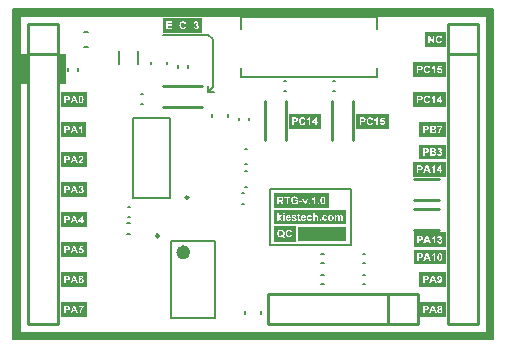
<source format=gto>
G04 Layer_Color=65535*
%FSLAX44Y44*%
%MOMM*%
G71*
G01*
G75*
%ADD33C,0.2500*%
%ADD34C,0.6000*%
%ADD35C,0.2032*%
%ADD36C,0.1270*%
%ADD37C,0.2000*%
%ADD38C,0.2540*%
%ADD39R,0.6350X2.5400*%
%ADD40R,40.6400X0.6350*%
%ADD41R,0.6350X27.9400*%
%ADD42R,4.1483X1.2954*%
G36*
X366229Y171643D02*
X343892D01*
Y184041D01*
X366229D01*
Y171643D01*
D02*
G37*
G36*
X149293Y259774D02*
X137727D01*
Y272404D01*
X149293D01*
Y259774D01*
D02*
G37*
G36*
X366229Y19122D02*
X343892D01*
Y31678D01*
X366229D01*
Y19122D01*
D02*
G37*
G36*
X260725Y178499D02*
X233220D01*
Y191128D01*
X260725D01*
Y178499D01*
D02*
G37*
G36*
X62471Y196922D02*
X40180D01*
Y209478D01*
X62471D01*
Y196922D01*
D02*
G37*
G36*
X62517Y19243D02*
X40180D01*
Y31641D01*
X62517D01*
Y19243D01*
D02*
G37*
G36*
X366229Y137970D02*
X338724D01*
Y150405D01*
X366229D01*
Y137970D01*
D02*
G37*
G36*
Y196932D02*
X338724D01*
Y209561D01*
X366229D01*
Y196932D01*
D02*
G37*
G36*
Y44522D02*
X343911D01*
Y57078D01*
X366229D01*
Y44522D01*
D02*
G37*
G36*
X239076Y82958D02*
X220520D01*
Y96132D01*
X239076D01*
Y82958D01*
D02*
G37*
G36*
X62462Y146243D02*
X40180D01*
Y158678D01*
X62462D01*
Y146243D01*
D02*
G37*
G36*
X160067Y259811D02*
X149813D01*
Y272367D01*
X160067D01*
Y259811D01*
D02*
G37*
G36*
X62526Y120722D02*
X40180D01*
Y133278D01*
X62526D01*
Y120722D01*
D02*
G37*
G36*
X366229Y78160D02*
X338909D01*
Y90715D01*
X366229D01*
Y78160D01*
D02*
G37*
G36*
Y222322D02*
X338789D01*
Y234961D01*
X366229D01*
Y222322D01*
D02*
G37*
G36*
X282021Y97482D02*
X220520D01*
Y109982D01*
X282021D01*
Y97482D01*
D02*
G37*
G36*
X317810Y178490D02*
X290370D01*
Y191128D01*
X317810D01*
Y178490D01*
D02*
G37*
G36*
X62646Y69922D02*
X40180D01*
Y82441D01*
X62646D01*
Y69922D01*
D02*
G37*
G36*
X366229Y247732D02*
X348441D01*
Y260361D01*
X366229D01*
Y247732D01*
D02*
G37*
G36*
X137512Y259890D02*
X126648D01*
Y272288D01*
X137512D01*
Y259890D01*
D02*
G37*
G36*
X366229Y63572D02*
X338964D01*
Y76128D01*
X366229D01*
Y63572D01*
D02*
G37*
G36*
X267164Y111434D02*
X220520D01*
Y124072D01*
X267164D01*
Y111434D01*
D02*
G37*
G36*
X62711Y95443D02*
X40180D01*
Y107868D01*
X62711D01*
Y95443D01*
D02*
G37*
G36*
X62600Y44522D02*
X40180D01*
Y57078D01*
X62600D01*
Y44522D01*
D02*
G37*
G36*
X61454Y171643D02*
X40180D01*
Y184078D01*
X61454D01*
Y171643D01*
D02*
G37*
G36*
X366229Y152472D02*
X343883D01*
Y165028D01*
X366229D01*
Y152472D01*
D02*
G37*
%LPC*%
G36*
X355666Y181041D02*
X352856D01*
Y174643D01*
X355629D01*
X355787Y174652D01*
X356064D01*
X356175Y174661D01*
X356351D01*
X356415Y174670D01*
X356508D01*
X356545Y174680D01*
X356582D01*
X356767Y174707D01*
X356933Y174754D01*
X357081Y174800D01*
X357210Y174855D01*
X357312Y174902D01*
X357386Y174948D01*
X357432Y174975D01*
X357451Y174985D01*
X357580Y175086D01*
X357682Y175197D01*
X357784Y175299D01*
X357858Y175410D01*
X357922Y175502D01*
X357968Y175576D01*
X357996Y175623D01*
X358005Y175641D01*
X358070Y175798D01*
X358126Y175946D01*
X358163Y176094D01*
X358181Y176224D01*
X358200Y176335D01*
X358209Y176418D01*
Y176473D01*
Y176483D01*
Y176492D01*
X358200Y176695D01*
X358163Y176880D01*
X358107Y177037D01*
X358052Y177185D01*
X357996Y177296D01*
X357941Y177379D01*
X357904Y177435D01*
X357895Y177453D01*
X357765Y177601D01*
X357626Y177721D01*
X357469Y177823D01*
X357331Y177897D01*
X357201Y177962D01*
X357090Y178008D01*
X357053Y178017D01*
X357025Y178027D01*
X357007Y178036D01*
X356998D01*
X357146Y178119D01*
X357275Y178202D01*
X357386Y178304D01*
X357478Y178387D01*
X357543Y178470D01*
X357599Y178535D01*
X357636Y178581D01*
X357645Y178600D01*
X357728Y178748D01*
X357793Y178886D01*
X357830Y179025D01*
X357867Y179154D01*
X357885Y179265D01*
X357895Y179349D01*
Y179404D01*
Y179413D01*
Y179423D01*
X357885Y179571D01*
X357867Y179718D01*
X357830Y179839D01*
X357793Y179950D01*
X357756Y180042D01*
X357719Y180116D01*
X357700Y180153D01*
X357691Y180172D01*
X357617Y180292D01*
X357534Y180393D01*
X357451Y180486D01*
X357377Y180569D01*
X357303Y180625D01*
X357247Y180671D01*
X357210Y180699D01*
X357201Y180708D01*
X357090Y180782D01*
X356970Y180837D01*
X356859Y180883D01*
X356757Y180920D01*
X356665Y180948D01*
X356600Y180967D01*
X356554Y180976D01*
X356535D01*
X356378Y180994D01*
X356203Y181013D01*
X356018Y181022D01*
X355833Y181031D01*
X355666Y181041D01*
D02*
G37*
G36*
X349250D02*
X346892D01*
Y174643D01*
X348187D01*
Y177056D01*
X349333D01*
X349472Y177065D01*
X349601D01*
X349721Y177074D01*
X349832Y177083D01*
X349934Y177093D01*
X350017Y177102D01*
X350101D01*
X350165Y177111D01*
X350230Y177120D01*
X350276Y177130D01*
X350313D01*
X350341Y177139D01*
X350359D01*
X350489Y177176D01*
X350609Y177222D01*
X350720Y177268D01*
X350822Y177324D01*
X350905Y177370D01*
X350970Y177407D01*
X351007Y177435D01*
X351025Y177444D01*
X351145Y177537D01*
X351247Y177638D01*
X351349Y177749D01*
X351423Y177842D01*
X351487Y177934D01*
X351534Y178008D01*
X351561Y178054D01*
X351571Y178073D01*
X351645Y178230D01*
X351700Y178396D01*
X351737Y178572D01*
X351765Y178729D01*
X351783Y178859D01*
Y178923D01*
X351792Y178970D01*
Y179016D01*
Y179044D01*
Y179062D01*
Y179071D01*
X351774Y179339D01*
X351737Y179589D01*
X351672Y179792D01*
X351608Y179977D01*
X351571Y180051D01*
X351534Y180116D01*
X351506Y180172D01*
X351469Y180227D01*
X351450Y180264D01*
X351432Y180292D01*
X351413Y180301D01*
Y180310D01*
X351265Y180477D01*
X351118Y180615D01*
X350960Y180726D01*
X350822Y180809D01*
X350692Y180865D01*
X350591Y180911D01*
X350554Y180920D01*
X350526Y180930D01*
X350507Y180939D01*
X350498D01*
X350424Y180957D01*
X350332Y180976D01*
X350221Y180985D01*
X350110Y180994D01*
X349851Y181013D01*
X349592Y181031D01*
X349352D01*
X349250Y181041D01*
D02*
G37*
G36*
X363229Y180957D02*
X359032D01*
Y179820D01*
X361815D01*
X361510Y179404D01*
X361241Y178970D01*
X361112Y178766D01*
X361001Y178554D01*
X360899Y178359D01*
X360807Y178174D01*
X360724Y177999D01*
X360650Y177842D01*
X360585Y177694D01*
X360530Y177574D01*
X360493Y177481D01*
X360465Y177407D01*
X360446Y177361D01*
X360437Y177342D01*
X360345Y177083D01*
X360261Y176834D01*
X360197Y176584D01*
X360132Y176344D01*
X360086Y176103D01*
X360039Y175882D01*
X360003Y175669D01*
X359975Y175475D01*
X359947Y175299D01*
X359929Y175133D01*
X359910Y174994D01*
X359901Y174874D01*
Y174772D01*
X359892Y174698D01*
Y174661D01*
Y174643D01*
X361075D01*
X361084Y174966D01*
X361112Y175299D01*
X361158Y175623D01*
X361177Y175771D01*
X361204Y175919D01*
X361232Y176048D01*
X361260Y176177D01*
X361278Y176279D01*
X361297Y176372D01*
X361315Y176455D01*
X361334Y176510D01*
X361343Y176547D01*
Y176556D01*
X361463Y176954D01*
X361593Y177333D01*
X361657Y177509D01*
X361731Y177675D01*
X361796Y177832D01*
X361861Y177980D01*
X361926Y178110D01*
X361981Y178230D01*
X362037Y178341D01*
X362074Y178424D01*
X362110Y178498D01*
X362138Y178544D01*
X362157Y178581D01*
X362166Y178591D01*
X362268Y178766D01*
X362369Y178933D01*
X362462Y179081D01*
X362554Y179228D01*
X362647Y179358D01*
X362739Y179478D01*
X362822Y179589D01*
X362896Y179691D01*
X362970Y179783D01*
X363035Y179857D01*
X363091Y179922D01*
X363137Y179977D01*
X363174Y180014D01*
X363201Y180042D01*
X363220Y180061D01*
X363229Y180070D01*
Y180957D01*
D02*
G37*
%LPD*%
G36*
X355537Y179968D02*
X355777D01*
X355833Y179959D01*
X355934D01*
X355971Y179950D01*
X355981D01*
X356092Y179931D01*
X356193Y179903D01*
X356277Y179866D01*
X356351Y179829D01*
X356397Y179792D01*
X356443Y179755D01*
X356461Y179737D01*
X356471Y179728D01*
X356526Y179654D01*
X356563Y179571D01*
X356600Y179497D01*
X356619Y179423D01*
X356628Y179349D01*
X356637Y179293D01*
Y179256D01*
Y179247D01*
X356628Y179136D01*
X356609Y179034D01*
X356572Y178951D01*
X356545Y178877D01*
X356508Y178812D01*
X356471Y178775D01*
X356452Y178748D01*
X356443Y178738D01*
X356369Y178674D01*
X356286Y178627D01*
X356203Y178591D01*
X356119Y178563D01*
X356036Y178535D01*
X355981Y178526D01*
X355944Y178517D01*
X355888D01*
X355833Y178507D01*
X355546D01*
X355389Y178498D01*
X354150D01*
Y179977D01*
X355435D01*
X355537Y179968D01*
D02*
G37*
G36*
X355620Y177426D02*
X355731Y177416D01*
X355842D01*
X355934Y177407D01*
X356018Y177398D01*
X356082Y177389D01*
X356147Y177379D01*
X356193Y177370D01*
X356267Y177361D01*
X356314Y177342D01*
X356323D01*
X356415Y177305D01*
X356498Y177259D01*
X356572Y177213D01*
X356628Y177157D01*
X356674Y177120D01*
X356702Y177083D01*
X356720Y177056D01*
X356730Y177047D01*
X356776Y176963D01*
X356813Y176880D01*
X356841Y176806D01*
X356859Y176723D01*
X356868Y176658D01*
X356878Y176603D01*
Y176566D01*
Y176556D01*
X356868Y176436D01*
X356850Y176325D01*
X356822Y176233D01*
X356785Y176159D01*
X356748Y176094D01*
X356720Y176048D01*
X356702Y176020D01*
X356693Y176011D01*
X356619Y175946D01*
X356545Y175891D01*
X356461Y175845D01*
X356387Y175808D01*
X356323Y175789D01*
X356267Y175771D01*
X356230Y175761D01*
X356221D01*
X356184Y175752D01*
X356129D01*
X356008Y175743D01*
X355860Y175734D01*
X355713D01*
X355574Y175724D01*
X354150D01*
Y177435D01*
X355491D01*
X355620Y177426D01*
D02*
G37*
G36*
X349241Y179950D02*
X349324D01*
X349407Y179940D01*
X349527D01*
X349620Y179931D01*
X349684Y179922D01*
X349721Y179913D01*
X349731D01*
X349842Y179885D01*
X349943Y179848D01*
X350036Y179802D01*
X350110Y179746D01*
X350165Y179700D01*
X350211Y179663D01*
X350239Y179635D01*
X350248Y179626D01*
X350322Y179534D01*
X350369Y179441D01*
X350406Y179339D01*
X350433Y179247D01*
X350452Y179164D01*
X350461Y179099D01*
Y179062D01*
Y179044D01*
X350452Y178942D01*
X350443Y178849D01*
X350415Y178766D01*
X350387Y178692D01*
X350359Y178627D01*
X350341Y178581D01*
X350322Y178554D01*
X350313Y178544D01*
X350258Y178470D01*
X350184Y178406D01*
X350119Y178350D01*
X350054Y178304D01*
X349999Y178276D01*
X349953Y178248D01*
X349916Y178239D01*
X349906Y178230D01*
X349851Y178211D01*
X349786Y178202D01*
X349638Y178174D01*
X349472Y178156D01*
X349305Y178147D01*
X349139D01*
X349074Y178137D01*
X348187D01*
Y179959D01*
X349148D01*
X349241Y179950D01*
D02*
G37*
%LPC*%
G36*
X143824Y269403D02*
X143713D01*
X143473Y269394D01*
X143233Y269366D01*
X143020Y269320D01*
X142807Y269265D01*
X142622Y269200D01*
X142437Y269126D01*
X142280Y269043D01*
X142132Y268960D01*
X141994Y268876D01*
X141883Y268793D01*
X141781Y268719D01*
X141698Y268655D01*
X141633Y268599D01*
X141587Y268553D01*
X141559Y268525D01*
X141550Y268516D01*
X141402Y268340D01*
X141282Y268155D01*
X141171Y267961D01*
X141078Y267758D01*
X140995Y267545D01*
X140931Y267342D01*
X140875Y267138D01*
X140829Y266944D01*
X140792Y266750D01*
X140773Y266584D01*
X140755Y266426D01*
X140736Y266297D01*
Y266186D01*
X140727Y266103D01*
Y266047D01*
Y266038D01*
Y266029D01*
X140736Y265751D01*
X140764Y265493D01*
X140801Y265243D01*
X140857Y265021D01*
X140912Y264809D01*
X140986Y264605D01*
X141060Y264429D01*
X141134Y264272D01*
X141208Y264124D01*
X141282Y263995D01*
X141356Y263893D01*
X141411Y263801D01*
X141467Y263736D01*
X141504Y263680D01*
X141531Y263653D01*
X141541Y263643D01*
X141698Y263486D01*
X141864Y263357D01*
X142040Y263237D01*
X142216Y263144D01*
X142391Y263061D01*
X142567Y262987D01*
X142733Y262932D01*
X142891Y262885D01*
X143048Y262848D01*
X143186Y262821D01*
X143316Y262802D01*
X143418Y262793D01*
X143510Y262784D01*
X143575Y262774D01*
X143630D01*
X143824Y262784D01*
X144000Y262793D01*
X144176Y262821D01*
X144333Y262858D01*
X144481Y262895D01*
X144620Y262932D01*
X144749Y262978D01*
X144869Y263033D01*
X144971Y263079D01*
X145063Y263126D01*
X145147Y263163D01*
X145211Y263200D01*
X145267Y263237D01*
X145304Y263264D01*
X145322Y263274D01*
X145331Y263283D01*
X145452Y263385D01*
X145562Y263496D01*
X145766Y263745D01*
X145932Y264004D01*
X146062Y264254D01*
X146117Y264374D01*
X146164Y264485D01*
X146201Y264587D01*
X146237Y264670D01*
X146265Y264744D01*
X146284Y264799D01*
X146293Y264836D01*
Y264845D01*
X145035Y265234D01*
X144962Y264984D01*
X144878Y264771D01*
X144795Y264596D01*
X144703Y264448D01*
X144629Y264337D01*
X144564Y264263D01*
X144518Y264217D01*
X144499Y264198D01*
X144351Y264087D01*
X144203Y264013D01*
X144056Y263958D01*
X143926Y263912D01*
X143806Y263893D01*
X143704Y263884D01*
X143667Y263875D01*
X143621D01*
X143491Y263884D01*
X143371Y263893D01*
X143149Y263958D01*
X142955Y264032D01*
X142798Y264133D01*
X142669Y264226D01*
X142576Y264300D01*
X142539Y264337D01*
X142512Y264365D01*
X142502Y264374D01*
X142493Y264383D01*
X142419Y264485D01*
X142354Y264605D01*
X142290Y264734D01*
X142243Y264873D01*
X142169Y265160D01*
X142114Y265446D01*
X142095Y265585D01*
X142086Y265705D01*
X142068Y265826D01*
Y265927D01*
X142058Y266001D01*
Y266066D01*
Y266112D01*
Y266121D01*
X142068Y266334D01*
X142077Y266528D01*
X142095Y266704D01*
X142123Y266870D01*
X142160Y267018D01*
X142197Y267157D01*
X142234Y267277D01*
X142280Y267388D01*
X142317Y267480D01*
X142354Y267564D01*
X142391Y267628D01*
X142428Y267684D01*
X142456Y267730D01*
X142474Y267758D01*
X142493Y267776D01*
Y267785D01*
X142576Y267878D01*
X142669Y267961D01*
X142761Y268026D01*
X142863Y268081D01*
X143057Y268174D01*
X143242Y268239D01*
X143399Y268276D01*
X143473Y268285D01*
X143528Y268294D01*
X143584Y268303D01*
X143649D01*
X143834Y268294D01*
X144000Y268257D01*
X144148Y268211D01*
X144277Y268155D01*
X144379Y268100D01*
X144453Y268054D01*
X144499Y268017D01*
X144518Y268007D01*
X144638Y267896D01*
X144749Y267767D01*
X144832Y267638D01*
X144897Y267508D01*
X144943Y267397D01*
X144971Y267314D01*
X144989Y267277D01*
Y267249D01*
X144999Y267240D01*
Y267231D01*
X146274Y267536D01*
X146182Y267804D01*
X146080Y268035D01*
X145969Y268239D01*
X145868Y268405D01*
X145766Y268534D01*
X145729Y268590D01*
X145692Y268636D01*
X145664Y268664D01*
X145637Y268692D01*
X145627Y268710D01*
X145618D01*
X145479Y268830D01*
X145322Y268941D01*
X145174Y269034D01*
X145017Y269108D01*
X144851Y269182D01*
X144693Y269237D01*
X144536Y269283D01*
X144388Y269320D01*
X144250Y269348D01*
X144120Y269366D01*
X144009Y269385D01*
X143908Y269394D01*
X143824Y269403D01*
D02*
G37*
G36*
X349250Y28641D02*
X346892D01*
Y22243D01*
X348187D01*
Y24656D01*
X349333D01*
X349472Y24665D01*
X349601D01*
X349721Y24674D01*
X349832Y24683D01*
X349934Y24693D01*
X350017Y24702D01*
X350101D01*
X350165Y24711D01*
X350230Y24720D01*
X350276Y24730D01*
X350313D01*
X350341Y24739D01*
X350359D01*
X350489Y24776D01*
X350609Y24822D01*
X350720Y24868D01*
X350822Y24924D01*
X350905Y24970D01*
X350970Y25007D01*
X351007Y25035D01*
X351025Y25044D01*
X351145Y25136D01*
X351247Y25238D01*
X351349Y25349D01*
X351423Y25442D01*
X351487Y25534D01*
X351534Y25608D01*
X351561Y25654D01*
X351571Y25673D01*
X351645Y25830D01*
X351700Y25996D01*
X351737Y26172D01*
X351765Y26329D01*
X351783Y26459D01*
Y26523D01*
X351792Y26570D01*
Y26616D01*
Y26644D01*
Y26662D01*
Y26671D01*
X351774Y26939D01*
X351737Y27189D01*
X351672Y27392D01*
X351608Y27577D01*
X351571Y27651D01*
X351534Y27716D01*
X351506Y27771D01*
X351469Y27827D01*
X351450Y27864D01*
X351432Y27892D01*
X351413Y27901D01*
Y27910D01*
X351265Y28077D01*
X351118Y28215D01*
X350960Y28326D01*
X350822Y28409D01*
X350692Y28465D01*
X350591Y28511D01*
X350554Y28520D01*
X350526Y28530D01*
X350507Y28539D01*
X350498D01*
X350424Y28557D01*
X350332Y28576D01*
X350221Y28585D01*
X350110Y28594D01*
X349851Y28613D01*
X349592Y28631D01*
X349352D01*
X349250Y28641D01*
D02*
G37*
G36*
X361186Y28678D02*
X361093D01*
X360927Y28668D01*
X360770Y28659D01*
X360622Y28631D01*
X360483Y28604D01*
X360354Y28567D01*
X360234Y28530D01*
X360132Y28483D01*
X360039Y28446D01*
X359947Y28400D01*
X359873Y28354D01*
X359818Y28317D01*
X359762Y28280D01*
X359725Y28252D01*
X359697Y28224D01*
X359679Y28215D01*
X359670Y28206D01*
X359586Y28114D01*
X359503Y28021D01*
X359439Y27919D01*
X359383Y27827D01*
X359291Y27624D01*
X359235Y27439D01*
X359198Y27272D01*
X359189Y27198D01*
X359180Y27143D01*
X359170Y27087D01*
Y27050D01*
Y27032D01*
Y27023D01*
X359180Y26865D01*
X359207Y26727D01*
X359235Y26588D01*
X359281Y26477D01*
X359318Y26375D01*
X359346Y26311D01*
X359374Y26265D01*
X359383Y26246D01*
X359476Y26126D01*
X359586Y26015D01*
X359697Y25922D01*
X359818Y25839D01*
X359919Y25784D01*
X360003Y25738D01*
X360058Y25710D01*
X360067Y25701D01*
X360076D01*
X359882Y25599D01*
X359716Y25497D01*
X359577Y25386D01*
X359466Y25275D01*
X359374Y25173D01*
X359309Y25099D01*
X359272Y25044D01*
X359263Y25035D01*
Y25026D01*
X359180Y24859D01*
X359115Y24693D01*
X359078Y24526D01*
X359041Y24378D01*
X359022Y24258D01*
X359013Y24156D01*
Y24120D01*
Y24092D01*
Y24073D01*
Y24064D01*
X359022Y23888D01*
X359041Y23731D01*
X359078Y23574D01*
X359124Y23435D01*
X359170Y23297D01*
X359226Y23176D01*
X359291Y23066D01*
X359355Y22964D01*
X359420Y22881D01*
X359485Y22797D01*
X359540Y22733D01*
X359586Y22677D01*
X359633Y22631D01*
X359670Y22603D01*
X359688Y22585D01*
X359697Y22576D01*
X359808Y22492D01*
X359929Y22427D01*
X360049Y22363D01*
X360169Y22317D01*
X360409Y22233D01*
X360640Y22178D01*
X360751Y22159D01*
X360844Y22150D01*
X360927Y22141D01*
X361001Y22132D01*
X361066Y22122D01*
X361149D01*
X361325Y22132D01*
X361482Y22150D01*
X361639Y22178D01*
X361787Y22206D01*
X361916Y22252D01*
X362037Y22298D01*
X362157Y22344D01*
X362258Y22400D01*
X362351Y22455D01*
X362425Y22501D01*
X362499Y22548D01*
X362554Y22594D01*
X362601Y22622D01*
X362628Y22649D01*
X362647Y22668D01*
X362656Y22677D01*
X362758Y22788D01*
X362841Y22899D01*
X362924Y23019D01*
X362989Y23140D01*
X363044Y23260D01*
X363091Y23380D01*
X363155Y23611D01*
X363183Y23713D01*
X363201Y23805D01*
X363211Y23898D01*
X363220Y23972D01*
X363229Y24036D01*
Y24083D01*
Y24110D01*
Y24120D01*
X363220Y24314D01*
X363183Y24489D01*
X363146Y24656D01*
X363091Y24794D01*
X363044Y24905D01*
X362998Y24989D01*
X362961Y25044D01*
X362952Y25062D01*
X362841Y25210D01*
X362711Y25340D01*
X362573Y25451D01*
X362443Y25534D01*
X362323Y25608D01*
X362231Y25663D01*
X362194Y25682D01*
X362166Y25691D01*
X362147Y25701D01*
X362138D01*
X362286Y25774D01*
X362416Y25858D01*
X362527Y25941D01*
X362619Y26033D01*
X362693Y26107D01*
X362739Y26172D01*
X362776Y26209D01*
X362785Y26228D01*
X362869Y26366D01*
X362924Y26505D01*
X362970Y26634D01*
X362998Y26755D01*
X363017Y26865D01*
X363026Y26949D01*
Y27004D01*
Y27013D01*
Y27023D01*
X363017Y27152D01*
X363007Y27281D01*
X362943Y27513D01*
X362869Y27707D01*
X362776Y27882D01*
X362674Y28021D01*
X362637Y28077D01*
X362601Y28123D01*
X362564Y28160D01*
X362536Y28187D01*
X362527Y28197D01*
X362517Y28206D01*
X362416Y28289D01*
X362314Y28363D01*
X362194Y28428D01*
X362083Y28483D01*
X361842Y28567D01*
X361611Y28622D01*
X361510Y28641D01*
X361408Y28650D01*
X361325Y28659D01*
X361241Y28668D01*
X361186Y28678D01*
D02*
G37*
G36*
X356045Y28641D02*
X354677D01*
X352199Y22243D01*
X353568D01*
X354095Y23694D01*
X356665D01*
X357220Y22243D01*
X358616D01*
X356045Y28641D01*
D02*
G37*
%LPD*%
G36*
X349241Y27550D02*
X349324D01*
X349407Y27540D01*
X349527D01*
X349620Y27531D01*
X349684Y27522D01*
X349721Y27513D01*
X349731D01*
X349842Y27485D01*
X349943Y27448D01*
X350036Y27402D01*
X350110Y27346D01*
X350165Y27300D01*
X350211Y27263D01*
X350239Y27235D01*
X350248Y27226D01*
X350322Y27134D01*
X350369Y27041D01*
X350406Y26939D01*
X350433Y26847D01*
X350452Y26764D01*
X350461Y26699D01*
Y26662D01*
Y26644D01*
X350452Y26542D01*
X350443Y26449D01*
X350415Y26366D01*
X350387Y26292D01*
X350359Y26228D01*
X350341Y26181D01*
X350322Y26154D01*
X350313Y26144D01*
X350258Y26070D01*
X350184Y26006D01*
X350119Y25950D01*
X350054Y25904D01*
X349999Y25876D01*
X349953Y25848D01*
X349916Y25839D01*
X349906Y25830D01*
X349851Y25811D01*
X349786Y25802D01*
X349638Y25774D01*
X349472Y25756D01*
X349305Y25747D01*
X349139D01*
X349074Y25738D01*
X348187D01*
Y27559D01*
X349148D01*
X349241Y27550D01*
D02*
G37*
G36*
X361251Y25173D02*
X361380Y25136D01*
X361491Y25099D01*
X361584Y25044D01*
X361657Y24998D01*
X361713Y24952D01*
X361750Y24915D01*
X361759Y24905D01*
X361842Y24794D01*
X361907Y24674D01*
X361953Y24554D01*
X361990Y24434D01*
X362009Y24332D01*
X362018Y24249D01*
Y24193D01*
Y24184D01*
Y24175D01*
X362009Y23990D01*
X361981Y23833D01*
X361935Y23694D01*
X361889Y23583D01*
X361842Y23491D01*
X361796Y23435D01*
X361768Y23389D01*
X361759Y23380D01*
X361657Y23287D01*
X361556Y23223D01*
X361454Y23176D01*
X361352Y23149D01*
X361260Y23130D01*
X361195Y23112D01*
X361130D01*
X360992Y23121D01*
X360862Y23158D01*
X360751Y23204D01*
X360659Y23250D01*
X360585Y23306D01*
X360530Y23343D01*
X360493Y23380D01*
X360483Y23389D01*
X360400Y23509D01*
X360335Y23639D01*
X360289Y23768D01*
X360261Y23898D01*
X360243Y24018D01*
X360224Y24110D01*
Y24147D01*
Y24175D01*
Y24184D01*
Y24193D01*
X360234Y24323D01*
X360261Y24452D01*
X360289Y24563D01*
X360335Y24665D01*
X360372Y24748D01*
X360400Y24813D01*
X360428Y24850D01*
X360437Y24868D01*
X360530Y24970D01*
X360640Y25053D01*
X360751Y25109D01*
X360862Y25146D01*
X360955Y25164D01*
X361038Y25183D01*
X361112D01*
X361251Y25173D01*
D02*
G37*
G36*
X361223Y27698D02*
X361334Y27670D01*
X361426Y27642D01*
X361510Y27605D01*
X361574Y27559D01*
X361620Y27531D01*
X361648Y27503D01*
X361657Y27494D01*
X361731Y27411D01*
X361778Y27318D01*
X361815Y27226D01*
X361842Y27134D01*
X361861Y27060D01*
X361870Y26995D01*
Y26958D01*
Y26939D01*
X361861Y26810D01*
X361833Y26690D01*
X361805Y26597D01*
X361768Y26514D01*
X361722Y26440D01*
X361694Y26394D01*
X361667Y26366D01*
X361657Y26357D01*
X361574Y26292D01*
X361482Y26237D01*
X361389Y26200D01*
X361297Y26181D01*
X361214Y26163D01*
X361149Y26154D01*
X361093D01*
X360973Y26163D01*
X360862Y26181D01*
X360770Y26218D01*
X360687Y26255D01*
X360622Y26292D01*
X360576Y26329D01*
X360548Y26348D01*
X360539Y26357D01*
X360474Y26440D01*
X360419Y26533D01*
X360382Y26625D01*
X360363Y26718D01*
X360345Y26801D01*
X360335Y26865D01*
Y26912D01*
Y26930D01*
X360345Y27060D01*
X360363Y27171D01*
X360400Y27263D01*
X360437Y27346D01*
X360474Y27411D01*
X360511Y27457D01*
X360530Y27485D01*
X360539Y27494D01*
X360622Y27568D01*
X360714Y27614D01*
X360807Y27651D01*
X360899Y27679D01*
X360983Y27698D01*
X361047Y27707D01*
X361103D01*
X361223Y27698D01*
D02*
G37*
G36*
X356249Y24776D02*
X354483D01*
X355352Y27152D01*
X356249Y24776D01*
D02*
G37*
%LPC*%
G36*
X245049Y188128D02*
X244939D01*
X244698Y188119D01*
X244458Y188091D01*
X244245Y188045D01*
X244032Y187990D01*
X243848Y187925D01*
X243663Y187851D01*
X243505Y187768D01*
X243358Y187684D01*
X243219Y187601D01*
X243108Y187518D01*
X243006Y187444D01*
X242923Y187379D01*
X242858Y187324D01*
X242812Y187278D01*
X242784Y187250D01*
X242775Y187241D01*
X242627Y187065D01*
X242507Y186880D01*
X242396Y186686D01*
X242304Y186482D01*
X242220Y186270D01*
X242156Y186066D01*
X242100Y185863D01*
X242054Y185669D01*
X242017Y185475D01*
X241999Y185308D01*
X241980Y185151D01*
X241961Y185022D01*
Y184911D01*
X241952Y184827D01*
Y184772D01*
Y184763D01*
Y184753D01*
X241961Y184476D01*
X241989Y184217D01*
X242026Y183968D01*
X242082Y183746D01*
X242137Y183533D01*
X242211Y183330D01*
X242285Y183154D01*
X242359Y182997D01*
X242433Y182849D01*
X242507Y182719D01*
X242581Y182618D01*
X242636Y182525D01*
X242692Y182461D01*
X242729Y182405D01*
X242757Y182377D01*
X242766Y182368D01*
X242923Y182211D01*
X243090Y182082D01*
X243265Y181961D01*
X243441Y181869D01*
X243617Y181786D01*
X243792Y181712D01*
X243959Y181656D01*
X244116Y181610D01*
X244273Y181573D01*
X244412Y181545D01*
X244541Y181527D01*
X244643Y181518D01*
X244735Y181508D01*
X244800Y181499D01*
X244855D01*
X245049Y181508D01*
X245225Y181518D01*
X245401Y181545D01*
X245558Y181582D01*
X245706Y181619D01*
X245845Y181656D01*
X245974Y181702D01*
X246094Y181758D01*
X246196Y181804D01*
X246289Y181850D01*
X246372Y181887D01*
X246436Y181924D01*
X246492Y181961D01*
X246529Y181989D01*
X246547Y181998D01*
X246557Y182008D01*
X246677Y182109D01*
X246788Y182220D01*
X246991Y182470D01*
X247157Y182729D01*
X247287Y182978D01*
X247342Y183099D01*
X247389Y183209D01*
X247426Y183311D01*
X247463Y183394D01*
X247490Y183468D01*
X247509Y183524D01*
X247518Y183561D01*
Y183570D01*
X246261Y183958D01*
X246187Y183709D01*
X246103Y183496D01*
X246020Y183320D01*
X245928Y183172D01*
X245854Y183062D01*
X245789Y182988D01*
X245743Y182941D01*
X245725Y182923D01*
X245576Y182812D01*
X245429Y182738D01*
X245281Y182682D01*
X245151Y182636D01*
X245031Y182618D01*
X244929Y182609D01*
X244892Y182599D01*
X244846D01*
X244717Y182609D01*
X244597Y182618D01*
X244375Y182682D01*
X244181Y182757D01*
X244023Y182858D01*
X243894Y182951D01*
X243801Y183025D01*
X243764Y183062D01*
X243737Y183089D01*
X243727Y183099D01*
X243718Y183108D01*
X243644Y183209D01*
X243580Y183330D01*
X243515Y183459D01*
X243469Y183598D01*
X243395Y183884D01*
X243339Y184171D01*
X243321Y184310D01*
X243311Y184430D01*
X243293Y184550D01*
Y184652D01*
X243284Y184726D01*
Y184790D01*
Y184837D01*
Y184846D01*
X243293Y185059D01*
X243302Y185253D01*
X243321Y185428D01*
X243348Y185595D01*
X243385Y185743D01*
X243422Y185882D01*
X243459Y186002D01*
X243505Y186113D01*
X243542Y186205D01*
X243580Y186288D01*
X243617Y186353D01*
X243654Y186409D01*
X243681Y186455D01*
X243700Y186482D01*
X243718Y186501D01*
Y186510D01*
X243801Y186603D01*
X243894Y186686D01*
X243986Y186751D01*
X244088Y186806D01*
X244282Y186898D01*
X244467Y186963D01*
X244624Y187000D01*
X244698Y187009D01*
X244754Y187019D01*
X244809Y187028D01*
X244874D01*
X245059Y187019D01*
X245225Y186982D01*
X245373Y186936D01*
X245503Y186880D01*
X245604Y186824D01*
X245678Y186778D01*
X245725Y186741D01*
X245743Y186732D01*
X245863Y186621D01*
X245974Y186492D01*
X246057Y186362D01*
X246122Y186233D01*
X246168Y186122D01*
X246196Y186039D01*
X246215Y186002D01*
Y185974D01*
X246224Y185965D01*
Y185955D01*
X247500Y186261D01*
X247407Y186529D01*
X247306Y186760D01*
X247194Y186963D01*
X247093Y187130D01*
X246991Y187259D01*
X246954Y187314D01*
X246917Y187361D01*
X246889Y187388D01*
X246862Y187416D01*
X246852Y187435D01*
X246843D01*
X246705Y187555D01*
X246547Y187666D01*
X246399Y187758D01*
X246242Y187832D01*
X246076Y187906D01*
X245919Y187962D01*
X245762Y188008D01*
X245613Y188045D01*
X245475Y188073D01*
X245345Y188091D01*
X245235Y188110D01*
X245133Y188119D01*
X245049Y188128D01*
D02*
G37*
G36*
X256930Y188036D02*
X255895D01*
X253121Y183958D01*
Y182895D01*
X255747D01*
Y181610D01*
X256930D01*
Y182895D01*
X257725D01*
Y183968D01*
X256930D01*
Y188036D01*
D02*
G37*
G36*
X238578Y188008D02*
X236220D01*
Y181610D01*
X237514D01*
Y184023D01*
X238661D01*
X238799Y184032D01*
X238929D01*
X239049Y184042D01*
X239160Y184051D01*
X239262Y184060D01*
X239345Y184069D01*
X239428D01*
X239493Y184079D01*
X239558Y184088D01*
X239604Y184097D01*
X239641D01*
X239669Y184106D01*
X239687D01*
X239816Y184143D01*
X239937Y184189D01*
X240048Y184236D01*
X240149Y184291D01*
X240233Y184338D01*
X240297Y184374D01*
X240334Y184402D01*
X240353Y184411D01*
X240473Y184504D01*
X240575Y184606D01*
X240676Y184716D01*
X240750Y184809D01*
X240815Y184901D01*
X240861Y184975D01*
X240889Y185022D01*
X240898Y185040D01*
X240972Y185197D01*
X241028Y185364D01*
X241065Y185539D01*
X241092Y185697D01*
X241111Y185826D01*
Y185891D01*
X241120Y185937D01*
Y185983D01*
Y186011D01*
Y186029D01*
Y186039D01*
X241102Y186307D01*
X241065Y186556D01*
X241000Y186760D01*
X240935Y186945D01*
X240898Y187019D01*
X240861Y187083D01*
X240834Y187139D01*
X240797Y187194D01*
X240778Y187231D01*
X240760Y187259D01*
X240741Y187268D01*
Y187278D01*
X240593Y187444D01*
X240445Y187583D01*
X240288Y187694D01*
X240149Y187777D01*
X240020Y187832D01*
X239918Y187878D01*
X239881Y187888D01*
X239853Y187897D01*
X239835Y187906D01*
X239826D01*
X239752Y187925D01*
X239659Y187943D01*
X239548Y187952D01*
X239438Y187962D01*
X239179Y187980D01*
X238920Y187999D01*
X238679D01*
X238578Y188008D01*
D02*
G37*
G36*
X251494Y188045D02*
X250495D01*
X250403Y187832D01*
X250283Y187638D01*
X250153Y187453D01*
X250024Y187305D01*
X249913Y187185D01*
X249811Y187093D01*
X249774Y187056D01*
X249746Y187028D01*
X249728Y187019D01*
X249719Y187009D01*
X249515Y186861D01*
X249321Y186732D01*
X249145Y186630D01*
X248988Y186556D01*
X248859Y186501D01*
X248766Y186455D01*
X248729Y186445D01*
X248702Y186436D01*
X248692Y186427D01*
X248683D01*
Y185317D01*
X249016Y185447D01*
X249312Y185586D01*
X249450Y185660D01*
X249580Y185743D01*
X249700Y185817D01*
X249811Y185891D01*
X249913Y185965D01*
X250005Y186029D01*
X250079Y186085D01*
X250144Y186140D01*
X250199Y186187D01*
X250236Y186214D01*
X250255Y186233D01*
X250264Y186242D01*
Y181610D01*
X251494D01*
Y188045D01*
D02*
G37*
%LPD*%
G36*
X255747Y183968D02*
X254258D01*
X255747Y186168D01*
Y183968D01*
D02*
G37*
G36*
X238568Y186917D02*
X238652D01*
X238735Y186908D01*
X238855D01*
X238948Y186898D01*
X239012Y186889D01*
X239049Y186880D01*
X239058D01*
X239169Y186852D01*
X239271Y186815D01*
X239363Y186769D01*
X239438Y186714D01*
X239493Y186667D01*
X239539Y186630D01*
X239567Y186603D01*
X239576Y186593D01*
X239650Y186501D01*
X239696Y186409D01*
X239733Y186307D01*
X239761Y186214D01*
X239780Y186131D01*
X239789Y186066D01*
Y186029D01*
Y186011D01*
X239780Y185909D01*
X239770Y185817D01*
X239743Y185734D01*
X239715Y185660D01*
X239687Y185595D01*
X239669Y185549D01*
X239650Y185521D01*
X239641Y185512D01*
X239585Y185438D01*
X239511Y185373D01*
X239447Y185317D01*
X239382Y185271D01*
X239326Y185243D01*
X239280Y185216D01*
X239243Y185207D01*
X239234Y185197D01*
X239179Y185179D01*
X239114Y185170D01*
X238966Y185142D01*
X238799Y185123D01*
X238633Y185114D01*
X238467D01*
X238402Y185105D01*
X237514D01*
Y186926D01*
X238476D01*
X238568Y186917D01*
D02*
G37*
%LPC*%
G36*
X52333Y206441D02*
X50965D01*
X48487Y200043D01*
X49855D01*
X50382Y201494D01*
X52953D01*
X53507Y200043D01*
X54903D01*
X52333Y206441D01*
D02*
G37*
G36*
X45538D02*
X43180D01*
Y200043D01*
X44474D01*
Y202456D01*
X45621D01*
X45760Y202465D01*
X45889D01*
X46009Y202474D01*
X46120Y202484D01*
X46222Y202493D01*
X46305Y202502D01*
X46388D01*
X46453Y202511D01*
X46518Y202520D01*
X46564Y202530D01*
X46601D01*
X46629Y202539D01*
X46647D01*
X46776Y202576D01*
X46897Y202622D01*
X47008Y202668D01*
X47109Y202724D01*
X47193Y202770D01*
X47257Y202807D01*
X47294Y202835D01*
X47313Y202844D01*
X47433Y202936D01*
X47535Y203038D01*
X47636Y203149D01*
X47710Y203242D01*
X47775Y203334D01*
X47821Y203408D01*
X47849Y203454D01*
X47858Y203473D01*
X47932Y203630D01*
X47988Y203796D01*
X48025Y203972D01*
X48052Y204129D01*
X48071Y204259D01*
Y204323D01*
X48080Y204370D01*
Y204416D01*
Y204443D01*
Y204462D01*
Y204471D01*
X48062Y204739D01*
X48025Y204989D01*
X47960Y205192D01*
X47895Y205377D01*
X47858Y205451D01*
X47821Y205516D01*
X47794Y205571D01*
X47757Y205627D01*
X47738Y205664D01*
X47720Y205692D01*
X47701Y205701D01*
Y205710D01*
X47553Y205877D01*
X47405Y206015D01*
X47248Y206126D01*
X47109Y206209D01*
X46980Y206265D01*
X46878Y206311D01*
X46841Y206320D01*
X46814Y206330D01*
X46795Y206339D01*
X46786D01*
X46712Y206357D01*
X46619Y206376D01*
X46508Y206385D01*
X46398Y206394D01*
X46139Y206413D01*
X45880Y206431D01*
X45639D01*
X45538Y206441D01*
D02*
G37*
G36*
X57483Y206478D02*
X57390D01*
X57224Y206468D01*
X57067Y206450D01*
X56910Y206413D01*
X56771Y206376D01*
X56642Y206320D01*
X56521Y206265D01*
X56420Y206209D01*
X56318Y206145D01*
X56235Y206080D01*
X56152Y206024D01*
X56087Y205969D01*
X56041Y205914D01*
X55994Y205877D01*
X55967Y205840D01*
X55948Y205821D01*
X55939Y205812D01*
X55828Y205655D01*
X55736Y205470D01*
X55652Y205276D01*
X55578Y205072D01*
X55523Y204860D01*
X55467Y204638D01*
X55430Y204425D01*
X55393Y204212D01*
X55375Y204009D01*
X55356Y203824D01*
X55338Y203648D01*
X55329Y203500D01*
X55319Y203380D01*
Y203288D01*
Y203251D01*
Y203223D01*
Y203214D01*
Y203205D01*
X55329Y202872D01*
X55347Y202567D01*
X55375Y202280D01*
X55412Y202021D01*
X55449Y201790D01*
X55495Y201577D01*
X55551Y201392D01*
X55606Y201226D01*
X55652Y201087D01*
X55708Y200958D01*
X55754Y200856D01*
X55800Y200773D01*
X55828Y200718D01*
X55856Y200671D01*
X55874Y200644D01*
X55883Y200634D01*
X55994Y200505D01*
X56115Y200403D01*
X56235Y200301D01*
X56364Y200228D01*
X56484Y200154D01*
X56614Y200098D01*
X56734Y200052D01*
X56854Y200015D01*
X56965Y199978D01*
X57067Y199959D01*
X57159Y199941D01*
X57233Y199932D01*
X57298D01*
X57354Y199922D01*
X57390D01*
X57557Y199932D01*
X57714Y199950D01*
X57871Y199987D01*
X58010Y200024D01*
X58139Y200070D01*
X58260Y200126D01*
X58361Y200191D01*
X58463Y200255D01*
X58546Y200311D01*
X58629Y200375D01*
X58694Y200431D01*
X58750Y200477D01*
X58787Y200514D01*
X58814Y200551D01*
X58833Y200570D01*
X58842Y200579D01*
X58953Y200736D01*
X59045Y200921D01*
X59138Y201115D01*
X59203Y201328D01*
X59267Y201540D01*
X59314Y201753D01*
X59360Y201975D01*
X59397Y202188D01*
X59415Y202391D01*
X59434Y202576D01*
X59452Y202752D01*
X59461Y202899D01*
X59471Y203020D01*
Y203112D01*
Y203149D01*
Y203177D01*
Y203186D01*
Y203195D01*
X59461Y203528D01*
X59443Y203833D01*
X59415Y204111D01*
X59369Y204370D01*
X59323Y204610D01*
X59277Y204823D01*
X59212Y205017D01*
X59156Y205183D01*
X59101Y205340D01*
X59045Y205460D01*
X58990Y205571D01*
X58944Y205664D01*
X58898Y205729D01*
X58870Y205775D01*
X58851Y205803D01*
X58842Y205812D01*
X58740Y205932D01*
X58629Y206034D01*
X58509Y206117D01*
X58389Y206200D01*
X58269Y206265D01*
X58149Y206311D01*
X58038Y206357D01*
X57917Y206394D01*
X57807Y206422D01*
X57714Y206441D01*
X57622Y206459D01*
X57548Y206468D01*
X57483Y206478D01*
D02*
G37*
%LPD*%
G36*
X52537Y202576D02*
X50771D01*
X51640Y204952D01*
X52537Y202576D01*
D02*
G37*
G36*
X45528Y205350D02*
X45612D01*
X45695Y205340D01*
X45815D01*
X45908Y205331D01*
X45972Y205322D01*
X46009Y205313D01*
X46018D01*
X46129Y205285D01*
X46231Y205248D01*
X46323Y205202D01*
X46398Y205146D01*
X46453Y205100D01*
X46499Y205063D01*
X46527Y205035D01*
X46536Y205026D01*
X46610Y204933D01*
X46656Y204841D01*
X46693Y204739D01*
X46721Y204647D01*
X46740Y204564D01*
X46749Y204499D01*
Y204462D01*
Y204443D01*
X46740Y204342D01*
X46730Y204249D01*
X46703Y204166D01*
X46675Y204092D01*
X46647Y204028D01*
X46629Y203981D01*
X46610Y203953D01*
X46601Y203944D01*
X46545Y203870D01*
X46471Y203806D01*
X46407Y203750D01*
X46342Y203704D01*
X46287Y203676D01*
X46240Y203648D01*
X46203Y203639D01*
X46194Y203630D01*
X46139Y203611D01*
X46074Y203602D01*
X45926Y203574D01*
X45760Y203556D01*
X45593Y203547D01*
X45427D01*
X45362Y203538D01*
X44474D01*
Y205359D01*
X45436D01*
X45528Y205350D01*
D02*
G37*
G36*
X57474Y205451D02*
X57548Y205442D01*
X57612Y205414D01*
X57668Y205387D01*
X57714Y205359D01*
X57751Y205340D01*
X57770Y205322D01*
X57779Y205313D01*
X57834Y205248D01*
X57890Y205165D01*
X57936Y205072D01*
X57982Y204980D01*
X58010Y204887D01*
X58038Y204813D01*
X58047Y204767D01*
X58056Y204758D01*
Y204749D01*
X58075Y204665D01*
X58093Y204564D01*
X58112Y204443D01*
X58130Y204323D01*
X58149Y204074D01*
X58158Y203815D01*
X58167Y203695D01*
Y203574D01*
X58176Y203473D01*
Y203380D01*
Y203306D01*
Y203242D01*
Y203205D01*
Y203195D01*
Y202992D01*
X58167Y202798D01*
Y202622D01*
X58158Y202465D01*
X58149Y202317D01*
X58139Y202188D01*
X58121Y202067D01*
X58112Y201966D01*
X58102Y201873D01*
X58084Y201799D01*
X58075Y201735D01*
X58065Y201679D01*
X58056Y201642D01*
Y201605D01*
X58047Y201596D01*
Y201587D01*
X58010Y201457D01*
X57964Y201355D01*
X57917Y201263D01*
X57881Y201198D01*
X57843Y201143D01*
X57807Y201106D01*
X57788Y201087D01*
X57779Y201078D01*
X57714Y201032D01*
X57649Y200995D01*
X57585Y200976D01*
X57520Y200958D01*
X57474Y200949D01*
X57428Y200940D01*
X57390D01*
X57307Y200949D01*
X57233Y200958D01*
X57169Y200986D01*
X57113Y201013D01*
X57067Y201032D01*
X57030Y201060D01*
X57011Y201069D01*
X57002Y201078D01*
X56947Y201143D01*
X56891Y201226D01*
X56845Y201318D01*
X56799Y201411D01*
X56771Y201494D01*
X56743Y201568D01*
X56734Y201614D01*
X56725Y201633D01*
X56706Y201725D01*
X56688Y201827D01*
X56669Y201938D01*
X56660Y202058D01*
X56642Y202317D01*
X56632Y202576D01*
X56623Y202696D01*
Y202816D01*
X56614Y202918D01*
Y203011D01*
Y203084D01*
Y203149D01*
Y203186D01*
Y203195D01*
Y203399D01*
X56623Y203593D01*
Y203759D01*
X56632Y203926D01*
X56642Y204065D01*
X56651Y204203D01*
X56660Y204314D01*
X56679Y204425D01*
X56688Y204517D01*
X56697Y204592D01*
X56706Y204656D01*
X56716Y204712D01*
X56725Y204749D01*
Y204786D01*
X56734Y204795D01*
Y204804D01*
X56771Y204933D01*
X56817Y205044D01*
X56854Y205128D01*
X56901Y205202D01*
X56937Y205248D01*
X56965Y205285D01*
X56984Y205303D01*
X56993Y205313D01*
X57058Y205359D01*
X57132Y205396D01*
X57196Y205424D01*
X57261Y205442D01*
X57307Y205451D01*
X57354Y205460D01*
X57390D01*
X57474Y205451D01*
D02*
G37*
%LPC*%
G36*
X59517Y28557D02*
X55319D01*
Y27420D01*
X58102D01*
X57797Y27004D01*
X57529Y26570D01*
X57400Y26366D01*
X57289Y26154D01*
X57187Y25959D01*
X57095Y25774D01*
X57011Y25599D01*
X56937Y25442D01*
X56873Y25294D01*
X56817Y25173D01*
X56780Y25081D01*
X56753Y25007D01*
X56734Y24961D01*
X56725Y24942D01*
X56632Y24683D01*
X56549Y24434D01*
X56484Y24184D01*
X56420Y23944D01*
X56374Y23703D01*
X56327Y23482D01*
X56290Y23269D01*
X56262Y23075D01*
X56235Y22899D01*
X56216Y22733D01*
X56198Y22594D01*
X56189Y22474D01*
Y22372D01*
X56179Y22298D01*
Y22261D01*
Y22243D01*
X57363D01*
X57372Y22566D01*
X57400Y22899D01*
X57446Y23223D01*
X57464Y23371D01*
X57492Y23519D01*
X57520Y23648D01*
X57548Y23777D01*
X57566Y23879D01*
X57585Y23972D01*
X57603Y24055D01*
X57622Y24110D01*
X57631Y24147D01*
Y24156D01*
X57751Y24554D01*
X57881Y24933D01*
X57945Y25109D01*
X58019Y25275D01*
X58084Y25432D01*
X58149Y25580D01*
X58213Y25710D01*
X58269Y25830D01*
X58324Y25941D01*
X58361Y26024D01*
X58398Y26098D01*
X58426Y26144D01*
X58444Y26181D01*
X58454Y26191D01*
X58555Y26366D01*
X58657Y26533D01*
X58750Y26681D01*
X58842Y26828D01*
X58934Y26958D01*
X59027Y27078D01*
X59110Y27189D01*
X59184Y27291D01*
X59258Y27383D01*
X59323Y27457D01*
X59378Y27522D01*
X59425Y27577D01*
X59461Y27614D01*
X59489Y27642D01*
X59508Y27661D01*
X59517Y27670D01*
Y28557D01*
D02*
G37*
G36*
X52333Y28641D02*
X50965D01*
X48487Y22243D01*
X49855D01*
X50382Y23694D01*
X52953D01*
X53507Y22243D01*
X54903D01*
X52333Y28641D01*
D02*
G37*
G36*
X45538D02*
X43180D01*
Y22243D01*
X44474D01*
Y24656D01*
X45621D01*
X45760Y24665D01*
X45889D01*
X46009Y24674D01*
X46120Y24683D01*
X46222Y24693D01*
X46305Y24702D01*
X46388D01*
X46453Y24711D01*
X46518Y24720D01*
X46564Y24730D01*
X46601D01*
X46629Y24739D01*
X46647D01*
X46776Y24776D01*
X46897Y24822D01*
X47008Y24868D01*
X47109Y24924D01*
X47193Y24970D01*
X47257Y25007D01*
X47294Y25035D01*
X47313Y25044D01*
X47433Y25136D01*
X47535Y25238D01*
X47636Y25349D01*
X47710Y25442D01*
X47775Y25534D01*
X47821Y25608D01*
X47849Y25654D01*
X47858Y25673D01*
X47932Y25830D01*
X47988Y25996D01*
X48025Y26172D01*
X48052Y26329D01*
X48071Y26459D01*
Y26523D01*
X48080Y26570D01*
Y26616D01*
Y26644D01*
Y26662D01*
Y26671D01*
X48062Y26939D01*
X48025Y27189D01*
X47960Y27392D01*
X47895Y27577D01*
X47858Y27651D01*
X47821Y27716D01*
X47794Y27771D01*
X47757Y27827D01*
X47738Y27864D01*
X47720Y27892D01*
X47701Y27901D01*
Y27910D01*
X47553Y28077D01*
X47405Y28215D01*
X47248Y28326D01*
X47109Y28409D01*
X46980Y28465D01*
X46878Y28511D01*
X46841Y28520D01*
X46814Y28530D01*
X46795Y28539D01*
X46786D01*
X46712Y28557D01*
X46619Y28576D01*
X46508Y28585D01*
X46398Y28594D01*
X46139Y28613D01*
X45880Y28631D01*
X45639D01*
X45538Y28641D01*
D02*
G37*
%LPD*%
G36*
X52537Y24776D02*
X50771D01*
X51640Y27152D01*
X52537Y24776D01*
D02*
G37*
G36*
X45528Y27550D02*
X45612D01*
X45695Y27540D01*
X45815D01*
X45908Y27531D01*
X45972Y27522D01*
X46009Y27513D01*
X46018D01*
X46129Y27485D01*
X46231Y27448D01*
X46323Y27402D01*
X46398Y27346D01*
X46453Y27300D01*
X46499Y27263D01*
X46527Y27235D01*
X46536Y27226D01*
X46610Y27134D01*
X46656Y27041D01*
X46693Y26939D01*
X46721Y26847D01*
X46740Y26764D01*
X46749Y26699D01*
Y26662D01*
Y26644D01*
X46740Y26542D01*
X46730Y26449D01*
X46703Y26366D01*
X46675Y26292D01*
X46647Y26228D01*
X46629Y26181D01*
X46610Y26154D01*
X46601Y26144D01*
X46545Y26070D01*
X46471Y26006D01*
X46407Y25950D01*
X46342Y25904D01*
X46287Y25876D01*
X46240Y25848D01*
X46203Y25839D01*
X46194Y25830D01*
X46139Y25811D01*
X46074Y25802D01*
X45926Y25774D01*
X45760Y25756D01*
X45593Y25747D01*
X45427D01*
X45362Y25738D01*
X44474D01*
Y27559D01*
X45436D01*
X45528Y27550D01*
D02*
G37*
%LPC*%
G36*
X344082Y147368D02*
X341724D01*
Y140970D01*
X343018D01*
Y143383D01*
X344165D01*
X344304Y143392D01*
X344433D01*
X344553Y143402D01*
X344664Y143411D01*
X344766Y143420D01*
X344849Y143429D01*
X344932D01*
X344997Y143439D01*
X345062Y143448D01*
X345108Y143457D01*
X345145D01*
X345173Y143466D01*
X345191D01*
X345321Y143503D01*
X345441Y143549D01*
X345552Y143596D01*
X345653Y143651D01*
X345737Y143698D01*
X345801Y143734D01*
X345838Y143762D01*
X345857Y143771D01*
X345977Y143864D01*
X346079Y143966D01*
X346180Y144076D01*
X346254Y144169D01*
X346319Y144261D01*
X346365Y144335D01*
X346393Y144382D01*
X346402Y144400D01*
X346476Y144557D01*
X346532Y144724D01*
X346569Y144899D01*
X346596Y145057D01*
X346615Y145186D01*
Y145251D01*
X346624Y145297D01*
Y145343D01*
Y145371D01*
Y145389D01*
Y145399D01*
X346606Y145667D01*
X346569Y145916D01*
X346504Y146120D01*
X346439Y146305D01*
X346402Y146379D01*
X346365Y146443D01*
X346338Y146499D01*
X346301Y146554D01*
X346282Y146591D01*
X346264Y146619D01*
X346245Y146628D01*
Y146638D01*
X346097Y146804D01*
X345949Y146943D01*
X345792Y147054D01*
X345653Y147137D01*
X345524Y147192D01*
X345422Y147239D01*
X345385Y147248D01*
X345358Y147257D01*
X345339Y147266D01*
X345330D01*
X345256Y147285D01*
X345163Y147303D01*
X345052Y147312D01*
X344941Y147322D01*
X344683Y147340D01*
X344424Y147359D01*
X344183D01*
X344082Y147368D01*
D02*
G37*
G36*
X350877D02*
X349509D01*
X347031Y140970D01*
X348399D01*
X348926Y142422D01*
X351497D01*
X352051Y140970D01*
X353447D01*
X350877Y147368D01*
D02*
G37*
G36*
X356998Y147405D02*
X355999D01*
X355907Y147192D01*
X355787Y146998D01*
X355657Y146813D01*
X355528Y146665D01*
X355417Y146545D01*
X355315Y146453D01*
X355278Y146416D01*
X355250Y146388D01*
X355232Y146379D01*
X355223Y146369D01*
X355019Y146222D01*
X354825Y146092D01*
X354649Y145990D01*
X354492Y145916D01*
X354363Y145861D01*
X354270Y145815D01*
X354233Y145805D01*
X354206Y145796D01*
X354196Y145787D01*
X354187D01*
Y144677D01*
X354520Y144807D01*
X354816Y144946D01*
X354954Y145020D01*
X355084Y145103D01*
X355204Y145177D01*
X355315Y145251D01*
X355417Y145325D01*
X355509Y145389D01*
X355583Y145445D01*
X355648Y145500D01*
X355703Y145547D01*
X355740Y145574D01*
X355759Y145593D01*
X355768Y145602D01*
Y140970D01*
X356998D01*
Y147405D01*
D02*
G37*
G36*
X362434Y147396D02*
X361399D01*
X358625Y143318D01*
Y142255D01*
X361251D01*
Y140970D01*
X362434D01*
Y142255D01*
X363229D01*
Y143328D01*
X362434D01*
Y147396D01*
D02*
G37*
%LPD*%
G36*
X344072Y146277D02*
X344156D01*
X344239Y146268D01*
X344359D01*
X344451Y146258D01*
X344516Y146249D01*
X344553Y146240D01*
X344562D01*
X344673Y146212D01*
X344775Y146175D01*
X344868Y146129D01*
X344941Y146074D01*
X344997Y146027D01*
X345043Y145990D01*
X345071Y145963D01*
X345080Y145953D01*
X345154Y145861D01*
X345200Y145768D01*
X345237Y145667D01*
X345265Y145574D01*
X345284Y145491D01*
X345293Y145426D01*
Y145389D01*
Y145371D01*
X345284Y145269D01*
X345274Y145177D01*
X345247Y145093D01*
X345219Y145020D01*
X345191Y144955D01*
X345173Y144909D01*
X345154Y144881D01*
X345145Y144872D01*
X345089Y144798D01*
X345015Y144733D01*
X344951Y144677D01*
X344886Y144631D01*
X344831Y144604D01*
X344784Y144576D01*
X344747Y144566D01*
X344738Y144557D01*
X344683Y144539D01*
X344618Y144530D01*
X344470Y144502D01*
X344304Y144483D01*
X344137Y144474D01*
X343971D01*
X343906Y144465D01*
X343018D01*
Y146286D01*
X343980D01*
X344072Y146277D01*
D02*
G37*
G36*
X351081Y143503D02*
X349315D01*
X350184Y145879D01*
X351081Y143503D01*
D02*
G37*
G36*
X361251Y143328D02*
X359762D01*
X361251Y145528D01*
Y143328D01*
D02*
G37*
%LPC*%
G36*
X356998Y206478D02*
X355999D01*
X355907Y206265D01*
X355787Y206071D01*
X355657Y205886D01*
X355528Y205738D01*
X355417Y205618D01*
X355315Y205525D01*
X355278Y205488D01*
X355250Y205460D01*
X355232Y205451D01*
X355223Y205442D01*
X355019Y205294D01*
X354825Y205165D01*
X354649Y205063D01*
X354492Y204989D01*
X354363Y204933D01*
X354270Y204887D01*
X354233Y204878D01*
X354206Y204869D01*
X354196Y204860D01*
X354187D01*
Y203750D01*
X354520Y203880D01*
X354816Y204018D01*
X354954Y204092D01*
X355084Y204175D01*
X355204Y204249D01*
X355315Y204323D01*
X355417Y204397D01*
X355509Y204462D01*
X355583Y204517D01*
X355648Y204573D01*
X355703Y204619D01*
X355740Y204647D01*
X355759Y204665D01*
X355768Y204675D01*
Y200043D01*
X356998D01*
Y206478D01*
D02*
G37*
G36*
X344082Y206441D02*
X341724D01*
Y200043D01*
X343018D01*
Y202456D01*
X344165D01*
X344304Y202465D01*
X344433D01*
X344553Y202474D01*
X344664Y202484D01*
X344766Y202493D01*
X344849Y202502D01*
X344932D01*
X344997Y202511D01*
X345062Y202520D01*
X345108Y202530D01*
X345145D01*
X345173Y202539D01*
X345191D01*
X345321Y202576D01*
X345441Y202622D01*
X345552Y202668D01*
X345653Y202724D01*
X345737Y202770D01*
X345801Y202807D01*
X345838Y202835D01*
X345857Y202844D01*
X345977Y202936D01*
X346079Y203038D01*
X346180Y203149D01*
X346254Y203242D01*
X346319Y203334D01*
X346365Y203408D01*
X346393Y203454D01*
X346402Y203473D01*
X346476Y203630D01*
X346532Y203796D01*
X346569Y203972D01*
X346596Y204129D01*
X346615Y204259D01*
Y204323D01*
X346624Y204370D01*
Y204416D01*
Y204443D01*
Y204462D01*
Y204471D01*
X346606Y204739D01*
X346569Y204989D01*
X346504Y205192D01*
X346439Y205377D01*
X346402Y205451D01*
X346365Y205516D01*
X346338Y205571D01*
X346301Y205627D01*
X346282Y205664D01*
X346264Y205692D01*
X346245Y205701D01*
Y205710D01*
X346097Y205877D01*
X345949Y206015D01*
X345792Y206126D01*
X345653Y206209D01*
X345524Y206265D01*
X345422Y206311D01*
X345385Y206320D01*
X345358Y206330D01*
X345339Y206339D01*
X345330D01*
X345256Y206357D01*
X345163Y206376D01*
X345052Y206385D01*
X344941Y206394D01*
X344683Y206413D01*
X344424Y206431D01*
X344183D01*
X344082Y206441D01*
D02*
G37*
G36*
X362434Y206468D02*
X361399D01*
X358625Y202391D01*
Y201328D01*
X361251D01*
Y200043D01*
X362434D01*
Y201328D01*
X363229D01*
Y202400D01*
X362434D01*
Y206468D01*
D02*
G37*
G36*
X350554Y206561D02*
X350443D01*
X350202Y206551D01*
X349962Y206524D01*
X349749Y206478D01*
X349537Y206422D01*
X349352Y206357D01*
X349167Y206283D01*
X349010Y206200D01*
X348862Y206117D01*
X348723Y206034D01*
X348612Y205951D01*
X348510Y205877D01*
X348427Y205812D01*
X348362Y205756D01*
X348316Y205710D01*
X348288Y205682D01*
X348279Y205673D01*
X348131Y205497D01*
X348011Y205313D01*
X347900Y205119D01*
X347808Y204915D01*
X347724Y204702D01*
X347660Y204499D01*
X347604Y204296D01*
X347558Y204101D01*
X347521Y203907D01*
X347503Y203741D01*
X347484Y203584D01*
X347466Y203454D01*
Y203343D01*
X347456Y203260D01*
Y203205D01*
Y203195D01*
Y203186D01*
X347466Y202909D01*
X347493Y202650D01*
X347530Y202400D01*
X347586Y202178D01*
X347641Y201966D01*
X347715Y201762D01*
X347789Y201587D01*
X347863Y201430D01*
X347937Y201282D01*
X348011Y201152D01*
X348085Y201050D01*
X348140Y200958D01*
X348196Y200893D01*
X348233Y200838D01*
X348261Y200810D01*
X348270Y200801D01*
X348427Y200644D01*
X348593Y200514D01*
X348769Y200394D01*
X348945Y200301D01*
X349120Y200218D01*
X349296Y200144D01*
X349463Y200089D01*
X349620Y200043D01*
X349777Y200006D01*
X349916Y199978D01*
X350045Y199959D01*
X350147Y199950D01*
X350239Y199941D01*
X350304Y199932D01*
X350359D01*
X350554Y199941D01*
X350729Y199950D01*
X350905Y199978D01*
X351062Y200015D01*
X351210Y200052D01*
X351349Y200089D01*
X351478Y200135D01*
X351598Y200191D01*
X351700Y200237D01*
X351792Y200283D01*
X351876Y200320D01*
X351940Y200357D01*
X351996Y200394D01*
X352033Y200422D01*
X352051Y200431D01*
X352061Y200440D01*
X352181Y200542D01*
X352292Y200653D01*
X352495Y200903D01*
X352662Y201161D01*
X352791Y201411D01*
X352846Y201531D01*
X352893Y201642D01*
X352930Y201744D01*
X352967Y201827D01*
X352994Y201901D01*
X353013Y201957D01*
X353022Y201993D01*
Y202003D01*
X351765Y202391D01*
X351691Y202141D01*
X351608Y201929D01*
X351524Y201753D01*
X351432Y201605D01*
X351358Y201494D01*
X351293Y201420D01*
X351247Y201374D01*
X351228Y201355D01*
X351081Y201245D01*
X350933Y201171D01*
X350785Y201115D01*
X350655Y201069D01*
X350535Y201050D01*
X350433Y201041D01*
X350396Y201032D01*
X350350D01*
X350221Y201041D01*
X350101Y201050D01*
X349879Y201115D01*
X349684Y201189D01*
X349527Y201291D01*
X349398Y201383D01*
X349305Y201457D01*
X349268Y201494D01*
X349241Y201522D01*
X349231Y201531D01*
X349222Y201540D01*
X349148Y201642D01*
X349084Y201762D01*
X349019Y201892D01*
X348973Y202030D01*
X348899Y202317D01*
X348843Y202604D01*
X348825Y202742D01*
X348815Y202862D01*
X348797Y202983D01*
Y203084D01*
X348788Y203158D01*
Y203223D01*
Y203269D01*
Y203279D01*
X348797Y203491D01*
X348806Y203685D01*
X348825Y203861D01*
X348852Y204028D01*
X348889Y204175D01*
X348926Y204314D01*
X348963Y204434D01*
X349010Y204545D01*
X349047Y204638D01*
X349084Y204721D01*
X349120Y204786D01*
X349157Y204841D01*
X349185Y204887D01*
X349204Y204915D01*
X349222Y204933D01*
Y204943D01*
X349305Y205035D01*
X349398Y205119D01*
X349490Y205183D01*
X349592Y205239D01*
X349786Y205331D01*
X349971Y205396D01*
X350128Y205433D01*
X350202Y205442D01*
X350258Y205451D01*
X350313Y205460D01*
X350378D01*
X350563Y205451D01*
X350729Y205414D01*
X350877Y205368D01*
X351007Y205313D01*
X351108Y205257D01*
X351182Y205211D01*
X351228Y205174D01*
X351247Y205165D01*
X351367Y205054D01*
X351478Y204924D01*
X351561Y204795D01*
X351626Y204665D01*
X351672Y204555D01*
X351700Y204471D01*
X351718Y204434D01*
Y204407D01*
X351728Y204397D01*
Y204388D01*
X353004Y204693D01*
X352911Y204961D01*
X352809Y205192D01*
X352699Y205396D01*
X352597Y205562D01*
X352495Y205692D01*
X352458Y205747D01*
X352421Y205793D01*
X352393Y205821D01*
X352366Y205849D01*
X352356Y205867D01*
X352347D01*
X352209Y205987D01*
X352051Y206098D01*
X351903Y206191D01*
X351746Y206265D01*
X351580Y206339D01*
X351423Y206394D01*
X351265Y206441D01*
X351118Y206478D01*
X350979Y206505D01*
X350849Y206524D01*
X350738Y206542D01*
X350637Y206551D01*
X350554Y206561D01*
D02*
G37*
%LPD*%
G36*
X344072Y205350D02*
X344156D01*
X344239Y205340D01*
X344359D01*
X344451Y205331D01*
X344516Y205322D01*
X344553Y205313D01*
X344562D01*
X344673Y205285D01*
X344775Y205248D01*
X344868Y205202D01*
X344941Y205146D01*
X344997Y205100D01*
X345043Y205063D01*
X345071Y205035D01*
X345080Y205026D01*
X345154Y204933D01*
X345200Y204841D01*
X345237Y204739D01*
X345265Y204647D01*
X345284Y204564D01*
X345293Y204499D01*
Y204462D01*
Y204443D01*
X345284Y204342D01*
X345274Y204249D01*
X345247Y204166D01*
X345219Y204092D01*
X345191Y204028D01*
X345173Y203981D01*
X345154Y203953D01*
X345145Y203944D01*
X345089Y203870D01*
X345015Y203806D01*
X344951Y203750D01*
X344886Y203704D01*
X344831Y203676D01*
X344784Y203648D01*
X344747Y203639D01*
X344738Y203630D01*
X344683Y203611D01*
X344618Y203602D01*
X344470Y203574D01*
X344304Y203556D01*
X344137Y203547D01*
X343971D01*
X343906Y203538D01*
X343018D01*
Y205359D01*
X343980D01*
X344072Y205350D01*
D02*
G37*
G36*
X361251Y202400D02*
X359762D01*
X361251Y204601D01*
Y202400D01*
D02*
G37*
%LPC*%
G36*
X349268Y54041D02*
X346911D01*
Y47643D01*
X348205D01*
Y50056D01*
X349352D01*
X349490Y50065D01*
X349620D01*
X349740Y50074D01*
X349851Y50083D01*
X349953Y50093D01*
X350036Y50102D01*
X350119D01*
X350184Y50111D01*
X350248Y50120D01*
X350295Y50130D01*
X350332D01*
X350359Y50139D01*
X350378D01*
X350507Y50176D01*
X350628Y50222D01*
X350738Y50268D01*
X350840Y50324D01*
X350923Y50370D01*
X350988Y50407D01*
X351025Y50435D01*
X351044Y50444D01*
X351164Y50536D01*
X351265Y50638D01*
X351367Y50749D01*
X351441Y50842D01*
X351506Y50934D01*
X351552Y51008D01*
X351580Y51054D01*
X351589Y51073D01*
X351663Y51230D01*
X351718Y51396D01*
X351755Y51572D01*
X351783Y51729D01*
X351802Y51859D01*
Y51923D01*
X351811Y51970D01*
Y52016D01*
Y52043D01*
Y52062D01*
Y52071D01*
X351792Y52339D01*
X351755Y52589D01*
X351691Y52792D01*
X351626Y52977D01*
X351589Y53051D01*
X351552Y53116D01*
X351524Y53172D01*
X351487Y53227D01*
X351469Y53264D01*
X351450Y53292D01*
X351432Y53301D01*
Y53310D01*
X351284Y53477D01*
X351136Y53615D01*
X350979Y53726D01*
X350840Y53809D01*
X350711Y53865D01*
X350609Y53911D01*
X350572Y53920D01*
X350544Y53930D01*
X350526Y53939D01*
X350517D01*
X350443Y53957D01*
X350350Y53976D01*
X350239Y53985D01*
X350128Y53994D01*
X349869Y54013D01*
X349610Y54031D01*
X349370D01*
X349268Y54041D01*
D02*
G37*
G36*
X361047Y54078D02*
X361001D01*
X360835Y54068D01*
X360687Y54050D01*
X360539Y54022D01*
X360400Y53985D01*
X360271Y53939D01*
X360150Y53883D01*
X360030Y53837D01*
X359938Y53782D01*
X359845Y53717D01*
X359762Y53671D01*
X359697Y53615D01*
X359633Y53569D01*
X359586Y53532D01*
X359559Y53504D01*
X359540Y53486D01*
X359531Y53477D01*
X359429Y53356D01*
X359346Y53236D01*
X359263Y53107D01*
X359198Y52977D01*
X359143Y52848D01*
X359096Y52709D01*
X359032Y52460D01*
X359004Y52349D01*
X358985Y52238D01*
X358976Y52145D01*
X358967Y52062D01*
X358958Y51988D01*
Y51942D01*
Y51905D01*
Y51896D01*
X358967Y51729D01*
X358985Y51563D01*
X359004Y51406D01*
X359041Y51267D01*
X359087Y51128D01*
X359133Y51008D01*
X359180Y50888D01*
X359235Y50786D01*
X359281Y50694D01*
X359328Y50610D01*
X359374Y50546D01*
X359420Y50481D01*
X359457Y50444D01*
X359476Y50407D01*
X359494Y50389D01*
X359503Y50379D01*
X359605Y50278D01*
X359716Y50185D01*
X359827Y50111D01*
X359938Y50047D01*
X360049Y49991D01*
X360150Y49935D01*
X360354Y49871D01*
X360530Y49825D01*
X360603Y49815D01*
X360668Y49806D01*
X360724Y49797D01*
X360798D01*
X360927Y49806D01*
X361047Y49825D01*
X361158Y49843D01*
X361269Y49880D01*
X361473Y49963D01*
X361639Y50065D01*
X361768Y50167D01*
X361824Y50213D01*
X361870Y50250D01*
X361907Y50287D01*
X361935Y50315D01*
X361944Y50324D01*
X361953Y50333D01*
X361935Y50139D01*
X361916Y49954D01*
X361898Y49788D01*
X361870Y49640D01*
X361842Y49510D01*
X361815Y49390D01*
X361787Y49288D01*
X361759Y49196D01*
X361722Y49113D01*
X361704Y49048D01*
X361676Y48993D01*
X361657Y48955D01*
X361639Y48918D01*
X361620Y48900D01*
X361611Y48882D01*
X361510Y48771D01*
X361399Y48687D01*
X361297Y48623D01*
X361195Y48586D01*
X361103Y48558D01*
X361038Y48549D01*
X360992Y48540D01*
X360973D01*
X360872Y48549D01*
X360770Y48567D01*
X360696Y48595D01*
X360622Y48623D01*
X360566Y48650D01*
X360530Y48678D01*
X360502Y48697D01*
X360493Y48706D01*
X360428Y48780D01*
X360382Y48863D01*
X360345Y48955D01*
X360317Y49048D01*
X360289Y49122D01*
X360280Y49187D01*
X360271Y49233D01*
Y49251D01*
X359087Y49113D01*
X359115Y48965D01*
X359152Y48835D01*
X359189Y48706D01*
X359235Y48595D01*
X359281Y48484D01*
X359328Y48382D01*
X359383Y48299D01*
X359429Y48216D01*
X359485Y48151D01*
X359522Y48086D01*
X359568Y48040D01*
X359605Y47994D01*
X359633Y47966D01*
X359660Y47938D01*
X359670Y47929D01*
X359679Y47920D01*
X359771Y47846D01*
X359864Y47791D01*
X360067Y47689D01*
X360261Y47624D01*
X360456Y47569D01*
X360631Y47541D01*
X360705Y47532D01*
X360770D01*
X360816Y47522D01*
X360890D01*
X361084Y47532D01*
X361260Y47559D01*
X361426Y47596D01*
X361593Y47643D01*
X361741Y47707D01*
X361879Y47772D01*
X362009Y47837D01*
X362120Y47911D01*
X362221Y47985D01*
X362314Y48049D01*
X362388Y48123D01*
X362453Y48179D01*
X362508Y48225D01*
X362545Y48262D01*
X362564Y48290D01*
X362573Y48299D01*
X362693Y48456D01*
X362785Y48632D01*
X362878Y48826D01*
X362952Y49020D01*
X363017Y49233D01*
X363072Y49446D01*
X363109Y49649D01*
X363146Y49862D01*
X363174Y50056D01*
X363192Y50231D01*
X363211Y50398D01*
X363220Y50546D01*
X363229Y50666D01*
Y50758D01*
Y50786D01*
Y50814D01*
Y50823D01*
Y50832D01*
X363220Y51147D01*
X363201Y51433D01*
X363174Y51701D01*
X363128Y51951D01*
X363081Y52173D01*
X363035Y52376D01*
X362970Y52561D01*
X362915Y52728D01*
X362859Y52866D01*
X362804Y52987D01*
X362748Y53088D01*
X362702Y53172D01*
X362656Y53236D01*
X362628Y53282D01*
X362610Y53310D01*
X362601Y53319D01*
X362480Y53449D01*
X362351Y53569D01*
X362221Y53671D01*
X362092Y53754D01*
X361953Y53828D01*
X361824Y53893D01*
X361694Y53939D01*
X361565Y53985D01*
X361454Y54013D01*
X361343Y54041D01*
X361251Y54059D01*
X361167Y54068D01*
X361093D01*
X361047Y54078D01*
D02*
G37*
G36*
X356064Y54041D02*
X354696D01*
X352218Y47643D01*
X353586D01*
X354113Y49094D01*
X356683D01*
X357238Y47643D01*
X358634D01*
X356064Y54041D01*
D02*
G37*
%LPD*%
G36*
X349259Y52950D02*
X349342D01*
X349426Y52940D01*
X349546D01*
X349638Y52931D01*
X349703Y52922D01*
X349740Y52913D01*
X349749D01*
X349860Y52885D01*
X349962Y52848D01*
X350054Y52802D01*
X350128Y52746D01*
X350184Y52700D01*
X350230Y52663D01*
X350258Y52635D01*
X350267Y52626D01*
X350341Y52533D01*
X350387Y52441D01*
X350424Y52339D01*
X350452Y52247D01*
X350470Y52164D01*
X350480Y52099D01*
Y52062D01*
Y52043D01*
X350470Y51942D01*
X350461Y51849D01*
X350433Y51766D01*
X350406Y51692D01*
X350378Y51627D01*
X350359Y51581D01*
X350341Y51554D01*
X350332Y51544D01*
X350276Y51470D01*
X350202Y51406D01*
X350137Y51350D01*
X350073Y51304D01*
X350017Y51276D01*
X349971Y51248D01*
X349934Y51239D01*
X349925Y51230D01*
X349869Y51211D01*
X349805Y51202D01*
X349657Y51174D01*
X349490Y51156D01*
X349324Y51147D01*
X349157D01*
X349093Y51137D01*
X348205D01*
Y52959D01*
X349167D01*
X349259Y52950D01*
D02*
G37*
G36*
X361075Y53042D02*
X361195Y53005D01*
X361306Y52959D01*
X361399Y52894D01*
X361473Y52829D01*
X361528Y52783D01*
X361565Y52746D01*
X361574Y52728D01*
X361667Y52589D01*
X361731Y52441D01*
X361787Y52284D01*
X361815Y52136D01*
X361833Y51997D01*
X361852Y51896D01*
Y51849D01*
Y51822D01*
Y51803D01*
Y51794D01*
X361842Y51600D01*
X361815Y51433D01*
X361768Y51295D01*
X361731Y51174D01*
X361685Y51091D01*
X361639Y51027D01*
X361611Y50980D01*
X361602Y50971D01*
X361510Y50879D01*
X361408Y50814D01*
X361306Y50758D01*
X361214Y50731D01*
X361130Y50712D01*
X361066Y50703D01*
X361029Y50694D01*
X361010D01*
X360881Y50703D01*
X360761Y50740D01*
X360659Y50786D01*
X360566Y50842D01*
X360493Y50888D01*
X360446Y50934D01*
X360409Y50971D01*
X360400Y50980D01*
X360317Y51101D01*
X360261Y51248D01*
X360215Y51396D01*
X360187Y51554D01*
X360169Y51683D01*
X360160Y51794D01*
Y51840D01*
Y51868D01*
Y51886D01*
Y51896D01*
X360169Y52108D01*
X360197Y52293D01*
X360234Y52450D01*
X360271Y52571D01*
X360308Y52663D01*
X360345Y52728D01*
X360372Y52774D01*
X360382Y52783D01*
X360474Y52876D01*
X360566Y52940D01*
X360659Y52996D01*
X360751Y53024D01*
X360825Y53042D01*
X360890Y53060D01*
X360946D01*
X361075Y53042D01*
D02*
G37*
G36*
X356267Y50176D02*
X354501D01*
X355370Y52552D01*
X356267Y50176D01*
D02*
G37*
%LPC*%
G36*
X226691Y93132D02*
X226626D01*
X226368Y93123D01*
X226118Y93095D01*
X225887Y93049D01*
X225665Y92993D01*
X225462Y92929D01*
X225277Y92855D01*
X225110Y92772D01*
X224953Y92698D01*
X224814Y92614D01*
X224694Y92531D01*
X224592Y92457D01*
X224509Y92393D01*
X224435Y92337D01*
X224389Y92291D01*
X224361Y92263D01*
X224352Y92254D01*
X224204Y92087D01*
X224075Y91903D01*
X223964Y91708D01*
X223871Y91505D01*
X223788Y91301D01*
X223723Y91098D01*
X223668Y90904D01*
X223622Y90710D01*
X223594Y90525D01*
X223566Y90358D01*
X223548Y90201D01*
X223529Y90072D01*
Y89961D01*
X223520Y89887D01*
Y89831D01*
Y89813D01*
X223529Y89526D01*
X223557Y89258D01*
X223594Y88999D01*
X223649Y88759D01*
X223714Y88546D01*
X223788Y88343D01*
X223862Y88158D01*
X223936Y87992D01*
X224010Y87853D01*
X224093Y87724D01*
X224158Y87612D01*
X224223Y87520D01*
X224278Y87455D01*
X224315Y87400D01*
X224343Y87372D01*
X224352Y87363D01*
X224519Y87206D01*
X224694Y87076D01*
X224879Y86956D01*
X225064Y86864D01*
X225258Y86780D01*
X225452Y86706D01*
X225637Y86651D01*
X225822Y86605D01*
X225989Y86568D01*
X226155Y86540D01*
X226294Y86522D01*
X226423Y86512D01*
X226525Y86503D01*
X226599Y86494D01*
X226663D01*
X226941Y86503D01*
X227200Y86540D01*
X227440Y86577D01*
X227644Y86632D01*
X227736Y86651D01*
X227810Y86679D01*
X227884Y86697D01*
X227939Y86725D01*
X227986Y86734D01*
X228023Y86753D01*
X228041Y86762D01*
X228050D01*
X228189Y86670D01*
X228319Y86586D01*
X228429Y86512D01*
X228522Y86457D01*
X228605Y86401D01*
X228679Y86355D01*
X228734Y86318D01*
X228781Y86290D01*
X228818Y86263D01*
X228855Y86244D01*
X228892Y86216D01*
X228910Y86207D01*
X229114Y86105D01*
X229215Y86059D01*
X229298Y86022D01*
X229373Y85995D01*
X229437Y85976D01*
X229474Y85958D01*
X229483D01*
X229964Y86882D01*
X229761Y86965D01*
X229567Y87049D01*
X229391Y87141D01*
X229234Y87224D01*
X229104Y87298D01*
X229012Y87363D01*
X228975Y87381D01*
X228947Y87400D01*
X228938Y87418D01*
X228929D01*
X229058Y87585D01*
X229178Y87751D01*
X229271Y87918D01*
X229345Y88056D01*
X229409Y88176D01*
X229446Y88269D01*
X229465Y88306D01*
X229474Y88334D01*
X229483Y88343D01*
Y88352D01*
X229567Y88593D01*
X229622Y88842D01*
X229668Y89092D01*
X229696Y89323D01*
X229705Y89425D01*
X229715Y89517D01*
Y89600D01*
X229724Y89674D01*
Y89730D01*
Y89776D01*
Y89804D01*
Y89813D01*
X229715Y90100D01*
X229687Y90368D01*
X229650Y90627D01*
X229594Y90858D01*
X229530Y91080D01*
X229456Y91274D01*
X229382Y91459D01*
X229308Y91625D01*
X229224Y91773D01*
X229151Y91893D01*
X229077Y92004D01*
X229012Y92097D01*
X228956Y92161D01*
X228919Y92217D01*
X228892Y92245D01*
X228882Y92254D01*
X228716Y92411D01*
X228550Y92540D01*
X228365Y92661D01*
X228180Y92762D01*
X227995Y92845D01*
X227801Y92920D01*
X227616Y92975D01*
X227440Y93021D01*
X227274Y93058D01*
X227126Y93086D01*
X226978Y93104D01*
X226867Y93123D01*
X226765D01*
X226691Y93132D01*
D02*
G37*
G36*
X233607D02*
X233496D01*
X233256Y93123D01*
X233015Y93095D01*
X232803Y93049D01*
X232590Y92993D01*
X232405Y92929D01*
X232220Y92855D01*
X232063Y92772D01*
X231915Y92688D01*
X231776Y92605D01*
X231665Y92522D01*
X231564Y92448D01*
X231481Y92383D01*
X231416Y92328D01*
X231369Y92282D01*
X231342Y92254D01*
X231332Y92245D01*
X231185Y92069D01*
X231064Y91884D01*
X230954Y91690D01*
X230861Y91486D01*
X230778Y91274D01*
X230713Y91070D01*
X230658Y90867D01*
X230611Y90673D01*
X230574Y90479D01*
X230556Y90312D01*
X230537Y90155D01*
X230519Y90026D01*
Y89915D01*
X230510Y89831D01*
Y89776D01*
Y89767D01*
Y89757D01*
X230519Y89480D01*
X230547Y89221D01*
X230584Y88972D01*
X230639Y88750D01*
X230695Y88537D01*
X230769Y88334D01*
X230842Y88158D01*
X230917Y88001D01*
X230990Y87853D01*
X231064Y87724D01*
X231138Y87622D01*
X231194Y87529D01*
X231249Y87465D01*
X231286Y87409D01*
X231314Y87381D01*
X231323Y87372D01*
X231481Y87215D01*
X231647Y87086D01*
X231822Y86965D01*
X231998Y86873D01*
X232174Y86790D01*
X232349Y86716D01*
X232516Y86660D01*
X232673Y86614D01*
X232830Y86577D01*
X232969Y86549D01*
X233098Y86531D01*
X233200Y86522D01*
X233293Y86512D01*
X233357Y86503D01*
X233413D01*
X233607Y86512D01*
X233783Y86522D01*
X233958Y86549D01*
X234116Y86586D01*
X234263Y86623D01*
X234402Y86660D01*
X234531Y86706D01*
X234652Y86762D01*
X234753Y86808D01*
X234846Y86854D01*
X234929Y86891D01*
X234994Y86928D01*
X235049Y86965D01*
X235086Y86993D01*
X235105Y87002D01*
X235114Y87012D01*
X235234Y87113D01*
X235345Y87224D01*
X235548Y87474D01*
X235715Y87733D01*
X235844Y87982D01*
X235900Y88103D01*
X235946Y88214D01*
X235983Y88315D01*
X236020Y88398D01*
X236048Y88472D01*
X236066Y88528D01*
X236075Y88565D01*
Y88574D01*
X234818Y88962D01*
X234744Y88713D01*
X234661Y88500D01*
X234578Y88324D01*
X234485Y88176D01*
X234411Y88066D01*
X234347Y87992D01*
X234300Y87945D01*
X234282Y87927D01*
X234134Y87816D01*
X233986Y87742D01*
X233838Y87687D01*
X233709Y87640D01*
X233589Y87622D01*
X233487Y87612D01*
X233450Y87603D01*
X233403D01*
X233274Y87612D01*
X233154Y87622D01*
X232932Y87687D01*
X232738Y87760D01*
X232581Y87862D01*
X232451Y87955D01*
X232359Y88029D01*
X232322Y88066D01*
X232294Y88093D01*
X232285Y88103D01*
X232276Y88112D01*
X232202Y88214D01*
X232137Y88334D01*
X232072Y88463D01*
X232026Y88602D01*
X231952Y88888D01*
X231896Y89175D01*
X231878Y89314D01*
X231869Y89434D01*
X231850Y89554D01*
Y89656D01*
X231841Y89730D01*
Y89795D01*
Y89841D01*
Y89850D01*
X231850Y90063D01*
X231859Y90257D01*
X231878Y90432D01*
X231906Y90599D01*
X231943Y90747D01*
X231980Y90885D01*
X232017Y91006D01*
X232063Y91117D01*
X232100Y91209D01*
X232137Y91292D01*
X232174Y91357D01*
X232211Y91412D01*
X232239Y91459D01*
X232257Y91486D01*
X232276Y91505D01*
Y91514D01*
X232359Y91607D01*
X232451Y91690D01*
X232544Y91755D01*
X232645Y91810D01*
X232840Y91903D01*
X233025Y91967D01*
X233182Y92004D01*
X233256Y92013D01*
X233311Y92023D01*
X233367Y92032D01*
X233431D01*
X233616Y92023D01*
X233783Y91986D01*
X233930Y91939D01*
X234060Y91884D01*
X234162Y91828D01*
X234236Y91782D01*
X234282Y91745D01*
X234300Y91736D01*
X234421Y91625D01*
X234531Y91496D01*
X234615Y91366D01*
X234679Y91237D01*
X234726Y91126D01*
X234753Y91043D01*
X234772Y91006D01*
Y90978D01*
X234781Y90969D01*
Y90959D01*
X236057Y91264D01*
X235965Y91533D01*
X235863Y91764D01*
X235752Y91967D01*
X235650Y92134D01*
X235548Y92263D01*
X235511Y92318D01*
X235475Y92365D01*
X235447Y92393D01*
X235419Y92420D01*
X235410Y92439D01*
X235401D01*
X235262Y92559D01*
X235105Y92670D01*
X234957Y92762D01*
X234800Y92836D01*
X234633Y92910D01*
X234476Y92966D01*
X234319Y93012D01*
X234171Y93049D01*
X234032Y93077D01*
X233903Y93095D01*
X233792Y93114D01*
X233690Y93123D01*
X233607Y93132D01*
D02*
G37*
%LPD*%
G36*
X226765Y92023D02*
X226904Y92004D01*
X227033Y91976D01*
X227153Y91949D01*
X227375Y91856D01*
X227468Y91810D01*
X227560Y91755D01*
X227634Y91699D01*
X227708Y91653D01*
X227764Y91607D01*
X227810Y91560D01*
X227856Y91533D01*
X227884Y91505D01*
X227893Y91486D01*
X227902Y91477D01*
X227986Y91366D01*
X228069Y91246D01*
X228134Y91117D01*
X228189Y90987D01*
X228272Y90710D01*
X228328Y90442D01*
X228355Y90312D01*
X228365Y90192D01*
X228374Y90090D01*
X228383Y89998D01*
X228392Y89924D01*
Y89859D01*
Y89822D01*
Y89813D01*
X228383Y89619D01*
X228374Y89434D01*
X228355Y89268D01*
X228328Y89129D01*
X228300Y89009D01*
X228281Y88925D01*
X228272Y88870D01*
X228263Y88861D01*
Y88851D01*
X228207Y88703D01*
X228152Y88565D01*
X228087Y88445D01*
X228023Y88343D01*
X227967Y88260D01*
X227921Y88195D01*
X227893Y88149D01*
X227884Y88139D01*
X227671Y88297D01*
X227449Y88435D01*
X227246Y88546D01*
X227061Y88639D01*
X226904Y88713D01*
X226839Y88741D01*
X226784Y88768D01*
X226737Y88787D01*
X226700Y88796D01*
X226682Y88805D01*
X226673D01*
X226312Y88056D01*
X226460Y88001D01*
X226608Y87927D01*
X226737Y87862D01*
X226858Y87797D01*
X226959Y87742D01*
X227043Y87696D01*
X227089Y87659D01*
X227107Y87649D01*
X226922Y87603D01*
X226830Y87585D01*
X226747Y87576D01*
X226682D01*
X226626Y87566D01*
X226580D01*
X226442Y87576D01*
X226312Y87594D01*
X226192Y87622D01*
X226072Y87649D01*
X225859Y87742D01*
X225683Y87844D01*
X225600Y87899D01*
X225536Y87945D01*
X225480Y87992D01*
X225434Y88038D01*
X225388Y88066D01*
X225360Y88093D01*
X225351Y88112D01*
X225341Y88121D01*
X225258Y88232D01*
X225184Y88352D01*
X225110Y88491D01*
X225055Y88620D01*
X224972Y88907D01*
X224916Y89175D01*
X224888Y89305D01*
X224879Y89425D01*
X224870Y89536D01*
X224861Y89628D01*
X224851Y89702D01*
Y89767D01*
Y89804D01*
Y89813D01*
X224861Y90016D01*
X224870Y90201D01*
X224898Y90377D01*
X224925Y90543D01*
X224962Y90691D01*
X225009Y90830D01*
X225055Y90950D01*
X225101Y91061D01*
X225138Y91163D01*
X225184Y91246D01*
X225230Y91311D01*
X225267Y91376D01*
X225295Y91422D01*
X225323Y91449D01*
X225332Y91468D01*
X225341Y91477D01*
X225434Y91579D01*
X225536Y91662D01*
X225637Y91736D01*
X225748Y91801D01*
X225859Y91856D01*
X225961Y91893D01*
X226164Y91967D01*
X226340Y92004D01*
X226423Y92013D01*
X226488Y92023D01*
X226543Y92032D01*
X226617D01*
X226765Y92023D01*
D02*
G37*
%LPC*%
G36*
X52333Y155641D02*
X50965D01*
X48487Y149243D01*
X49855D01*
X50382Y150694D01*
X52953D01*
X53507Y149243D01*
X54903D01*
X52333Y155641D01*
D02*
G37*
G36*
X45538D02*
X43180D01*
Y149243D01*
X44474D01*
Y151656D01*
X45621D01*
X45760Y151665D01*
X45889D01*
X46009Y151674D01*
X46120Y151684D01*
X46222Y151693D01*
X46305Y151702D01*
X46388D01*
X46453Y151711D01*
X46518Y151720D01*
X46564Y151730D01*
X46601D01*
X46629Y151739D01*
X46647D01*
X46776Y151776D01*
X46897Y151822D01*
X47008Y151868D01*
X47109Y151924D01*
X47193Y151970D01*
X47257Y152007D01*
X47294Y152035D01*
X47313Y152044D01*
X47433Y152136D01*
X47535Y152238D01*
X47636Y152349D01*
X47710Y152442D01*
X47775Y152534D01*
X47821Y152608D01*
X47849Y152654D01*
X47858Y152673D01*
X47932Y152830D01*
X47988Y152996D01*
X48025Y153172D01*
X48052Y153329D01*
X48071Y153459D01*
Y153523D01*
X48080Y153570D01*
Y153616D01*
Y153644D01*
Y153662D01*
Y153671D01*
X48062Y153939D01*
X48025Y154189D01*
X47960Y154392D01*
X47895Y154577D01*
X47858Y154651D01*
X47821Y154716D01*
X47794Y154771D01*
X47757Y154827D01*
X47738Y154864D01*
X47720Y154892D01*
X47701Y154901D01*
Y154910D01*
X47553Y155077D01*
X47405Y155215D01*
X47248Y155326D01*
X47109Y155409D01*
X46980Y155465D01*
X46878Y155511D01*
X46841Y155520D01*
X46814Y155530D01*
X46795Y155539D01*
X46786D01*
X46712Y155557D01*
X46619Y155576D01*
X46508Y155585D01*
X46398Y155594D01*
X46139Y155613D01*
X45880Y155631D01*
X45639D01*
X45538Y155641D01*
D02*
G37*
G36*
X57520Y155678D02*
X57428D01*
X57270Y155668D01*
X57122Y155659D01*
X56836Y155613D01*
X56595Y155539D01*
X56484Y155502D01*
X56383Y155456D01*
X56290Y155419D01*
X56216Y155372D01*
X56142Y155336D01*
X56087Y155308D01*
X56041Y155271D01*
X56013Y155252D01*
X55994Y155243D01*
X55985Y155234D01*
X55883Y155141D01*
X55791Y155049D01*
X55708Y154938D01*
X55634Y154818D01*
X55523Y154577D01*
X55430Y154346D01*
X55403Y154226D01*
X55375Y154124D01*
X55347Y154032D01*
X55338Y153949D01*
X55319Y153875D01*
Y153828D01*
X55310Y153792D01*
Y153782D01*
X56531Y153662D01*
X56549Y153847D01*
X56586Y154004D01*
X56623Y154143D01*
X56669Y154244D01*
X56706Y154328D01*
X56743Y154383D01*
X56771Y154420D01*
X56780Y154429D01*
X56873Y154503D01*
X56974Y154559D01*
X57076Y154605D01*
X57178Y154633D01*
X57261Y154651D01*
X57335Y154661D01*
X57400D01*
X57538Y154651D01*
X57659Y154624D01*
X57760Y154587D01*
X57853Y154550D01*
X57917Y154513D01*
X57973Y154476D01*
X58001Y154448D01*
X58010Y154439D01*
X58084Y154346D01*
X58139Y154244D01*
X58176Y154143D01*
X58204Y154041D01*
X58223Y153949D01*
X58232Y153865D01*
Y153819D01*
Y153810D01*
Y153801D01*
X58223Y153662D01*
X58195Y153533D01*
X58149Y153403D01*
X58102Y153292D01*
X58056Y153190D01*
X58010Y153117D01*
X57982Y153070D01*
X57973Y153052D01*
X57936Y152996D01*
X57881Y152932D01*
X57807Y152848D01*
X57733Y152774D01*
X57566Y152599D01*
X57400Y152423D01*
X57233Y152257D01*
X57159Y152183D01*
X57085Y152127D01*
X57030Y152072D01*
X56993Y152035D01*
X56965Y152007D01*
X56956Y151998D01*
X56771Y151822D01*
X56605Y151656D01*
X56447Y151499D01*
X56309Y151360D01*
X56179Y151221D01*
X56068Y151092D01*
X55967Y150981D01*
X55883Y150870D01*
X55809Y150777D01*
X55745Y150694D01*
X55689Y150630D01*
X55652Y150565D01*
X55615Y150528D01*
X55597Y150491D01*
X55578Y150472D01*
Y150463D01*
X55458Y150250D01*
X55366Y150028D01*
X55292Y149825D01*
X55236Y149640D01*
X55199Y149474D01*
X55190Y149409D01*
X55181Y149354D01*
X55171Y149307D01*
X55162Y149270D01*
Y149252D01*
Y149243D01*
X59461D01*
Y150380D01*
X57021D01*
X57095Y150500D01*
X57178Y150602D01*
X57215Y150648D01*
X57243Y150685D01*
X57261Y150703D01*
X57270Y150713D01*
X57307Y150750D01*
X57344Y150796D01*
X57455Y150898D01*
X57575Y151018D01*
X57696Y151138D01*
X57816Y151249D01*
X57917Y151341D01*
X57955Y151378D01*
X57982Y151406D01*
X58001Y151415D01*
X58010Y151425D01*
X58213Y151619D01*
X58380Y151776D01*
X58519Y151924D01*
X58629Y152035D01*
X58713Y152127D01*
X58768Y152192D01*
X58805Y152238D01*
X58814Y152247D01*
X58934Y152405D01*
X59036Y152553D01*
X59119Y152691D01*
X59184Y152811D01*
X59240Y152913D01*
X59277Y152996D01*
X59295Y153043D01*
X59304Y153061D01*
X59360Y153209D01*
X59397Y153357D01*
X59425Y153496D01*
X59443Y153625D01*
X59452Y153727D01*
X59461Y153810D01*
Y153865D01*
Y153884D01*
X59452Y154023D01*
X59434Y154161D01*
X59415Y154291D01*
X59378Y154411D01*
X59286Y154624D01*
X59193Y154809D01*
X59138Y154892D01*
X59092Y154956D01*
X59045Y155021D01*
X58999Y155067D01*
X58962Y155104D01*
X58944Y155141D01*
X58925Y155151D01*
X58916Y155160D01*
X58814Y155252D01*
X58694Y155336D01*
X58583Y155400D01*
X58454Y155456D01*
X58213Y155548D01*
X57973Y155613D01*
X57862Y155631D01*
X57760Y155650D01*
X57668Y155659D01*
X57585Y155668D01*
X57520Y155678D01*
D02*
G37*
%LPD*%
G36*
X52537Y151776D02*
X50771D01*
X51640Y154152D01*
X52537Y151776D01*
D02*
G37*
G36*
X45528Y154550D02*
X45612D01*
X45695Y154540D01*
X45815D01*
X45908Y154531D01*
X45972Y154522D01*
X46009Y154513D01*
X46018D01*
X46129Y154485D01*
X46231Y154448D01*
X46323Y154402D01*
X46398Y154346D01*
X46453Y154300D01*
X46499Y154263D01*
X46527Y154235D01*
X46536Y154226D01*
X46610Y154134D01*
X46656Y154041D01*
X46693Y153939D01*
X46721Y153847D01*
X46740Y153764D01*
X46749Y153699D01*
Y153662D01*
Y153644D01*
X46740Y153542D01*
X46730Y153449D01*
X46703Y153366D01*
X46675Y153292D01*
X46647Y153228D01*
X46629Y153181D01*
X46610Y153153D01*
X46601Y153144D01*
X46545Y153070D01*
X46471Y153006D01*
X46407Y152950D01*
X46342Y152904D01*
X46287Y152876D01*
X46240Y152848D01*
X46203Y152839D01*
X46194Y152830D01*
X46139Y152811D01*
X46074Y152802D01*
X45926Y152774D01*
X45760Y152756D01*
X45593Y152747D01*
X45427D01*
X45362Y152738D01*
X44474D01*
Y154559D01*
X45436D01*
X45528Y154550D01*
D02*
G37*
%LPC*%
G36*
X154958Y269366D02*
X154875D01*
X154681Y269357D01*
X154506Y269339D01*
X154339Y269302D01*
X154200Y269265D01*
X154089Y269228D01*
X153997Y269191D01*
X153941Y269172D01*
X153932Y269163D01*
X153923D01*
X153775Y269080D01*
X153636Y268988D01*
X153525Y268895D01*
X153433Y268812D01*
X153359Y268729D01*
X153303Y268664D01*
X153266Y268627D01*
X153257Y268608D01*
X153174Y268470D01*
X153100Y268322D01*
X153045Y268165D01*
X152989Y268017D01*
X152952Y267878D01*
X152924Y267776D01*
X152915Y267730D01*
Y267702D01*
X152906Y267684D01*
Y267675D01*
X154034Y267490D01*
X154062Y267638D01*
X154099Y267767D01*
X154136Y267878D01*
X154182Y267961D01*
X154228Y268035D01*
X154265Y268091D01*
X154293Y268118D01*
X154302Y268128D01*
X154385Y268202D01*
X154478Y268257D01*
X154570Y268294D01*
X154653Y268322D01*
X154727Y268340D01*
X154783Y268349D01*
X154838D01*
X154949Y268340D01*
X155060Y268322D01*
X155143Y268285D01*
X155217Y268257D01*
X155282Y268220D01*
X155319Y268183D01*
X155347Y268165D01*
X155356Y268155D01*
X155421Y268081D01*
X155467Y267989D01*
X155504Y267906D01*
X155522Y267822D01*
X155541Y267749D01*
X155550Y267693D01*
Y267656D01*
Y267638D01*
X155541Y267499D01*
X155513Y267379D01*
X155467Y267277D01*
X155421Y267194D01*
X155365Y267120D01*
X155328Y267074D01*
X155291Y267037D01*
X155282Y267027D01*
X155171Y266953D01*
X155051Y266898D01*
X154922Y266861D01*
X154801Y266833D01*
X154690Y266824D01*
X154598Y266815D01*
X154515D01*
X154385Y265826D01*
X154506Y265853D01*
X154607Y265881D01*
X154709Y265899D01*
X154792Y265909D01*
X154857Y265918D01*
X154949D01*
X155079Y265909D01*
X155190Y265872D01*
X155291Y265835D01*
X155384Y265779D01*
X155449Y265733D01*
X155504Y265687D01*
X155541Y265650D01*
X155550Y265641D01*
X155633Y265530D01*
X155698Y265409D01*
X155744Y265289D01*
X155781Y265169D01*
X155800Y265058D01*
X155809Y264975D01*
Y264919D01*
Y264910D01*
Y264901D01*
X155800Y264725D01*
X155772Y264568D01*
X155726Y264429D01*
X155680Y264318D01*
X155624Y264235D01*
X155587Y264170D01*
X155550Y264124D01*
X155541Y264115D01*
X155439Y264023D01*
X155328Y263949D01*
X155227Y263902D01*
X155125Y263865D01*
X155033Y263847D01*
X154968Y263838D01*
X154922Y263828D01*
X154903D01*
X154774Y263838D01*
X154663Y263865D01*
X154561Y263902D01*
X154468Y263949D01*
X154404Y263986D01*
X154348Y264023D01*
X154311Y264050D01*
X154302Y264060D01*
X154219Y264161D01*
X154145Y264272D01*
X154099Y264392D01*
X154052Y264503D01*
X154025Y264605D01*
X154006Y264688D01*
X153997Y264744D01*
Y264753D01*
Y264762D01*
X152814Y264614D01*
X152832Y264466D01*
X152869Y264328D01*
X152952Y264069D01*
X153054Y263847D01*
X153119Y263755D01*
X153174Y263662D01*
X153230Y263579D01*
X153285Y263514D01*
X153331Y263449D01*
X153378Y263403D01*
X153414Y263366D01*
X153442Y263338D01*
X153461Y263320D01*
X153470Y263311D01*
X153581Y263228D01*
X153701Y263144D01*
X153812Y263079D01*
X153941Y263024D01*
X154182Y262932D01*
X154404Y262876D01*
X154515Y262858D01*
X154607Y262839D01*
X154690Y262830D01*
X154764Y262821D01*
X154829Y262811D01*
X154912D01*
X155079Y262821D01*
X155245Y262839D01*
X155393Y262867D01*
X155541Y262904D01*
X155670Y262950D01*
X155800Y262996D01*
X155920Y263052D01*
X156022Y263107D01*
X156114Y263163D01*
X156207Y263218D01*
X156271Y263264D01*
X156336Y263311D01*
X156382Y263348D01*
X156419Y263375D01*
X156438Y263394D01*
X156447Y263403D01*
X156558Y263514D01*
X156650Y263634D01*
X156734Y263755D01*
X156808Y263875D01*
X156863Y264004D01*
X156919Y264124D01*
X156993Y264346D01*
X157011Y264448D01*
X157029Y264550D01*
X157048Y264633D01*
X157057Y264707D01*
X157066Y264762D01*
Y264809D01*
Y264836D01*
Y264845D01*
X157048Y265058D01*
X157011Y265243D01*
X156965Y265419D01*
X156900Y265557D01*
X156835Y265678D01*
X156789Y265761D01*
X156752Y265816D01*
X156734Y265835D01*
X156604Y265973D01*
X156456Y266094D01*
X156308Y266186D01*
X156170Y266260D01*
X156049Y266315D01*
X155948Y266343D01*
X155911Y266362D01*
X155883D01*
X155865Y266371D01*
X155855D01*
X156022Y266473D01*
X156160Y266574D01*
X156281Y266685D01*
X156392Y266796D01*
X156484Y266907D01*
X156558Y267018D01*
X156614Y267129D01*
X156669Y267231D01*
X156706Y267332D01*
X156734Y267425D01*
X156752Y267508D01*
X156761Y267582D01*
X156771Y267638D01*
X156780Y267684D01*
Y267712D01*
Y267721D01*
X156771Y267832D01*
X156761Y267934D01*
X156706Y268137D01*
X156641Y268322D01*
X156558Y268479D01*
X156475Y268608D01*
X156401Y268701D01*
X156373Y268738D01*
X156345Y268766D01*
X156336Y268775D01*
X156327Y268784D01*
X156225Y268886D01*
X156105Y268978D01*
X155994Y269052D01*
X155874Y269117D01*
X155744Y269182D01*
X155624Y269228D01*
X155393Y269293D01*
X155291Y269320D01*
X155190Y269339D01*
X155106Y269348D01*
X155023Y269357D01*
X154958Y269366D01*
D02*
G37*
G36*
X45538Y130241D02*
X43180D01*
Y123843D01*
X44474D01*
Y126256D01*
X45621D01*
X45760Y126265D01*
X45889D01*
X46009Y126274D01*
X46120Y126284D01*
X46222Y126293D01*
X46305Y126302D01*
X46388D01*
X46453Y126311D01*
X46518Y126320D01*
X46564Y126330D01*
X46601D01*
X46629Y126339D01*
X46647D01*
X46776Y126376D01*
X46897Y126422D01*
X47008Y126468D01*
X47109Y126524D01*
X47193Y126570D01*
X47257Y126607D01*
X47294Y126635D01*
X47313Y126644D01*
X47433Y126736D01*
X47535Y126838D01*
X47636Y126949D01*
X47710Y127042D01*
X47775Y127134D01*
X47821Y127208D01*
X47849Y127254D01*
X47858Y127273D01*
X47932Y127430D01*
X47988Y127596D01*
X48025Y127772D01*
X48052Y127929D01*
X48071Y128059D01*
Y128123D01*
X48080Y128170D01*
Y128216D01*
Y128244D01*
Y128262D01*
Y128271D01*
X48062Y128539D01*
X48025Y128789D01*
X47960Y128992D01*
X47895Y129177D01*
X47858Y129251D01*
X47821Y129316D01*
X47794Y129372D01*
X47757Y129427D01*
X47738Y129464D01*
X47720Y129492D01*
X47701Y129501D01*
Y129510D01*
X47553Y129677D01*
X47405Y129815D01*
X47248Y129926D01*
X47109Y130009D01*
X46980Y130065D01*
X46878Y130111D01*
X46841Y130120D01*
X46814Y130130D01*
X46795Y130139D01*
X46786D01*
X46712Y130157D01*
X46619Y130176D01*
X46508Y130185D01*
X46398Y130194D01*
X46139Y130213D01*
X45880Y130231D01*
X45639D01*
X45538Y130241D01*
D02*
G37*
G36*
X57418Y130278D02*
X57335D01*
X57141Y130268D01*
X56965Y130250D01*
X56799Y130213D01*
X56660Y130176D01*
X56549Y130139D01*
X56457Y130102D01*
X56401Y130083D01*
X56392Y130074D01*
X56383D01*
X56235Y129991D01*
X56096Y129899D01*
X55985Y129806D01*
X55893Y129723D01*
X55819Y129640D01*
X55763Y129575D01*
X55726Y129538D01*
X55717Y129519D01*
X55634Y129381D01*
X55560Y129233D01*
X55504Y129076D01*
X55449Y128928D01*
X55412Y128789D01*
X55384Y128687D01*
X55375Y128641D01*
Y128613D01*
X55366Y128595D01*
Y128586D01*
X56494Y128401D01*
X56521Y128549D01*
X56558Y128678D01*
X56595Y128789D01*
X56642Y128872D01*
X56688Y128946D01*
X56725Y129002D01*
X56753Y129029D01*
X56762Y129039D01*
X56845Y129113D01*
X56937Y129168D01*
X57030Y129205D01*
X57113Y129233D01*
X57187Y129251D01*
X57243Y129261D01*
X57298D01*
X57409Y129251D01*
X57520Y129233D01*
X57603Y129196D01*
X57677Y129168D01*
X57742Y129131D01*
X57779Y129094D01*
X57807Y129076D01*
X57816Y129066D01*
X57881Y128992D01*
X57927Y128900D01*
X57964Y128817D01*
X57982Y128734D01*
X58001Y128660D01*
X58010Y128604D01*
Y128567D01*
Y128549D01*
X58001Y128410D01*
X57973Y128290D01*
X57927Y128188D01*
X57881Y128105D01*
X57825Y128031D01*
X57788Y127985D01*
X57751Y127948D01*
X57742Y127938D01*
X57631Y127865D01*
X57511Y127809D01*
X57381Y127772D01*
X57261Y127744D01*
X57150Y127735D01*
X57058Y127726D01*
X56974D01*
X56845Y126736D01*
X56965Y126764D01*
X57067Y126792D01*
X57169Y126811D01*
X57252Y126820D01*
X57316Y126829D01*
X57409D01*
X57538Y126820D01*
X57649Y126783D01*
X57751Y126746D01*
X57843Y126690D01*
X57908Y126644D01*
X57964Y126598D01*
X58001Y126561D01*
X58010Y126552D01*
X58093Y126441D01*
X58158Y126320D01*
X58204Y126200D01*
X58241Y126080D01*
X58260Y125969D01*
X58269Y125886D01*
Y125830D01*
Y125821D01*
Y125812D01*
X58260Y125636D01*
X58232Y125479D01*
X58186Y125340D01*
X58139Y125230D01*
X58084Y125146D01*
X58047Y125082D01*
X58010Y125035D01*
X58001Y125026D01*
X57899Y124934D01*
X57788Y124860D01*
X57686Y124813D01*
X57585Y124776D01*
X57492Y124758D01*
X57428Y124749D01*
X57381Y124740D01*
X57363D01*
X57233Y124749D01*
X57122Y124776D01*
X57021Y124813D01*
X56928Y124860D01*
X56863Y124897D01*
X56808Y124934D01*
X56771Y124961D01*
X56762Y124971D01*
X56679Y125072D01*
X56605Y125183D01*
X56558Y125303D01*
X56512Y125414D01*
X56484Y125516D01*
X56466Y125599D01*
X56457Y125655D01*
Y125664D01*
Y125673D01*
X55273Y125525D01*
X55292Y125377D01*
X55329Y125239D01*
X55412Y124980D01*
X55514Y124758D01*
X55578Y124665D01*
X55634Y124573D01*
X55689Y124490D01*
X55745Y124425D01*
X55791Y124360D01*
X55837Y124314D01*
X55874Y124277D01*
X55902Y124249D01*
X55920Y124231D01*
X55930Y124222D01*
X56041Y124138D01*
X56161Y124055D01*
X56272Y123991D01*
X56401Y123935D01*
X56642Y123843D01*
X56863Y123787D01*
X56974Y123769D01*
X57067Y123750D01*
X57150Y123741D01*
X57224Y123732D01*
X57289Y123722D01*
X57372D01*
X57538Y123732D01*
X57705Y123750D01*
X57853Y123778D01*
X58001Y123815D01*
X58130Y123861D01*
X58260Y123907D01*
X58380Y123963D01*
X58481Y124018D01*
X58574Y124074D01*
X58666Y124129D01*
X58731Y124176D01*
X58796Y124222D01*
X58842Y124259D01*
X58879Y124286D01*
X58898Y124305D01*
X58907Y124314D01*
X59018Y124425D01*
X59110Y124545D01*
X59193Y124665D01*
X59267Y124786D01*
X59323Y124915D01*
X59378Y125035D01*
X59452Y125257D01*
X59471Y125359D01*
X59489Y125461D01*
X59508Y125544D01*
X59517Y125618D01*
X59526Y125673D01*
Y125719D01*
Y125747D01*
Y125757D01*
X59508Y125969D01*
X59471Y126154D01*
X59425Y126330D01*
X59360Y126468D01*
X59295Y126589D01*
X59249Y126672D01*
X59212Y126727D01*
X59193Y126746D01*
X59064Y126884D01*
X58916Y127005D01*
X58768Y127097D01*
X58629Y127171D01*
X58509Y127226D01*
X58408Y127254D01*
X58370Y127273D01*
X58343D01*
X58324Y127282D01*
X58315D01*
X58481Y127384D01*
X58620Y127485D01*
X58740Y127596D01*
X58851Y127707D01*
X58944Y127818D01*
X59018Y127929D01*
X59073Y128040D01*
X59129Y128142D01*
X59166Y128244D01*
X59193Y128336D01*
X59212Y128419D01*
X59221Y128493D01*
X59230Y128549D01*
X59240Y128595D01*
Y128623D01*
Y128632D01*
X59230Y128743D01*
X59221Y128844D01*
X59166Y129048D01*
X59101Y129233D01*
X59018Y129390D01*
X58934Y129519D01*
X58861Y129612D01*
X58833Y129649D01*
X58805Y129677D01*
X58796Y129686D01*
X58787Y129695D01*
X58685Y129797D01*
X58565Y129889D01*
X58454Y129963D01*
X58334Y130028D01*
X58204Y130093D01*
X58084Y130139D01*
X57853Y130204D01*
X57751Y130231D01*
X57649Y130250D01*
X57566Y130259D01*
X57483Y130268D01*
X57418Y130278D01*
D02*
G37*
G36*
X52333Y130241D02*
X50965D01*
X48487Y123843D01*
X49855D01*
X50382Y125294D01*
X52953D01*
X53507Y123843D01*
X54903D01*
X52333Y130241D01*
D02*
G37*
%LPD*%
G36*
X45528Y129150D02*
X45612D01*
X45695Y129140D01*
X45815D01*
X45908Y129131D01*
X45972Y129122D01*
X46009Y129113D01*
X46018D01*
X46129Y129085D01*
X46231Y129048D01*
X46323Y129002D01*
X46398Y128946D01*
X46453Y128900D01*
X46499Y128863D01*
X46527Y128835D01*
X46536Y128826D01*
X46610Y128734D01*
X46656Y128641D01*
X46693Y128539D01*
X46721Y128447D01*
X46740Y128364D01*
X46749Y128299D01*
Y128262D01*
Y128244D01*
X46740Y128142D01*
X46730Y128049D01*
X46703Y127966D01*
X46675Y127892D01*
X46647Y127828D01*
X46629Y127781D01*
X46610Y127753D01*
X46601Y127744D01*
X46545Y127670D01*
X46471Y127606D01*
X46407Y127550D01*
X46342Y127504D01*
X46287Y127476D01*
X46240Y127448D01*
X46203Y127439D01*
X46194Y127430D01*
X46139Y127411D01*
X46074Y127402D01*
X45926Y127374D01*
X45760Y127356D01*
X45593Y127347D01*
X45427D01*
X45362Y127338D01*
X44474D01*
Y129159D01*
X45436D01*
X45528Y129150D01*
D02*
G37*
G36*
X52537Y126376D02*
X50771D01*
X51640Y128752D01*
X52537Y126376D01*
D02*
G37*
%LPC*%
G36*
X351062Y87678D02*
X349694D01*
X347216Y81280D01*
X348584D01*
X349111Y82732D01*
X351682D01*
X352236Y81280D01*
X353632D01*
X351062Y87678D01*
D02*
G37*
G36*
X344267D02*
X341909D01*
Y81280D01*
X343203D01*
Y83693D01*
X344350D01*
X344488Y83702D01*
X344618D01*
X344738Y83712D01*
X344849Y83721D01*
X344951Y83730D01*
X345034Y83739D01*
X345117D01*
X345182Y83749D01*
X345247Y83758D01*
X345293Y83767D01*
X345330D01*
X345358Y83776D01*
X345376D01*
X345505Y83813D01*
X345626Y83860D01*
X345737Y83906D01*
X345838Y83961D01*
X345922Y84008D01*
X345986Y84044D01*
X346023Y84072D01*
X346042Y84081D01*
X346162Y84174D01*
X346264Y84276D01*
X346365Y84387D01*
X346439Y84479D01*
X346504Y84571D01*
X346550Y84645D01*
X346578Y84692D01*
X346587Y84710D01*
X346661Y84867D01*
X346717Y85034D01*
X346754Y85209D01*
X346781Y85367D01*
X346800Y85496D01*
Y85561D01*
X346809Y85607D01*
Y85653D01*
Y85681D01*
Y85699D01*
Y85709D01*
X346791Y85977D01*
X346754Y86226D01*
X346689Y86430D01*
X346624Y86615D01*
X346587Y86689D01*
X346550Y86753D01*
X346522Y86809D01*
X346485Y86864D01*
X346467Y86901D01*
X346449Y86929D01*
X346430Y86938D01*
Y86948D01*
X346282Y87114D01*
X346134Y87253D01*
X345977Y87364D01*
X345838Y87447D01*
X345709Y87502D01*
X345607Y87549D01*
X345570Y87558D01*
X345542Y87567D01*
X345524Y87576D01*
X345515D01*
X345441Y87595D01*
X345348Y87613D01*
X345237Y87622D01*
X345126Y87632D01*
X344868Y87650D01*
X344609Y87669D01*
X344368D01*
X344267Y87678D01*
D02*
G37*
G36*
X357183Y87715D02*
X356184D01*
X356092Y87502D01*
X355971Y87308D01*
X355842Y87123D01*
X355713Y86975D01*
X355602Y86855D01*
X355500Y86763D01*
X355463Y86726D01*
X355435Y86698D01*
X355417Y86689D01*
X355407Y86679D01*
X355204Y86531D01*
X355010Y86402D01*
X354834Y86300D01*
X354677Y86226D01*
X354548Y86171D01*
X354455Y86125D01*
X354418Y86115D01*
X354390Y86106D01*
X354381Y86097D01*
X354372D01*
Y84987D01*
X354705Y85117D01*
X355001Y85256D01*
X355139Y85330D01*
X355269Y85413D01*
X355389Y85487D01*
X355500Y85561D01*
X355602Y85635D01*
X355694Y85699D01*
X355768Y85755D01*
X355833Y85810D01*
X355888Y85857D01*
X355925Y85884D01*
X355944Y85903D01*
X355953Y85912D01*
Y81280D01*
X357183D01*
Y87715D01*
D02*
G37*
G36*
X361121D02*
X361038D01*
X360844Y87706D01*
X360668Y87687D01*
X360502Y87650D01*
X360363Y87613D01*
X360252Y87576D01*
X360160Y87539D01*
X360104Y87521D01*
X360095Y87512D01*
X360086D01*
X359938Y87428D01*
X359799Y87336D01*
X359688Y87243D01*
X359596Y87160D01*
X359522Y87077D01*
X359466Y87012D01*
X359429Y86975D01*
X359420Y86957D01*
X359337Y86818D01*
X359263Y86670D01*
X359207Y86513D01*
X359152Y86365D01*
X359115Y86226D01*
X359087Y86125D01*
X359078Y86079D01*
Y86051D01*
X359069Y86032D01*
Y86023D01*
X360197Y85838D01*
X360224Y85986D01*
X360261Y86115D01*
X360298Y86226D01*
X360345Y86310D01*
X360391Y86384D01*
X360428Y86439D01*
X360456Y86467D01*
X360465Y86476D01*
X360548Y86550D01*
X360640Y86606D01*
X360733Y86642D01*
X360816Y86670D01*
X360890Y86689D01*
X360946Y86698D01*
X361001D01*
X361112Y86689D01*
X361223Y86670D01*
X361306Y86633D01*
X361380Y86606D01*
X361445Y86568D01*
X361482Y86531D01*
X361510Y86513D01*
X361519Y86504D01*
X361584Y86430D01*
X361630Y86337D01*
X361667Y86254D01*
X361685Y86171D01*
X361704Y86097D01*
X361713Y86041D01*
Y86004D01*
Y85986D01*
X361704Y85847D01*
X361676Y85727D01*
X361630Y85625D01*
X361584Y85542D01*
X361528Y85468D01*
X361491Y85422D01*
X361454Y85385D01*
X361445Y85376D01*
X361334Y85302D01*
X361214Y85246D01*
X361084Y85209D01*
X360964Y85182D01*
X360853Y85172D01*
X360761Y85163D01*
X360677D01*
X360548Y84174D01*
X360668Y84202D01*
X360770Y84229D01*
X360872Y84248D01*
X360955Y84257D01*
X361020Y84266D01*
X361112D01*
X361241Y84257D01*
X361352Y84220D01*
X361454Y84183D01*
X361547Y84128D01*
X361611Y84081D01*
X361667Y84035D01*
X361704Y83998D01*
X361713Y83989D01*
X361796Y83878D01*
X361861Y83758D01*
X361907Y83638D01*
X361944Y83517D01*
X361963Y83406D01*
X361972Y83323D01*
Y83268D01*
Y83259D01*
Y83249D01*
X361963Y83074D01*
X361935Y82916D01*
X361889Y82778D01*
X361842Y82667D01*
X361787Y82584D01*
X361750Y82519D01*
X361713Y82473D01*
X361704Y82463D01*
X361602Y82371D01*
X361491Y82297D01*
X361389Y82251D01*
X361288Y82214D01*
X361195Y82195D01*
X361130Y82186D01*
X361084Y82177D01*
X361066D01*
X360936Y82186D01*
X360825Y82214D01*
X360724Y82251D01*
X360631Y82297D01*
X360566Y82334D01*
X360511Y82371D01*
X360474Y82399D01*
X360465Y82408D01*
X360382Y82510D01*
X360308Y82621D01*
X360261Y82741D01*
X360215Y82852D01*
X360187Y82954D01*
X360169Y83037D01*
X360160Y83092D01*
Y83101D01*
Y83111D01*
X358976Y82963D01*
X358995Y82815D01*
X359032Y82676D01*
X359115Y82417D01*
X359217Y82195D01*
X359281Y82103D01*
X359337Y82010D01*
X359392Y81927D01*
X359448Y81862D01*
X359494Y81798D01*
X359540Y81751D01*
X359577Y81714D01*
X359605Y81687D01*
X359623Y81668D01*
X359633Y81659D01*
X359744Y81576D01*
X359864Y81493D01*
X359975Y81428D01*
X360104Y81372D01*
X360345Y81280D01*
X360566Y81224D01*
X360677Y81206D01*
X360770Y81187D01*
X360853Y81178D01*
X360927Y81169D01*
X360992Y81160D01*
X361075D01*
X361241Y81169D01*
X361408Y81187D01*
X361556Y81215D01*
X361704Y81252D01*
X361833Y81299D01*
X361963Y81345D01*
X362083Y81400D01*
X362184Y81456D01*
X362277Y81511D01*
X362369Y81567D01*
X362434Y81613D01*
X362499Y81659D01*
X362545Y81696D01*
X362582Y81724D01*
X362601Y81742D01*
X362610Y81751D01*
X362721Y81862D01*
X362813Y81983D01*
X362896Y82103D01*
X362970Y82223D01*
X363026Y82353D01*
X363081Y82473D01*
X363155Y82695D01*
X363174Y82796D01*
X363192Y82898D01*
X363211Y82981D01*
X363220Y83055D01*
X363229Y83111D01*
Y83157D01*
Y83185D01*
Y83194D01*
X363211Y83406D01*
X363174Y83591D01*
X363128Y83767D01*
X363063Y83906D01*
X362998Y84026D01*
X362952Y84109D01*
X362915Y84165D01*
X362896Y84183D01*
X362767Y84322D01*
X362619Y84442D01*
X362471Y84535D01*
X362332Y84608D01*
X362212Y84664D01*
X362110Y84692D01*
X362074Y84710D01*
X362046D01*
X362027Y84719D01*
X362018D01*
X362184Y84821D01*
X362323Y84923D01*
X362443Y85034D01*
X362554Y85145D01*
X362647Y85256D01*
X362721Y85367D01*
X362776Y85478D01*
X362832Y85579D01*
X362869Y85681D01*
X362896Y85773D01*
X362915Y85857D01*
X362924Y85931D01*
X362933Y85986D01*
X362943Y86032D01*
Y86060D01*
Y86069D01*
X362933Y86180D01*
X362924Y86282D01*
X362869Y86485D01*
X362804Y86670D01*
X362721Y86827D01*
X362637Y86957D01*
X362564Y87049D01*
X362536Y87086D01*
X362508Y87114D01*
X362499Y87123D01*
X362490Y87133D01*
X362388Y87234D01*
X362268Y87327D01*
X362157Y87401D01*
X362037Y87465D01*
X361907Y87530D01*
X361787Y87576D01*
X361556Y87641D01*
X361454Y87669D01*
X361352Y87687D01*
X361269Y87696D01*
X361186Y87706D01*
X361121Y87715D01*
D02*
G37*
%LPD*%
G36*
X351265Y83813D02*
X349500D01*
X350369Y86189D01*
X351265Y83813D01*
D02*
G37*
G36*
X344257Y86587D02*
X344341D01*
X344424Y86578D01*
X344544D01*
X344636Y86568D01*
X344701Y86559D01*
X344738Y86550D01*
X344747D01*
X344858Y86522D01*
X344960Y86485D01*
X345052Y86439D01*
X345126Y86384D01*
X345182Y86337D01*
X345228Y86300D01*
X345256Y86273D01*
X345265Y86263D01*
X345339Y86171D01*
X345385Y86079D01*
X345422Y85977D01*
X345450Y85884D01*
X345468Y85801D01*
X345478Y85736D01*
Y85699D01*
Y85681D01*
X345468Y85579D01*
X345459Y85487D01*
X345432Y85403D01*
X345404Y85330D01*
X345376Y85265D01*
X345358Y85219D01*
X345339Y85191D01*
X345330Y85182D01*
X345274Y85108D01*
X345200Y85043D01*
X345136Y84987D01*
X345071Y84941D01*
X345015Y84914D01*
X344969Y84886D01*
X344932Y84876D01*
X344923Y84867D01*
X344868Y84849D01*
X344803Y84840D01*
X344655Y84812D01*
X344488Y84793D01*
X344322Y84784D01*
X344156D01*
X344091Y84775D01*
X343203D01*
Y86596D01*
X344165D01*
X344257Y86587D01*
D02*
G37*
%LPC*%
G36*
X362943Y231757D02*
X359697D01*
X359069Y228420D01*
X360058Y228281D01*
X360141Y228364D01*
X360224Y228438D01*
X360308Y228503D01*
X360391Y228558D01*
X360548Y228642D01*
X360696Y228697D01*
X360825Y228725D01*
X360918Y228743D01*
X360955Y228753D01*
X361010D01*
X361158Y228743D01*
X361297Y228706D01*
X361417Y228660D01*
X361519Y228605D01*
X361593Y228540D01*
X361657Y228494D01*
X361694Y228457D01*
X361704Y228447D01*
X361796Y228327D01*
X361861Y228189D01*
X361907Y228041D01*
X361935Y227893D01*
X361963Y227763D01*
X361972Y227662D01*
Y227615D01*
Y227588D01*
Y227569D01*
Y227560D01*
X361963Y227338D01*
X361935Y227144D01*
X361889Y226987D01*
X361842Y226857D01*
X361787Y226746D01*
X361750Y226672D01*
X361713Y226635D01*
X361704Y226617D01*
X361602Y226515D01*
X361491Y226432D01*
X361380Y226376D01*
X361278Y226339D01*
X361186Y226321D01*
X361112Y226312D01*
X361066Y226303D01*
X361047D01*
X360927Y226312D01*
X360807Y226339D01*
X360705Y226376D01*
X360622Y226423D01*
X360548Y226469D01*
X360493Y226506D01*
X360456Y226534D01*
X360446Y226543D01*
X360363Y226645D01*
X360289Y226746D01*
X360234Y226857D01*
X360197Y226959D01*
X360169Y227051D01*
X360150Y227135D01*
X360141Y227181D01*
Y227199D01*
X358921Y227070D01*
X358949Y226922D01*
X358976Y226783D01*
X359069Y226534D01*
X359170Y226312D01*
X359226Y226219D01*
X359291Y226127D01*
X359346Y226053D01*
X359392Y225988D01*
X359448Y225933D01*
X359485Y225877D01*
X359522Y225840D01*
X359549Y225812D01*
X359568Y225803D01*
X359577Y225794D01*
X359688Y225711D01*
X359799Y225637D01*
X359919Y225572D01*
X360039Y225526D01*
X360289Y225433D01*
X360511Y225378D01*
X360622Y225359D01*
X360714Y225350D01*
X360807Y225341D01*
X360881Y225332D01*
X360946Y225322D01*
X361029D01*
X361232Y225332D01*
X361426Y225359D01*
X361602Y225396D01*
X361768Y225452D01*
X361926Y225517D01*
X362064Y225591D01*
X362194Y225665D01*
X362314Y225748D01*
X362416Y225822D01*
X362508Y225896D01*
X362591Y225970D01*
X362656Y226034D01*
X362702Y226090D01*
X362739Y226127D01*
X362758Y226154D01*
X362767Y226164D01*
X362850Y226284D01*
X362924Y226404D01*
X362980Y226524D01*
X363035Y226654D01*
X363118Y226894D01*
X363174Y227116D01*
X363192Y227208D01*
X363201Y227301D01*
X363220Y227384D01*
Y227458D01*
X363229Y227514D01*
Y227551D01*
Y227578D01*
Y227588D01*
X363220Y227763D01*
X363201Y227930D01*
X363174Y228087D01*
X363137Y228235D01*
X363100Y228364D01*
X363044Y228494D01*
X362998Y228614D01*
X362943Y228716D01*
X362887Y228808D01*
X362841Y228891D01*
X362785Y228965D01*
X362748Y229021D01*
X362711Y229067D01*
X362684Y229104D01*
X362665Y229122D01*
X362656Y229132D01*
X362545Y229233D01*
X362434Y229326D01*
X362314Y229409D01*
X362194Y229483D01*
X362083Y229538D01*
X361963Y229585D01*
X361750Y229659D01*
X361648Y229686D01*
X361556Y229705D01*
X361473Y229714D01*
X361408Y229723D01*
X361352Y229733D01*
X361269D01*
X361112Y229723D01*
X360955Y229696D01*
X360816Y229668D01*
X360687Y229631D01*
X360585Y229585D01*
X360502Y229557D01*
X360446Y229529D01*
X360437Y229520D01*
X360428D01*
X360622Y230611D01*
X362943D01*
Y231757D01*
D02*
G37*
G36*
X357062Y231878D02*
X356064D01*
X355971Y231665D01*
X355851Y231471D01*
X355722Y231286D01*
X355592Y231138D01*
X355481Y231018D01*
X355380Y230925D01*
X355343Y230888D01*
X355315Y230861D01*
X355297Y230851D01*
X355287Y230842D01*
X355084Y230694D01*
X354890Y230565D01*
X354714Y230463D01*
X354557Y230389D01*
X354427Y230334D01*
X354335Y230287D01*
X354298Y230278D01*
X354270Y230269D01*
X354261Y230260D01*
X354252D01*
Y229150D01*
X354585Y229280D01*
X354880Y229418D01*
X355019Y229492D01*
X355149Y229575D01*
X355269Y229649D01*
X355380Y229723D01*
X355481Y229797D01*
X355574Y229862D01*
X355648Y229918D01*
X355713Y229973D01*
X355768Y230019D01*
X355805Y230047D01*
X355824Y230065D01*
X355833Y230075D01*
Y225443D01*
X357062D01*
Y231878D01*
D02*
G37*
G36*
X350618Y231961D02*
X350507D01*
X350267Y231952D01*
X350027Y231924D01*
X349814Y231878D01*
X349601Y231822D01*
X349416Y231757D01*
X349231Y231683D01*
X349074Y231600D01*
X348926Y231517D01*
X348788Y231434D01*
X348677Y231351D01*
X348575Y231277D01*
X348492Y231212D01*
X348427Y231156D01*
X348381Y231110D01*
X348353Y231082D01*
X348344Y231073D01*
X348196Y230898D01*
X348076Y230713D01*
X347965Y230518D01*
X347872Y230315D01*
X347789Y230102D01*
X347724Y229899D01*
X347669Y229696D01*
X347623Y229501D01*
X347586Y229307D01*
X347567Y229141D01*
X347549Y228984D01*
X347530Y228854D01*
Y228743D01*
X347521Y228660D01*
Y228605D01*
Y228595D01*
Y228586D01*
X347530Y228309D01*
X347558Y228050D01*
X347595Y227800D01*
X347650Y227578D01*
X347706Y227366D01*
X347780Y227162D01*
X347854Y226987D01*
X347928Y226829D01*
X348002Y226681D01*
X348076Y226552D01*
X348150Y226450D01*
X348205Y226358D01*
X348261Y226293D01*
X348298Y226238D01*
X348325Y226210D01*
X348335Y226201D01*
X348492Y226044D01*
X348658Y225914D01*
X348834Y225794D01*
X349010Y225702D01*
X349185Y225618D01*
X349361Y225544D01*
X349527Y225489D01*
X349684Y225443D01*
X349842Y225406D01*
X349980Y225378D01*
X350110Y225359D01*
X350211Y225350D01*
X350304Y225341D01*
X350369Y225332D01*
X350424D01*
X350618Y225341D01*
X350794Y225350D01*
X350970Y225378D01*
X351127Y225415D01*
X351275Y225452D01*
X351413Y225489D01*
X351543Y225535D01*
X351663Y225591D01*
X351765Y225637D01*
X351857Y225683D01*
X351940Y225720D01*
X352005Y225757D01*
X352061Y225794D01*
X352098Y225822D01*
X352116Y225831D01*
X352125Y225840D01*
X352245Y225942D01*
X352356Y226053D01*
X352560Y226303D01*
X352726Y226561D01*
X352856Y226811D01*
X352911Y226931D01*
X352957Y227042D01*
X352994Y227144D01*
X353031Y227227D01*
X353059Y227301D01*
X353078Y227356D01*
X353087Y227393D01*
Y227403D01*
X351829Y227791D01*
X351755Y227541D01*
X351672Y227329D01*
X351589Y227153D01*
X351497Y227005D01*
X351423Y226894D01*
X351358Y226820D01*
X351312Y226774D01*
X351293Y226756D01*
X351145Y226645D01*
X350997Y226571D01*
X350849Y226515D01*
X350720Y226469D01*
X350600Y226450D01*
X350498Y226441D01*
X350461Y226432D01*
X350415D01*
X350285Y226441D01*
X350165Y226450D01*
X349943Y226515D01*
X349749Y226589D01*
X349592Y226691D01*
X349463Y226783D01*
X349370Y226857D01*
X349333Y226894D01*
X349305Y226922D01*
X349296Y226931D01*
X349287Y226940D01*
X349213Y227042D01*
X349148Y227162D01*
X349084Y227292D01*
X349037Y227430D01*
X348963Y227717D01*
X348908Y228004D01*
X348889Y228142D01*
X348880Y228263D01*
X348862Y228383D01*
Y228484D01*
X348852Y228558D01*
Y228623D01*
Y228669D01*
Y228679D01*
X348862Y228891D01*
X348871Y229085D01*
X348889Y229261D01*
X348917Y229428D01*
X348954Y229575D01*
X348991Y229714D01*
X349028Y229834D01*
X349074Y229945D01*
X349111Y230038D01*
X349148Y230121D01*
X349185Y230186D01*
X349222Y230241D01*
X349250Y230287D01*
X349268Y230315D01*
X349287Y230334D01*
Y230343D01*
X349370Y230435D01*
X349463Y230518D01*
X349555Y230583D01*
X349657Y230639D01*
X349851Y230731D01*
X350036Y230796D01*
X350193Y230833D01*
X350267Y230842D01*
X350322Y230851D01*
X350378Y230861D01*
X350443D01*
X350628Y230851D01*
X350794Y230814D01*
X350942Y230768D01*
X351071Y230713D01*
X351173Y230657D01*
X351247Y230611D01*
X351293Y230574D01*
X351312Y230565D01*
X351432Y230454D01*
X351543Y230324D01*
X351626Y230195D01*
X351691Y230065D01*
X351737Y229954D01*
X351765Y229871D01*
X351783Y229834D01*
Y229807D01*
X351792Y229797D01*
Y229788D01*
X353068Y230093D01*
X352976Y230361D01*
X352874Y230592D01*
X352763Y230796D01*
X352662Y230962D01*
X352560Y231092D01*
X352523Y231147D01*
X352486Y231193D01*
X352458Y231221D01*
X352430Y231249D01*
X352421Y231267D01*
X352412D01*
X352273Y231388D01*
X352116Y231499D01*
X351968Y231591D01*
X351811Y231665D01*
X351645Y231739D01*
X351487Y231794D01*
X351330Y231841D01*
X351182Y231878D01*
X351044Y231905D01*
X350914Y231924D01*
X350803Y231942D01*
X350701Y231952D01*
X350618Y231961D01*
D02*
G37*
G36*
X344146Y231841D02*
X341789D01*
Y225443D01*
X343083D01*
Y227856D01*
X344230D01*
X344368Y227865D01*
X344498D01*
X344618Y227874D01*
X344729Y227883D01*
X344831Y227893D01*
X344914Y227902D01*
X344997D01*
X345062Y227911D01*
X345126Y227920D01*
X345173Y227930D01*
X345210D01*
X345237Y227939D01*
X345256D01*
X345385Y227976D01*
X345505Y228022D01*
X345616Y228068D01*
X345718Y228124D01*
X345801Y228170D01*
X345866Y228207D01*
X345903Y228235D01*
X345922Y228244D01*
X346042Y228337D01*
X346143Y228438D01*
X346245Y228549D01*
X346319Y228642D01*
X346384Y228734D01*
X346430Y228808D01*
X346458Y228854D01*
X346467Y228873D01*
X346541Y229030D01*
X346596Y229196D01*
X346633Y229372D01*
X346661Y229529D01*
X346680Y229659D01*
Y229723D01*
X346689Y229770D01*
Y229816D01*
Y229844D01*
Y229862D01*
Y229871D01*
X346670Y230139D01*
X346633Y230389D01*
X346569Y230592D01*
X346504Y230777D01*
X346467Y230851D01*
X346430Y230916D01*
X346402Y230972D01*
X346365Y231027D01*
X346347Y231064D01*
X346328Y231092D01*
X346310Y231101D01*
Y231110D01*
X346162Y231277D01*
X346014Y231415D01*
X345857Y231526D01*
X345718Y231609D01*
X345589Y231665D01*
X345487Y231711D01*
X345450Y231720D01*
X345422Y231730D01*
X345404Y231739D01*
X345395D01*
X345321Y231757D01*
X345228Y231776D01*
X345117Y231785D01*
X345006Y231794D01*
X344747Y231813D01*
X344488Y231831D01*
X344248D01*
X344146Y231841D01*
D02*
G37*
%LPD*%
G36*
X344137Y230750D02*
X344220D01*
X344304Y230740D01*
X344424D01*
X344516Y230731D01*
X344581Y230722D01*
X344618Y230713D01*
X344627D01*
X344738Y230685D01*
X344840Y230648D01*
X344932Y230602D01*
X345006Y230546D01*
X345062Y230500D01*
X345108Y230463D01*
X345136Y230435D01*
X345145Y230426D01*
X345219Y230334D01*
X345265Y230241D01*
X345302Y230139D01*
X345330Y230047D01*
X345348Y229964D01*
X345358Y229899D01*
Y229862D01*
Y229844D01*
X345348Y229742D01*
X345339Y229649D01*
X345311Y229566D01*
X345284Y229492D01*
X345256Y229428D01*
X345237Y229381D01*
X345219Y229354D01*
X345210Y229344D01*
X345154Y229270D01*
X345080Y229206D01*
X345015Y229150D01*
X344951Y229104D01*
X344895Y229076D01*
X344849Y229048D01*
X344812Y229039D01*
X344803Y229030D01*
X344747Y229011D01*
X344683Y229002D01*
X344535Y228974D01*
X344368Y228956D01*
X344202Y228947D01*
X344035D01*
X343971Y228937D01*
X343083D01*
Y230759D01*
X344045D01*
X344137Y230750D01*
D02*
G37*
%LPC*%
G36*
X255112Y106982D02*
X253883D01*
Y100584D01*
X255112D01*
Y102905D01*
X255121Y103108D01*
X255131Y103284D01*
X255149Y103441D01*
X255168Y103561D01*
X255186Y103663D01*
X255205Y103728D01*
X255223Y103774D01*
Y103783D01*
X255269Y103885D01*
X255325Y103977D01*
X255380Y104051D01*
X255445Y104116D01*
X255491Y104162D01*
X255537Y104199D01*
X255565Y104218D01*
X255574Y104227D01*
X255667Y104282D01*
X255759Y104319D01*
X255852Y104347D01*
X255935Y104366D01*
X256009Y104375D01*
X256064Y104384D01*
X256120D01*
X256212Y104375D01*
X256305Y104366D01*
X256379Y104347D01*
X256444Y104328D01*
X256490Y104301D01*
X256536Y104282D01*
X256555Y104273D01*
X256564Y104264D01*
X256628Y104218D01*
X256675Y104162D01*
X256758Y104060D01*
X256776Y104014D01*
X256795Y103986D01*
X256813Y103959D01*
Y103949D01*
X256823Y103903D01*
X256841Y103857D01*
X256860Y103728D01*
X256869Y103570D01*
X256878Y103413D01*
X256887Y103265D01*
Y103201D01*
Y103145D01*
Y103090D01*
Y103053D01*
Y103034D01*
Y103025D01*
Y100584D01*
X258117D01*
Y103302D01*
Y103524D01*
X258108Y103709D01*
X258099Y103866D01*
X258089Y103996D01*
X258071Y104088D01*
X258062Y104162D01*
X258052Y104208D01*
Y104218D01*
X258025Y104328D01*
X257988Y104430D01*
X257951Y104523D01*
X257904Y104606D01*
X257867Y104671D01*
X257840Y104717D01*
X257821Y104754D01*
X257812Y104763D01*
X257738Y104846D01*
X257655Y104929D01*
X257572Y104994D01*
X257488Y105050D01*
X257414Y105096D01*
X257350Y105133D01*
X257313Y105151D01*
X257294Y105161D01*
X257165Y105216D01*
X257026Y105253D01*
X256906Y105290D01*
X256786Y105309D01*
X256684Y105318D01*
X256601Y105327D01*
X256527D01*
X256379Y105318D01*
X256231Y105299D01*
X256092Y105262D01*
X255963Y105216D01*
X255722Y105105D01*
X255611Y105040D01*
X255510Y104976D01*
X255427Y104902D01*
X255343Y104837D01*
X255279Y104782D01*
X255214Y104726D01*
X255177Y104680D01*
X255140Y104643D01*
X255121Y104624D01*
X255112Y104615D01*
Y106982D01*
D02*
G37*
G36*
X229761Y105225D02*
X228531D01*
Y100584D01*
X229761D01*
Y105225D01*
D02*
G37*
G36*
X224750Y106982D02*
X223520D01*
Y100584D01*
X224750D01*
Y102063D01*
X225304Y102664D01*
X226479Y100584D01*
X227801D01*
X226099Y103524D01*
X227690Y105225D01*
X226183D01*
X224750Y103589D01*
Y106982D01*
D02*
G37*
G36*
X260586Y101814D02*
X259356D01*
Y100584D01*
X260586D01*
Y101814D01*
D02*
G37*
G36*
X250970Y105327D02*
X250887D01*
X250702Y105318D01*
X250526Y105299D01*
X250351Y105272D01*
X250203Y105225D01*
X250055Y105179D01*
X249916Y105124D01*
X249796Y105068D01*
X249685Y105003D01*
X249583Y104948D01*
X249500Y104883D01*
X249426Y104828D01*
X249361Y104782D01*
X249315Y104735D01*
X249278Y104707D01*
X249260Y104689D01*
X249251Y104680D01*
X249149Y104550D01*
X249056Y104421D01*
X248973Y104282D01*
X248899Y104134D01*
X248844Y103986D01*
X248797Y103839D01*
X248724Y103552D01*
X248696Y103413D01*
X248677Y103293D01*
X248668Y103182D01*
X248659Y103080D01*
X248650Y103006D01*
Y102942D01*
Y102905D01*
Y102895D01*
X248659Y102692D01*
X248677Y102489D01*
X248705Y102313D01*
X248742Y102137D01*
X248788Y101980D01*
X248844Y101832D01*
X248890Y101703D01*
X248955Y101582D01*
X249010Y101472D01*
X249056Y101379D01*
X249112Y101305D01*
X249158Y101240D01*
X249195Y101185D01*
X249223Y101148D01*
X249241Y101130D01*
X249251Y101120D01*
X249371Y101009D01*
X249491Y100908D01*
X249620Y100824D01*
X249759Y100750D01*
X249888Y100686D01*
X250027Y100639D01*
X250157Y100593D01*
X250286Y100566D01*
X250406Y100538D01*
X250517Y100519D01*
X250619Y100501D01*
X250702Y100492D01*
X250767Y100482D01*
X250868D01*
X251035Y100492D01*
X251183Y100501D01*
X251331Y100519D01*
X251469Y100547D01*
X251599Y100575D01*
X251710Y100612D01*
X251821Y100649D01*
X251913Y100695D01*
X252006Y100732D01*
X252080Y100769D01*
X252144Y100806D01*
X252200Y100834D01*
X252237Y100861D01*
X252265Y100880D01*
X252283Y100898D01*
X252292D01*
X252385Y100982D01*
X252477Y101074D01*
X252634Y101277D01*
X252764Y101481D01*
X252856Y101684D01*
X252930Y101869D01*
X252958Y101952D01*
X252986Y102017D01*
X253004Y102072D01*
X253013Y102119D01*
X253023Y102147D01*
Y102156D01*
X251821Y102359D01*
X251784Y102193D01*
X251728Y102045D01*
X251682Y101925D01*
X251627Y101832D01*
X251571Y101758D01*
X251534Y101712D01*
X251506Y101684D01*
X251497Y101675D01*
X251405Y101610D01*
X251312Y101564D01*
X251220Y101527D01*
X251127Y101509D01*
X251044Y101490D01*
X250979Y101481D01*
X250924D01*
X250758Y101499D01*
X250610Y101536D01*
X250489Y101582D01*
X250378Y101647D01*
X250295Y101712D01*
X250240Y101758D01*
X250194Y101795D01*
X250184Y101814D01*
X250138Y101888D01*
X250092Y101962D01*
X250027Y102137D01*
X249972Y102331D01*
X249944Y102526D01*
X249925Y102711D01*
X249916Y102785D01*
Y102849D01*
X249907Y102905D01*
Y102951D01*
Y102979D01*
Y102988D01*
Y103117D01*
X249916Y103247D01*
X249935Y103358D01*
X249953Y103469D01*
X249972Y103561D01*
X249990Y103644D01*
X250046Y103792D01*
X250092Y103903D01*
X250138Y103977D01*
X250166Y104023D01*
X250175Y104042D01*
X250286Y104153D01*
X250406Y104227D01*
X250526Y104282D01*
X250637Y104328D01*
X250748Y104347D01*
X250832Y104356D01*
X250887Y104366D01*
X250905D01*
X251026Y104356D01*
X251137Y104338D01*
X251229Y104310D01*
X251312Y104273D01*
X251377Y104236D01*
X251423Y104208D01*
X251451Y104190D01*
X251460Y104180D01*
X251534Y104107D01*
X251599Y104023D01*
X251645Y103931D01*
X251691Y103848D01*
X251719Y103764D01*
X251738Y103700D01*
X251747Y103663D01*
Y103644D01*
X252958Y103866D01*
X252866Y104125D01*
X252755Y104347D01*
X252634Y104532D01*
X252514Y104689D01*
X252403Y104809D01*
X252320Y104892D01*
X252283Y104920D01*
X252255Y104939D01*
X252246Y104957D01*
X252237D01*
X252033Y105077D01*
X251812Y105170D01*
X251590Y105234D01*
X251377Y105281D01*
X251275Y105299D01*
X251183Y105309D01*
X251100Y105318D01*
X251026D01*
X250970Y105327D01*
D02*
G37*
G36*
X232886D02*
X232784D01*
X232618Y105318D01*
X232460Y105299D01*
X232303Y105262D01*
X232165Y105225D01*
X232026Y105179D01*
X231906Y105124D01*
X231786Y105059D01*
X231684Y105003D01*
X231591Y104939D01*
X231508Y104874D01*
X231434Y104818D01*
X231379Y104772D01*
X231332Y104735D01*
X231296Y104698D01*
X231277Y104680D01*
X231268Y104671D01*
X231166Y104541D01*
X231074Y104402D01*
X230990Y104264D01*
X230917Y104116D01*
X230861Y103959D01*
X230815Y103811D01*
X230741Y103524D01*
X230713Y103385D01*
X230695Y103265D01*
X230685Y103154D01*
X230676Y103062D01*
X230667Y102979D01*
Y102914D01*
Y102877D01*
Y102868D01*
X230676Y102692D01*
X230685Y102516D01*
X230713Y102359D01*
X230741Y102211D01*
X230769Y102063D01*
X230815Y101934D01*
X230852Y101814D01*
X230898Y101703D01*
X230935Y101601D01*
X230981Y101518D01*
X231018Y101444D01*
X231046Y101379D01*
X231083Y101333D01*
X231101Y101296D01*
X231111Y101277D01*
X231120Y101268D01*
X231240Y101130D01*
X231360Y101009D01*
X231499Y100908D01*
X231647Y100815D01*
X231795Y100741D01*
X231943Y100676D01*
X232091Y100621D01*
X232239Y100584D01*
X232368Y100547D01*
X232498Y100528D01*
X232618Y100510D01*
X232719Y100492D01*
X232803D01*
X232858Y100482D01*
X232913D01*
X233182Y100501D01*
X233431Y100538D01*
X233644Y100593D01*
X233829Y100658D01*
X233912Y100695D01*
X233977Y100723D01*
X234042Y100750D01*
X234088Y100778D01*
X234125Y100806D01*
X234162Y100815D01*
X234171Y100834D01*
X234180D01*
X234356Y100982D01*
X234513Y101139D01*
X234643Y101314D01*
X234744Y101481D01*
X234827Y101629D01*
X234855Y101693D01*
X234883Y101749D01*
X234901Y101795D01*
X234920Y101832D01*
X234929Y101851D01*
Y101860D01*
X233709Y102063D01*
X233662Y101943D01*
X233616Y101832D01*
X233570Y101749D01*
X233514Y101675D01*
X233477Y101620D01*
X233440Y101582D01*
X233413Y101564D01*
X233403Y101555D01*
X233330Y101499D01*
X233246Y101462D01*
X233163Y101435D01*
X233089Y101416D01*
X233025Y101407D01*
X232969Y101398D01*
X232923D01*
X232775Y101407D01*
X232636Y101444D01*
X232507Y101490D01*
X232405Y101545D01*
X232322Y101601D01*
X232266Y101647D01*
X232220Y101684D01*
X232211Y101693D01*
X232118Y101814D01*
X232054Y101952D01*
X231998Y102100D01*
X231961Y102230D01*
X231943Y102359D01*
X231933Y102452D01*
X231924Y102489D01*
Y102516D01*
Y102535D01*
Y102544D01*
X234994D01*
Y102803D01*
X234975Y103034D01*
X234948Y103256D01*
X234911Y103459D01*
X234864Y103653D01*
X234818Y103820D01*
X234763Y103977D01*
X234707Y104116D01*
X234652Y104236D01*
X234596Y104347D01*
X234550Y104430D01*
X234504Y104504D01*
X234467Y104560D01*
X234439Y104606D01*
X234421Y104624D01*
X234411Y104634D01*
X234300Y104754D01*
X234171Y104865D01*
X234042Y104957D01*
X233912Y105031D01*
X233773Y105105D01*
X233635Y105161D01*
X233505Y105207D01*
X233376Y105244D01*
X233256Y105272D01*
X233145Y105290D01*
X233043Y105309D01*
X232960Y105318D01*
X232886Y105327D01*
D02*
G37*
G36*
X269027D02*
X268925D01*
X268675Y105318D01*
X268444Y105281D01*
X268232Y105234D01*
X268047Y105179D01*
X267973Y105142D01*
X267899Y105114D01*
X267834Y105096D01*
X267788Y105068D01*
X267742Y105050D01*
X267714Y105031D01*
X267696Y105022D01*
X267686D01*
X267492Y104892D01*
X267326Y104754D01*
X267178Y104606D01*
X267057Y104467D01*
X266965Y104338D01*
X266891Y104236D01*
X266863Y104199D01*
X266854Y104171D01*
X266836Y104153D01*
Y104144D01*
X266734Y103931D01*
X266669Y103718D01*
X266614Y103524D01*
X266577Y103348D01*
X266558Y103191D01*
X266549Y103126D01*
Y103071D01*
X266540Y103034D01*
Y102997D01*
Y102979D01*
Y102969D01*
X266549Y102683D01*
X266586Y102415D01*
X266632Y102184D01*
X266660Y102082D01*
X266688Y101989D01*
X266715Y101906D01*
X266743Y101832D01*
X266771Y101767D01*
X266789Y101712D01*
X266808Y101666D01*
X266826Y101638D01*
X266836Y101620D01*
Y101610D01*
X266965Y101416D01*
X267104Y101250D01*
X267252Y101102D01*
X267390Y100982D01*
X267520Y100889D01*
X267621Y100824D01*
X267659Y100797D01*
X267686Y100778D01*
X267705Y100769D01*
X267714D01*
X267936Y100676D01*
X268148Y100603D01*
X268352Y100556D01*
X268546Y100519D01*
X268703Y100501D01*
X268768Y100492D01*
X268823D01*
X268870Y100482D01*
X268934D01*
X269128Y100492D01*
X269304Y100510D01*
X269480Y100547D01*
X269637Y100593D01*
X269794Y100639D01*
X269933Y100695D01*
X270062Y100760D01*
X270182Y100824D01*
X270284Y100889D01*
X270377Y100954D01*
X270460Y101009D01*
X270525Y101055D01*
X270580Y101102D01*
X270617Y101139D01*
X270636Y101157D01*
X270645Y101166D01*
X270765Y101305D01*
X270867Y101444D01*
X270959Y101582D01*
X271042Y101730D01*
X271107Y101878D01*
X271163Y102026D01*
X271209Y102165D01*
X271246Y102304D01*
X271273Y102424D01*
X271292Y102544D01*
X271311Y102646D01*
X271320Y102738D01*
X271329Y102812D01*
Y102868D01*
Y102905D01*
Y102914D01*
X271320Y103108D01*
X271301Y103293D01*
X271264Y103459D01*
X271227Y103626D01*
X271172Y103774D01*
X271116Y103922D01*
X271052Y104051D01*
X270996Y104171D01*
X270931Y104273D01*
X270867Y104375D01*
X270811Y104449D01*
X270756Y104523D01*
X270719Y104569D01*
X270682Y104615D01*
X270663Y104634D01*
X270654Y104643D01*
X270525Y104763D01*
X270386Y104865D01*
X270247Y104957D01*
X270099Y105040D01*
X269951Y105105D01*
X269813Y105161D01*
X269674Y105207D01*
X269535Y105244D01*
X269415Y105272D01*
X269295Y105290D01*
X269193Y105309D01*
X269101Y105318D01*
X269027Y105327D01*
D02*
G37*
G36*
X245811D02*
X245709D01*
X245543Y105318D01*
X245386Y105299D01*
X245229Y105262D01*
X245090Y105225D01*
X244951Y105179D01*
X244831Y105124D01*
X244711Y105059D01*
X244609Y105003D01*
X244517Y104939D01*
X244433Y104874D01*
X244360Y104818D01*
X244304Y104772D01*
X244258Y104735D01*
X244221Y104698D01*
X244202Y104680D01*
X244193Y104671D01*
X244091Y104541D01*
X243999Y104402D01*
X243916Y104264D01*
X243842Y104116D01*
X243786Y103959D01*
X243740Y103811D01*
X243666Y103524D01*
X243638Y103385D01*
X243620Y103265D01*
X243611Y103154D01*
X243601Y103062D01*
X243592Y102979D01*
Y102914D01*
Y102877D01*
Y102868D01*
X243601Y102692D01*
X243611Y102516D01*
X243638Y102359D01*
X243666Y102211D01*
X243694Y102063D01*
X243740Y101934D01*
X243777Y101814D01*
X243823Y101703D01*
X243860Y101601D01*
X243906Y101518D01*
X243944Y101444D01*
X243971Y101379D01*
X244008Y101333D01*
X244027Y101296D01*
X244036Y101277D01*
X244045Y101268D01*
X244165Y101130D01*
X244286Y101009D01*
X244424Y100908D01*
X244572Y100815D01*
X244720Y100741D01*
X244868Y100676D01*
X245016Y100621D01*
X245164Y100584D01*
X245293Y100547D01*
X245423Y100528D01*
X245543Y100510D01*
X245645Y100492D01*
X245728D01*
X245783Y100482D01*
X245839D01*
X246107Y100501D01*
X246357Y100538D01*
X246569Y100593D01*
X246754Y100658D01*
X246837Y100695D01*
X246902Y100723D01*
X246967Y100750D01*
X247013Y100778D01*
X247050Y100806D01*
X247087Y100815D01*
X247096Y100834D01*
X247106D01*
X247281Y100982D01*
X247438Y101139D01*
X247568Y101314D01*
X247670Y101481D01*
X247753Y101629D01*
X247780Y101693D01*
X247808Y101749D01*
X247827Y101795D01*
X247845Y101832D01*
X247854Y101851D01*
Y101860D01*
X246634Y102063D01*
X246588Y101943D01*
X246542Y101832D01*
X246495Y101749D01*
X246440Y101675D01*
X246403Y101620D01*
X246366Y101582D01*
X246338Y101564D01*
X246329Y101555D01*
X246255Y101499D01*
X246172Y101462D01*
X246089Y101435D01*
X246014Y101416D01*
X245950Y101407D01*
X245894Y101398D01*
X245848D01*
X245700Y101407D01*
X245562Y101444D01*
X245432Y101490D01*
X245330Y101545D01*
X245247Y101601D01*
X245192Y101647D01*
X245145Y101684D01*
X245136Y101693D01*
X245044Y101814D01*
X244979Y101952D01*
X244924Y102100D01*
X244887Y102230D01*
X244868Y102359D01*
X244859Y102452D01*
X244850Y102489D01*
Y102516D01*
Y102535D01*
Y102544D01*
X247919D01*
Y102803D01*
X247901Y103034D01*
X247873Y103256D01*
X247836Y103459D01*
X247790Y103653D01*
X247743Y103820D01*
X247688Y103977D01*
X247633Y104116D01*
X247577Y104236D01*
X247522Y104347D01*
X247475Y104430D01*
X247429Y104504D01*
X247392Y104560D01*
X247364Y104606D01*
X247346Y104624D01*
X247337Y104634D01*
X247226Y104754D01*
X247096Y104865D01*
X246967Y104957D01*
X246837Y105031D01*
X246699Y105105D01*
X246560Y105161D01*
X246431Y105207D01*
X246301Y105244D01*
X246181Y105272D01*
X246070Y105290D01*
X245968Y105309D01*
X245885Y105318D01*
X245811Y105327D01*
D02*
G37*
G36*
X242261Y106871D02*
X241031Y106150D01*
Y105225D01*
X240467D01*
Y104245D01*
X241031D01*
Y102220D01*
Y102100D01*
Y101999D01*
Y101897D01*
X241040Y101814D01*
Y101666D01*
X241050Y101545D01*
X241059Y101453D01*
Y101398D01*
X241068Y101361D01*
Y101351D01*
X241087Y101250D01*
X241114Y101157D01*
X241142Y101074D01*
X241170Y101009D01*
X241198Y100954D01*
X241216Y100917D01*
X241225Y100889D01*
X241235Y100880D01*
X241290Y100815D01*
X241355Y100760D01*
X241484Y100667D01*
X241540Y100639D01*
X241586Y100612D01*
X241623Y100603D01*
X241632Y100593D01*
X241734Y100556D01*
X241835Y100528D01*
X241937Y100510D01*
X242030Y100501D01*
X242113Y100492D01*
X242178Y100482D01*
X242233D01*
X242427Y100492D01*
X242612Y100510D01*
X242779Y100538D01*
X242917Y100575D01*
X243037Y100603D01*
X243130Y100630D01*
X243185Y100649D01*
X243195Y100658D01*
X243204D01*
X243093Y101610D01*
X242982Y101573D01*
X242880Y101545D01*
X242797Y101527D01*
X242723Y101518D01*
X242668Y101509D01*
X242631Y101499D01*
X242594D01*
X242511Y101509D01*
X242446Y101527D01*
X242409Y101545D01*
X242390Y101555D01*
X242335Y101610D01*
X242307Y101657D01*
X242289Y101693D01*
X242279Y101712D01*
Y101730D01*
X242270Y101767D01*
Y101851D01*
Y101962D01*
X242261Y102072D01*
Y102184D01*
Y102276D01*
Y102313D01*
Y102341D01*
Y102359D01*
Y102368D01*
Y104245D01*
X243102D01*
Y105225D01*
X242261D01*
Y106871D01*
D02*
G37*
G36*
X263895Y105327D02*
X263812D01*
X263627Y105318D01*
X263452Y105299D01*
X263276Y105272D01*
X263128Y105225D01*
X262980Y105179D01*
X262841Y105124D01*
X262721Y105068D01*
X262610Y105003D01*
X262509Y104948D01*
X262425Y104883D01*
X262351Y104828D01*
X262287Y104782D01*
X262241Y104735D01*
X262204Y104707D01*
X262185Y104689D01*
X262176Y104680D01*
X262074Y104550D01*
X261982Y104421D01*
X261898Y104282D01*
X261824Y104134D01*
X261769Y103986D01*
X261723Y103839D01*
X261649Y103552D01*
X261621Y103413D01*
X261603Y103293D01*
X261593Y103182D01*
X261584Y103080D01*
X261575Y103006D01*
Y102942D01*
Y102905D01*
Y102895D01*
X261584Y102692D01*
X261603Y102489D01*
X261630Y102313D01*
X261667Y102137D01*
X261714Y101980D01*
X261769Y101832D01*
X261815Y101703D01*
X261880Y101582D01*
X261936Y101472D01*
X261982Y101379D01*
X262037Y101305D01*
X262083Y101240D01*
X262120Y101185D01*
X262148Y101148D01*
X262167Y101130D01*
X262176Y101120D01*
X262296Y101009D01*
X262416Y100908D01*
X262546Y100824D01*
X262684Y100750D01*
X262814Y100686D01*
X262952Y100639D01*
X263082Y100593D01*
X263211Y100566D01*
X263332Y100538D01*
X263442Y100519D01*
X263544Y100501D01*
X263627Y100492D01*
X263692Y100482D01*
X263794D01*
X263960Y100492D01*
X264108Y100501D01*
X264256Y100519D01*
X264395Y100547D01*
X264524Y100575D01*
X264635Y100612D01*
X264746Y100649D01*
X264839Y100695D01*
X264931Y100732D01*
X265005Y100769D01*
X265070Y100806D01*
X265125Y100834D01*
X265162Y100861D01*
X265190Y100880D01*
X265208Y100898D01*
X265218D01*
X265310Y100982D01*
X265403Y101074D01*
X265560Y101277D01*
X265689Y101481D01*
X265782Y101684D01*
X265856Y101869D01*
X265883Y101952D01*
X265911Y102017D01*
X265930Y102072D01*
X265939Y102119D01*
X265948Y102147D01*
Y102156D01*
X264746Y102359D01*
X264709Y102193D01*
X264654Y102045D01*
X264607Y101925D01*
X264552Y101832D01*
X264496Y101758D01*
X264459Y101712D01*
X264432Y101684D01*
X264422Y101675D01*
X264330Y101610D01*
X264238Y101564D01*
X264145Y101527D01*
X264053Y101509D01*
X263969Y101490D01*
X263905Y101481D01*
X263849D01*
X263683Y101499D01*
X263535Y101536D01*
X263415Y101582D01*
X263304Y101647D01*
X263221Y101712D01*
X263165Y101758D01*
X263119Y101795D01*
X263110Y101814D01*
X263063Y101888D01*
X263017Y101962D01*
X262952Y102137D01*
X262897Y102331D01*
X262869Y102526D01*
X262851Y102711D01*
X262841Y102785D01*
Y102849D01*
X262832Y102905D01*
Y102951D01*
Y102979D01*
Y102988D01*
Y103117D01*
X262841Y103247D01*
X262860Y103358D01*
X262878Y103469D01*
X262897Y103561D01*
X262915Y103644D01*
X262971Y103792D01*
X263017Y103903D01*
X263063Y103977D01*
X263091Y104023D01*
X263100Y104042D01*
X263211Y104153D01*
X263332Y104227D01*
X263452Y104282D01*
X263563Y104328D01*
X263674Y104347D01*
X263757Y104356D01*
X263812Y104366D01*
X263831D01*
X263951Y104356D01*
X264062Y104338D01*
X264154Y104310D01*
X264238Y104273D01*
X264302Y104236D01*
X264349Y104208D01*
X264376Y104190D01*
X264386Y104180D01*
X264459Y104107D01*
X264524Y104023D01*
X264571Y103931D01*
X264617Y103848D01*
X264644Y103764D01*
X264663Y103700D01*
X264672Y103663D01*
Y103644D01*
X265883Y103866D01*
X265791Y104125D01*
X265680Y104347D01*
X265560Y104532D01*
X265440Y104689D01*
X265329Y104809D01*
X265245Y104892D01*
X265208Y104920D01*
X265181Y104939D01*
X265171Y104957D01*
X265162D01*
X264959Y105077D01*
X264737Y105170D01*
X264515Y105234D01*
X264302Y105281D01*
X264201Y105299D01*
X264108Y105309D01*
X264025Y105318D01*
X263951D01*
X263895Y105327D01*
D02*
G37*
G36*
X229761Y106982D02*
X228531D01*
Y105845D01*
X229761D01*
Y106982D01*
D02*
G37*
G36*
X277579Y105327D02*
X277496D01*
X277348Y105318D01*
X277209Y105299D01*
X277080Y105272D01*
X276969Y105234D01*
X276876Y105198D01*
X276802Y105170D01*
X276756Y105151D01*
X276738Y105142D01*
X276608Y105068D01*
X276488Y104976D01*
X276377Y104883D01*
X276275Y104791D01*
X276192Y104707D01*
X276137Y104643D01*
X276100Y104597D01*
X276081Y104578D01*
X275998Y104707D01*
X275906Y104828D01*
X275813Y104920D01*
X275730Y105003D01*
X275656Y105068D01*
X275591Y105105D01*
X275554Y105133D01*
X275536Y105142D01*
X275406Y105207D01*
X275277Y105253D01*
X275147Y105281D01*
X275027Y105309D01*
X274925Y105318D01*
X274842Y105327D01*
X274768D01*
X274611Y105318D01*
X274463Y105299D01*
X274325Y105262D01*
X274186Y105216D01*
X273946Y105096D01*
X273835Y105022D01*
X273733Y104957D01*
X273640Y104892D01*
X273557Y104818D01*
X273493Y104763D01*
X273437Y104707D01*
X273391Y104652D01*
X273354Y104615D01*
X273335Y104597D01*
X273326Y104587D01*
Y105225D01*
X272198D01*
Y100584D01*
X273428D01*
Y102831D01*
Y103062D01*
X273446Y103265D01*
X273456Y103422D01*
X273474Y103561D01*
X273493Y103653D01*
X273502Y103728D01*
X273520Y103774D01*
Y103783D01*
X273566Y103885D01*
X273613Y103977D01*
X273668Y104051D01*
X273724Y104116D01*
X273770Y104162D01*
X273807Y104199D01*
X273835Y104218D01*
X273844Y104227D01*
X273936Y104282D01*
X274020Y104319D01*
X274103Y104347D01*
X274186Y104366D01*
X274251Y104375D01*
X274306Y104384D01*
X274436D01*
X274510Y104366D01*
X274574Y104356D01*
X274630Y104338D01*
X274667Y104319D01*
X274694Y104301D01*
X274713Y104291D01*
X274722Y104282D01*
X274768Y104245D01*
X274815Y104199D01*
X274879Y104097D01*
X274898Y104060D01*
X274916Y104023D01*
X274925Y103996D01*
Y103986D01*
X274935Y103949D01*
X274953Y103894D01*
X274972Y103764D01*
X274981Y103626D01*
X274990Y103478D01*
X275000Y103339D01*
Y103228D01*
Y103182D01*
Y103145D01*
Y103126D01*
Y103117D01*
Y100584D01*
X276229D01*
Y102803D01*
Y103034D01*
X276248Y103228D01*
X276257Y103395D01*
X276275Y103533D01*
X276294Y103635D01*
X276303Y103709D01*
X276322Y103746D01*
Y103764D01*
X276368Y103875D01*
X276414Y103968D01*
X276470Y104042D01*
X276525Y104107D01*
X276571Y104162D01*
X276608Y104199D01*
X276636Y104218D01*
X276645Y104227D01*
X276728Y104282D01*
X276821Y104319D01*
X276904Y104347D01*
X276978Y104366D01*
X277043Y104375D01*
X277089Y104384D01*
X277135D01*
X277255Y104375D01*
X277366Y104347D01*
X277459Y104301D01*
X277533Y104255D01*
X277588Y104199D01*
X277625Y104162D01*
X277653Y104125D01*
X277662Y104116D01*
X277681Y104070D01*
X277708Y104023D01*
X277736Y103894D01*
X277764Y103746D01*
X277773Y103598D01*
X277782Y103459D01*
X277792Y103339D01*
Y103293D01*
Y103256D01*
Y103237D01*
Y103228D01*
Y100584D01*
X279021D01*
Y103543D01*
X279012Y103774D01*
X279003Y103977D01*
X278984Y104144D01*
X278957Y104273D01*
X278929Y104375D01*
X278910Y104449D01*
X278901Y104495D01*
X278892Y104504D01*
X278818Y104652D01*
X278735Y104772D01*
X278642Y104874D01*
X278559Y104966D01*
X278476Y105031D01*
X278411Y105077D01*
X278374Y105105D01*
X278356Y105114D01*
X278217Y105188D01*
X278069Y105234D01*
X277930Y105272D01*
X277792Y105299D01*
X277672Y105318D01*
X277579Y105327D01*
D02*
G37*
G36*
X237841D02*
X237499D01*
X237333Y105309D01*
X237176Y105290D01*
X237028Y105262D01*
X236898Y105234D01*
X236778Y105198D01*
X236667Y105161D01*
X236565Y105124D01*
X236482Y105077D01*
X236408Y105040D01*
X236344Y105003D01*
X236297Y104976D01*
X236251Y104948D01*
X236224Y104929D01*
X236214Y104920D01*
X236205Y104911D01*
X236122Y104837D01*
X236048Y104754D01*
X235983Y104671D01*
X235937Y104578D01*
X235844Y104412D01*
X235789Y104255D01*
X235761Y104116D01*
X235752Y104051D01*
X235743Y104005D01*
X235733Y103959D01*
Y103931D01*
Y103912D01*
Y103903D01*
X235743Y103783D01*
X235761Y103672D01*
X235780Y103561D01*
X235817Y103459D01*
X235909Y103284D01*
X236011Y103136D01*
X236103Y103016D01*
X236196Y102932D01*
X236233Y102895D01*
X236251Y102877D01*
X236270Y102868D01*
X236279Y102858D01*
X236362Y102812D01*
X236473Y102757D01*
X236602Y102701D01*
X236741Y102655D01*
X236889Y102599D01*
X237046Y102553D01*
X237370Y102461D01*
X237527Y102415D01*
X237675Y102378D01*
X237805Y102341D01*
X237925Y102313D01*
X238026Y102294D01*
X238100Y102276D01*
X238146Y102257D01*
X238165D01*
X238276Y102230D01*
X238359Y102202D01*
X238433Y102174D01*
X238489Y102156D01*
X238526Y102128D01*
X238553Y102119D01*
X238572Y102100D01*
X238627Y102026D01*
X238655Y101952D01*
X238664Y101897D01*
Y101878D01*
Y101869D01*
X238655Y101795D01*
X238637Y101730D01*
X238609Y101675D01*
X238581Y101629D01*
X238553Y101592D01*
X238526Y101564D01*
X238507Y101545D01*
X238498Y101536D01*
X238396Y101481D01*
X238285Y101444D01*
X238165Y101407D01*
X238054Y101388D01*
X237952Y101379D01*
X237860Y101370D01*
X237786D01*
X237629Y101379D01*
X237499Y101398D01*
X237379Y101425D01*
X237287Y101462D01*
X237213Y101490D01*
X237157Y101518D01*
X237120Y101536D01*
X237111Y101545D01*
X237028Y101620D01*
X236963Y101712D01*
X236908Y101795D01*
X236861Y101888D01*
X236834Y101971D01*
X236815Y102036D01*
X236797Y102072D01*
Y102091D01*
X235567Y101906D01*
X235650Y101675D01*
X235752Y101462D01*
X235863Y101287D01*
X235983Y101139D01*
X236094Y101018D01*
X236196Y100935D01*
X236224Y100898D01*
X236251Y100880D01*
X236270Y100871D01*
X236279Y100861D01*
X236390Y100797D01*
X236501Y100732D01*
X236751Y100639D01*
X237000Y100575D01*
X237241Y100528D01*
X237351Y100510D01*
X237453Y100501D01*
X237546Y100492D01*
X237629D01*
X237694Y100482D01*
X237786D01*
X237971Y100492D01*
X238146Y100501D01*
X238313Y100528D01*
X238470Y100556D01*
X238609Y100584D01*
X238738Y100630D01*
X238859Y100667D01*
X238960Y100713D01*
X239053Y100750D01*
X239136Y100797D01*
X239200Y100834D01*
X239256Y100861D01*
X239302Y100898D01*
X239330Y100917D01*
X239349Y100926D01*
X239358Y100935D01*
X239450Y101028D01*
X239533Y101120D01*
X239607Y101213D01*
X239672Y101305D01*
X239718Y101398D01*
X239764Y101490D01*
X239829Y101657D01*
X239866Y101814D01*
X239876Y101878D01*
X239885Y101925D01*
X239894Y101971D01*
Y102008D01*
Y102026D01*
Y102036D01*
X239876Y102239D01*
X239829Y102424D01*
X239774Y102581D01*
X239700Y102711D01*
X239626Y102812D01*
X239570Y102886D01*
X239524Y102923D01*
X239506Y102942D01*
X239422Y102997D01*
X239339Y103062D01*
X239237Y103108D01*
X239127Y103163D01*
X238905Y103256D01*
X238673Y103339D01*
X238470Y103404D01*
X238378Y103422D01*
X238295Y103450D01*
X238230Y103469D01*
X238183Y103478D01*
X238146Y103487D01*
X238137D01*
X237962Y103533D01*
X237805Y103570D01*
X237666Y103607D01*
X237546Y103644D01*
X237435Y103672D01*
X237342Y103700D01*
X237268Y103728D01*
X237194Y103746D01*
X237139Y103774D01*
X237092Y103792D01*
X237056Y103801D01*
X237037Y103820D01*
X237000Y103829D01*
X236991Y103839D01*
X236954Y103875D01*
X236926Y103912D01*
X236889Y103986D01*
X236871Y104042D01*
Y104051D01*
Y104060D01*
X236880Y104116D01*
X236889Y104162D01*
X236945Y104245D01*
X236991Y104291D01*
X237000Y104310D01*
X237009D01*
X237102Y104356D01*
X237204Y104393D01*
X237314Y104412D01*
X237435Y104430D01*
X237536Y104439D01*
X237619Y104449D01*
X237703D01*
X237841Y104439D01*
X237962Y104430D01*
X238063Y104402D01*
X238146Y104375D01*
X238211Y104347D01*
X238258Y104328D01*
X238285Y104310D01*
X238295Y104301D01*
X238368Y104245D01*
X238424Y104180D01*
X238479Y104116D01*
X238516Y104042D01*
X238544Y103986D01*
X238563Y103940D01*
X238581Y103903D01*
Y103894D01*
X239737Y104107D01*
X239663Y104319D01*
X239561Y104504D01*
X239459Y104661D01*
X239349Y104782D01*
X239256Y104883D01*
X239173Y104957D01*
X239117Y104994D01*
X239108Y105013D01*
X239099D01*
X239006Y105068D01*
X238905Y105114D01*
X238683Y105198D01*
X238452Y105253D01*
X238221Y105290D01*
X238110Y105299D01*
X238008Y105309D01*
X237915Y105318D01*
X237841Y105327D01*
D02*
G37*
%LPD*%
G36*
X232997Y104375D02*
X233117Y104338D01*
X233228Y104291D01*
X233320Y104245D01*
X233394Y104190D01*
X233450Y104144D01*
X233487Y104107D01*
X233496Y104097D01*
X233579Y103986D01*
X233653Y103857D01*
X233699Y103718D01*
X233736Y103589D01*
X233755Y103478D01*
X233764Y103376D01*
X233773Y103339D01*
Y103321D01*
Y103302D01*
Y103293D01*
X231943D01*
X231952Y103469D01*
X231980Y103626D01*
X232017Y103764D01*
X232072Y103875D01*
X232118Y103968D01*
X232165Y104033D01*
X232192Y104079D01*
X232202Y104088D01*
X232303Y104190D01*
X232414Y104264D01*
X232525Y104310D01*
X232627Y104347D01*
X232719Y104366D01*
X232793Y104384D01*
X232858D01*
X232997Y104375D01*
D02*
G37*
G36*
X269110Y104310D02*
X269267Y104273D01*
X269397Y104208D01*
X269517Y104144D01*
X269609Y104079D01*
X269683Y104014D01*
X269720Y103977D01*
X269739Y103959D01*
X269850Y103811D01*
X269933Y103635D01*
X269988Y103459D01*
X270035Y103293D01*
X270053Y103145D01*
X270062Y103071D01*
Y103016D01*
X270072Y102969D01*
Y102932D01*
Y102914D01*
Y102905D01*
X270053Y102664D01*
X270016Y102442D01*
X269970Y102267D01*
X269905Y102109D01*
X269841Y101999D01*
X269794Y101906D01*
X269757Y101860D01*
X269739Y101841D01*
X269609Y101721D01*
X269480Y101629D01*
X269341Y101573D01*
X269212Y101527D01*
X269101Y101499D01*
X269018Y101490D01*
X268981Y101481D01*
X268934D01*
X268759Y101499D01*
X268601Y101536D01*
X268463Y101592D01*
X268352Y101666D01*
X268250Y101730D01*
X268176Y101786D01*
X268139Y101823D01*
X268121Y101841D01*
X268010Y101989D01*
X267936Y102165D01*
X267880Y102341D01*
X267834Y102516D01*
X267816Y102664D01*
X267806Y102729D01*
Y102794D01*
X267797Y102840D01*
Y102877D01*
Y102895D01*
Y102905D01*
X267816Y103145D01*
X267853Y103358D01*
X267899Y103543D01*
X267964Y103691D01*
X268019Y103801D01*
X268074Y103894D01*
X268111Y103940D01*
X268121Y103959D01*
X268250Y104079D01*
X268389Y104171D01*
X268528Y104236D01*
X268657Y104282D01*
X268768Y104310D01*
X268851Y104319D01*
X268888Y104328D01*
X268934D01*
X269110Y104310D01*
D02*
G37*
G36*
X245922Y104375D02*
X246042Y104338D01*
X246153Y104291D01*
X246246Y104245D01*
X246320Y104190D01*
X246375Y104144D01*
X246412Y104107D01*
X246421Y104097D01*
X246505Y103986D01*
X246579Y103857D01*
X246625Y103718D01*
X246662Y103589D01*
X246680Y103478D01*
X246689Y103376D01*
X246699Y103339D01*
Y103321D01*
Y103302D01*
Y103293D01*
X244868D01*
X244877Y103469D01*
X244905Y103626D01*
X244942Y103764D01*
X244998Y103875D01*
X245044Y103968D01*
X245090Y104033D01*
X245118Y104079D01*
X245127Y104088D01*
X245229Y104190D01*
X245340Y104264D01*
X245451Y104310D01*
X245552Y104347D01*
X245645Y104366D01*
X245719Y104384D01*
X245783D01*
X245922Y104375D01*
D02*
G37*
%LPC*%
G36*
X302199Y188128D02*
X302089D01*
X301848Y188119D01*
X301608Y188091D01*
X301395Y188045D01*
X301182Y187990D01*
X300998Y187925D01*
X300813Y187851D01*
X300655Y187768D01*
X300508Y187684D01*
X300369Y187601D01*
X300258Y187518D01*
X300156Y187444D01*
X300073Y187379D01*
X300008Y187324D01*
X299962Y187278D01*
X299934Y187250D01*
X299925Y187241D01*
X299777Y187065D01*
X299657Y186880D01*
X299546Y186686D01*
X299454Y186482D01*
X299370Y186270D01*
X299306Y186066D01*
X299250Y185863D01*
X299204Y185669D01*
X299167Y185475D01*
X299149Y185308D01*
X299130Y185151D01*
X299111Y185022D01*
Y184911D01*
X299102Y184827D01*
Y184772D01*
Y184763D01*
Y184753D01*
X299111Y184476D01*
X299139Y184217D01*
X299176Y183968D01*
X299232Y183746D01*
X299287Y183533D01*
X299361Y183330D01*
X299435Y183154D01*
X299509Y182997D01*
X299583Y182849D01*
X299657Y182719D01*
X299731Y182618D01*
X299786Y182525D01*
X299842Y182461D01*
X299879Y182405D01*
X299907Y182377D01*
X299916Y182368D01*
X300073Y182211D01*
X300240Y182082D01*
X300415Y181961D01*
X300591Y181869D01*
X300767Y181786D01*
X300942Y181712D01*
X301109Y181656D01*
X301266Y181610D01*
X301423Y181573D01*
X301562Y181545D01*
X301691Y181527D01*
X301793Y181518D01*
X301885Y181508D01*
X301950Y181499D01*
X302005D01*
X302199Y181508D01*
X302375Y181518D01*
X302551Y181545D01*
X302708Y181582D01*
X302856Y181619D01*
X302995Y181656D01*
X303124Y181702D01*
X303244Y181758D01*
X303346Y181804D01*
X303438Y181850D01*
X303522Y181887D01*
X303586Y181924D01*
X303642Y181961D01*
X303679Y181989D01*
X303697Y181998D01*
X303707Y182008D01*
X303827Y182109D01*
X303938Y182220D01*
X304141Y182470D01*
X304307Y182729D01*
X304437Y182978D01*
X304492Y183099D01*
X304539Y183209D01*
X304576Y183311D01*
X304613Y183394D01*
X304640Y183468D01*
X304659Y183524D01*
X304668Y183561D01*
Y183570D01*
X303411Y183958D01*
X303337Y183709D01*
X303253Y183496D01*
X303170Y183320D01*
X303078Y183172D01*
X303004Y183062D01*
X302939Y182988D01*
X302893Y182941D01*
X302875Y182923D01*
X302726Y182812D01*
X302579Y182738D01*
X302431Y182682D01*
X302301Y182636D01*
X302181Y182618D01*
X302079Y182609D01*
X302042Y182599D01*
X301996D01*
X301867Y182609D01*
X301747Y182618D01*
X301525Y182682D01*
X301331Y182757D01*
X301173Y182858D01*
X301044Y182951D01*
X300951Y183025D01*
X300914Y183062D01*
X300887Y183089D01*
X300877Y183099D01*
X300868Y183108D01*
X300794Y183209D01*
X300730Y183330D01*
X300665Y183459D01*
X300619Y183598D01*
X300545Y183884D01*
X300489Y184171D01*
X300471Y184310D01*
X300461Y184430D01*
X300443Y184550D01*
Y184652D01*
X300434Y184726D01*
Y184790D01*
Y184837D01*
Y184846D01*
X300443Y185059D01*
X300452Y185253D01*
X300471Y185428D01*
X300498Y185595D01*
X300535Y185743D01*
X300572Y185882D01*
X300609Y186002D01*
X300655Y186113D01*
X300693Y186205D01*
X300730Y186288D01*
X300767Y186353D01*
X300804Y186409D01*
X300831Y186455D01*
X300850Y186482D01*
X300868Y186501D01*
Y186510D01*
X300951Y186603D01*
X301044Y186686D01*
X301136Y186751D01*
X301238Y186806D01*
X301432Y186898D01*
X301617Y186963D01*
X301774Y187000D01*
X301848Y187009D01*
X301904Y187019D01*
X301959Y187028D01*
X302024D01*
X302209Y187019D01*
X302375Y186982D01*
X302523Y186936D01*
X302653Y186880D01*
X302754Y186824D01*
X302828Y186778D01*
X302875Y186741D01*
X302893Y186732D01*
X303013Y186621D01*
X303124Y186492D01*
X303207Y186362D01*
X303272Y186233D01*
X303318Y186122D01*
X303346Y186039D01*
X303365Y186002D01*
Y185974D01*
X303374Y185965D01*
Y185955D01*
X304650Y186261D01*
X304557Y186529D01*
X304456Y186760D01*
X304345Y186963D01*
X304243Y187130D01*
X304141Y187259D01*
X304104Y187314D01*
X304067Y187361D01*
X304039Y187388D01*
X304012Y187416D01*
X304002Y187435D01*
X303993D01*
X303855Y187555D01*
X303697Y187666D01*
X303549Y187758D01*
X303392Y187832D01*
X303226Y187906D01*
X303069Y187962D01*
X302911Y188008D01*
X302764Y188045D01*
X302625Y188073D01*
X302495Y188091D01*
X302384Y188110D01*
X302283Y188119D01*
X302199Y188128D01*
D02*
G37*
G36*
X295728Y188008D02*
X293370D01*
Y181610D01*
X294664D01*
Y184023D01*
X295811D01*
X295949Y184032D01*
X296079D01*
X296199Y184042D01*
X296310Y184051D01*
X296412Y184060D01*
X296495Y184069D01*
X296578D01*
X296643Y184079D01*
X296708Y184088D01*
X296754Y184097D01*
X296791D01*
X296819Y184106D01*
X296837D01*
X296966Y184143D01*
X297087Y184189D01*
X297198Y184236D01*
X297299Y184291D01*
X297383Y184338D01*
X297447Y184374D01*
X297484Y184402D01*
X297503Y184411D01*
X297623Y184504D01*
X297725Y184606D01*
X297826Y184716D01*
X297900Y184809D01*
X297965Y184901D01*
X298011Y184975D01*
X298039Y185022D01*
X298048Y185040D01*
X298122Y185197D01*
X298178Y185364D01*
X298215Y185539D01*
X298242Y185697D01*
X298261Y185826D01*
Y185891D01*
X298270Y185937D01*
Y185983D01*
Y186011D01*
Y186029D01*
Y186039D01*
X298252Y186307D01*
X298215Y186556D01*
X298150Y186760D01*
X298085Y186945D01*
X298048Y187019D01*
X298011Y187083D01*
X297984Y187139D01*
X297947Y187194D01*
X297928Y187231D01*
X297910Y187259D01*
X297891Y187268D01*
Y187278D01*
X297743Y187444D01*
X297595Y187583D01*
X297438Y187694D01*
X297299Y187777D01*
X297170Y187832D01*
X297068Y187878D01*
X297031Y187888D01*
X297003Y187897D01*
X296985Y187906D01*
X296976D01*
X296902Y187925D01*
X296809Y187943D01*
X296698Y187952D01*
X296588Y187962D01*
X296329Y187980D01*
X296070Y187999D01*
X295829D01*
X295728Y188008D01*
D02*
G37*
G36*
X308644Y188045D02*
X307645D01*
X307553Y187832D01*
X307433Y187638D01*
X307303Y187453D01*
X307174Y187305D01*
X307063Y187185D01*
X306961Y187093D01*
X306924Y187056D01*
X306896Y187028D01*
X306878Y187019D01*
X306869Y187009D01*
X306665Y186861D01*
X306471Y186732D01*
X306295Y186630D01*
X306138Y186556D01*
X306009Y186501D01*
X305916Y186455D01*
X305879Y186445D01*
X305852Y186436D01*
X305842Y186427D01*
X305833D01*
Y185317D01*
X306166Y185447D01*
X306462Y185586D01*
X306600Y185660D01*
X306730Y185743D01*
X306850Y185817D01*
X306961Y185891D01*
X307063Y185965D01*
X307155Y186029D01*
X307229Y186085D01*
X307294Y186140D01*
X307349Y186187D01*
X307386Y186214D01*
X307405Y186233D01*
X307414Y186242D01*
Y181610D01*
X308644D01*
Y188045D01*
D02*
G37*
G36*
X314524Y187925D02*
X311279D01*
X310650Y184587D01*
X311639Y184448D01*
X311723Y184532D01*
X311806Y184606D01*
X311889Y184670D01*
X311972Y184726D01*
X312129Y184809D01*
X312277Y184865D01*
X312407Y184892D01*
X312499Y184911D01*
X312536Y184920D01*
X312592D01*
X312740Y184911D01*
X312878Y184874D01*
X312998Y184827D01*
X313100Y184772D01*
X313174Y184707D01*
X313239Y184661D01*
X313276Y184624D01*
X313285Y184615D01*
X313377Y184495D01*
X313442Y184356D01*
X313488Y184208D01*
X313516Y184060D01*
X313544Y183931D01*
X313553Y183829D01*
Y183783D01*
Y183755D01*
Y183736D01*
Y183727D01*
X313544Y183505D01*
X313516Y183311D01*
X313470Y183154D01*
X313424Y183025D01*
X313368Y182914D01*
X313331Y182840D01*
X313294Y182803D01*
X313285Y182784D01*
X313183Y182682D01*
X313072Y182599D01*
X312961Y182544D01*
X312860Y182507D01*
X312767Y182488D01*
X312693Y182479D01*
X312647Y182470D01*
X312629D01*
X312508Y182479D01*
X312388Y182507D01*
X312286Y182544D01*
X312203Y182590D01*
X312129Y182636D01*
X312074Y182673D01*
X312037Y182701D01*
X312028Y182710D01*
X311944Y182812D01*
X311870Y182914D01*
X311815Y183025D01*
X311778Y183126D01*
X311750Y183219D01*
X311732Y183302D01*
X311723Y183348D01*
Y183367D01*
X310502Y183237D01*
X310530Y183089D01*
X310558Y182951D01*
X310650Y182701D01*
X310752Y182479D01*
X310807Y182387D01*
X310872Y182294D01*
X310927Y182220D01*
X310974Y182155D01*
X311029Y182100D01*
X311066Y182045D01*
X311103Y182008D01*
X311131Y181980D01*
X311149Y181971D01*
X311159Y181961D01*
X311269Y181878D01*
X311380Y181804D01*
X311501Y181739D01*
X311621Y181693D01*
X311870Y181601D01*
X312092Y181545D01*
X312203Y181527D01*
X312296Y181518D01*
X312388Y181508D01*
X312462Y181499D01*
X312527Y181490D01*
X312610D01*
X312813Y181499D01*
X313008Y181527D01*
X313183Y181564D01*
X313350Y181619D01*
X313507Y181684D01*
X313646Y181758D01*
X313775Y181832D01*
X313895Y181915D01*
X313997Y181989D01*
X314089Y182063D01*
X314173Y182137D01*
X314237Y182202D01*
X314284Y182257D01*
X314321Y182294D01*
X314339Y182322D01*
X314348Y182331D01*
X314431Y182451D01*
X314505Y182572D01*
X314561Y182692D01*
X314616Y182821D01*
X314700Y183062D01*
X314755Y183284D01*
X314774Y183376D01*
X314783Y183468D01*
X314801Y183552D01*
Y183626D01*
X314811Y183681D01*
Y183718D01*
Y183746D01*
Y183755D01*
X314801Y183931D01*
X314783Y184097D01*
X314755Y184254D01*
X314718Y184402D01*
X314681Y184532D01*
X314626Y184661D01*
X314579Y184781D01*
X314524Y184883D01*
X314468Y184975D01*
X314422Y185059D01*
X314367Y185133D01*
X314330Y185188D01*
X314293Y185234D01*
X314265Y185271D01*
X314247Y185290D01*
X314237Y185299D01*
X314126Y185401D01*
X314015Y185493D01*
X313895Y185576D01*
X313775Y185650D01*
X313664Y185706D01*
X313544Y185752D01*
X313331Y185826D01*
X313230Y185854D01*
X313137Y185872D01*
X313054Y185882D01*
X312989Y185891D01*
X312934Y185900D01*
X312850D01*
X312693Y185891D01*
X312536Y185863D01*
X312397Y185835D01*
X312268Y185798D01*
X312166Y185752D01*
X312083Y185724D01*
X312028Y185697D01*
X312018Y185687D01*
X312009D01*
X312203Y186778D01*
X314524D01*
Y187925D01*
D02*
G37*
%LPD*%
G36*
X295718Y186917D02*
X295802D01*
X295885Y186908D01*
X296005D01*
X296098Y186898D01*
X296162Y186889D01*
X296199Y186880D01*
X296208D01*
X296319Y186852D01*
X296421Y186815D01*
X296514Y186769D01*
X296588Y186714D01*
X296643Y186667D01*
X296689Y186630D01*
X296717Y186603D01*
X296726Y186593D01*
X296800Y186501D01*
X296846Y186409D01*
X296883Y186307D01*
X296911Y186214D01*
X296930Y186131D01*
X296939Y186066D01*
Y186029D01*
Y186011D01*
X296930Y185909D01*
X296920Y185817D01*
X296893Y185734D01*
X296865Y185660D01*
X296837Y185595D01*
X296819Y185549D01*
X296800Y185521D01*
X296791Y185512D01*
X296735Y185438D01*
X296661Y185373D01*
X296597Y185317D01*
X296532Y185271D01*
X296476Y185243D01*
X296430Y185216D01*
X296393Y185207D01*
X296384Y185197D01*
X296329Y185179D01*
X296264Y185170D01*
X296116Y185142D01*
X295949Y185123D01*
X295783Y185114D01*
X295617D01*
X295552Y185105D01*
X294664D01*
Y186926D01*
X295626D01*
X295718Y186917D01*
D02*
G37*
%LPC*%
G36*
X45538Y79441D02*
X43180D01*
Y73043D01*
X44474D01*
Y75456D01*
X45621D01*
X45760Y75465D01*
X45889D01*
X46009Y75474D01*
X46120Y75483D01*
X46222Y75493D01*
X46305Y75502D01*
X46388D01*
X46453Y75511D01*
X46518Y75520D01*
X46564Y75530D01*
X46601D01*
X46629Y75539D01*
X46647D01*
X46776Y75576D01*
X46897Y75622D01*
X47008Y75668D01*
X47109Y75724D01*
X47193Y75770D01*
X47257Y75807D01*
X47294Y75835D01*
X47313Y75844D01*
X47433Y75936D01*
X47535Y76038D01*
X47636Y76149D01*
X47710Y76242D01*
X47775Y76334D01*
X47821Y76408D01*
X47849Y76454D01*
X47858Y76473D01*
X47932Y76630D01*
X47988Y76796D01*
X48025Y76972D01*
X48052Y77129D01*
X48071Y77259D01*
Y77323D01*
X48080Y77370D01*
Y77416D01*
Y77443D01*
Y77462D01*
Y77471D01*
X48062Y77739D01*
X48025Y77989D01*
X47960Y78192D01*
X47895Y78377D01*
X47858Y78451D01*
X47821Y78516D01*
X47794Y78572D01*
X47757Y78627D01*
X47738Y78664D01*
X47720Y78692D01*
X47701Y78701D01*
Y78710D01*
X47553Y78877D01*
X47405Y79015D01*
X47248Y79126D01*
X47109Y79209D01*
X46980Y79265D01*
X46878Y79311D01*
X46841Y79320D01*
X46814Y79330D01*
X46795Y79339D01*
X46786D01*
X46712Y79357D01*
X46619Y79376D01*
X46508Y79385D01*
X46398Y79394D01*
X46139Y79413D01*
X45880Y79431D01*
X45639D01*
X45538Y79441D01*
D02*
G37*
G36*
X52333D02*
X50965D01*
X48487Y73043D01*
X49855D01*
X50382Y74494D01*
X52953D01*
X53507Y73043D01*
X54903D01*
X52333Y79441D01*
D02*
G37*
G36*
X59360Y79357D02*
X56115D01*
X55486Y76020D01*
X56475Y75881D01*
X56558Y75964D01*
X56642Y76038D01*
X56725Y76103D01*
X56808Y76158D01*
X56965Y76242D01*
X57113Y76297D01*
X57243Y76325D01*
X57335Y76343D01*
X57372Y76353D01*
X57428D01*
X57575Y76343D01*
X57714Y76306D01*
X57834Y76260D01*
X57936Y76205D01*
X58010Y76140D01*
X58075Y76094D01*
X58112Y76057D01*
X58121Y76047D01*
X58213Y75927D01*
X58278Y75789D01*
X58324Y75641D01*
X58352Y75493D01*
X58380Y75363D01*
X58389Y75262D01*
Y75215D01*
Y75188D01*
Y75169D01*
Y75160D01*
X58380Y74938D01*
X58352Y74744D01*
X58306Y74587D01*
X58260Y74457D01*
X58204Y74346D01*
X58167Y74272D01*
X58130Y74235D01*
X58121Y74217D01*
X58019Y74115D01*
X57908Y74032D01*
X57797Y73976D01*
X57696Y73939D01*
X57603Y73921D01*
X57529Y73912D01*
X57483Y73903D01*
X57464D01*
X57344Y73912D01*
X57224Y73939D01*
X57122Y73976D01*
X57039Y74023D01*
X56965Y74069D01*
X56910Y74106D01*
X56873Y74134D01*
X56863Y74143D01*
X56780Y74245D01*
X56706Y74346D01*
X56651Y74457D01*
X56614Y74559D01*
X56586Y74651D01*
X56568Y74735D01*
X56558Y74781D01*
Y74799D01*
X55338Y74670D01*
X55366Y74522D01*
X55393Y74383D01*
X55486Y74134D01*
X55588Y73912D01*
X55643Y73819D01*
X55708Y73727D01*
X55763Y73653D01*
X55809Y73588D01*
X55865Y73533D01*
X55902Y73477D01*
X55939Y73440D01*
X55967Y73412D01*
X55985Y73403D01*
X55994Y73394D01*
X56105Y73311D01*
X56216Y73237D01*
X56336Y73172D01*
X56457Y73126D01*
X56706Y73033D01*
X56928Y72978D01*
X57039Y72959D01*
X57132Y72950D01*
X57224Y72941D01*
X57298Y72932D01*
X57363Y72922D01*
X57446D01*
X57649Y72932D01*
X57843Y72959D01*
X58019Y72996D01*
X58186Y73052D01*
X58343Y73117D01*
X58481Y73191D01*
X58611Y73264D01*
X58731Y73348D01*
X58833Y73422D01*
X58925Y73496D01*
X59008Y73570D01*
X59073Y73634D01*
X59119Y73690D01*
X59156Y73727D01*
X59175Y73755D01*
X59184Y73764D01*
X59267Y73884D01*
X59341Y74004D01*
X59397Y74124D01*
X59452Y74254D01*
X59535Y74494D01*
X59591Y74716D01*
X59609Y74809D01*
X59619Y74901D01*
X59637Y74984D01*
Y75058D01*
X59646Y75114D01*
Y75151D01*
Y75178D01*
Y75188D01*
X59637Y75363D01*
X59619Y75530D01*
X59591Y75687D01*
X59554Y75835D01*
X59517Y75964D01*
X59461Y76094D01*
X59415Y76214D01*
X59360Y76316D01*
X59304Y76408D01*
X59258Y76491D01*
X59203Y76565D01*
X59166Y76621D01*
X59129Y76667D01*
X59101Y76704D01*
X59082Y76722D01*
X59073Y76732D01*
X58962Y76833D01*
X58851Y76926D01*
X58731Y77009D01*
X58611Y77083D01*
X58500Y77138D01*
X58380Y77185D01*
X58167Y77259D01*
X58065Y77286D01*
X57973Y77305D01*
X57890Y77314D01*
X57825Y77323D01*
X57770Y77333D01*
X57686D01*
X57529Y77323D01*
X57372Y77296D01*
X57233Y77268D01*
X57104Y77231D01*
X57002Y77185D01*
X56919Y77157D01*
X56863Y77129D01*
X56854Y77120D01*
X56845D01*
X57039Y78211D01*
X59360D01*
Y79357D01*
D02*
G37*
%LPD*%
G36*
X45528Y78350D02*
X45612D01*
X45695Y78340D01*
X45815D01*
X45908Y78331D01*
X45972Y78322D01*
X46009Y78313D01*
X46018D01*
X46129Y78285D01*
X46231Y78248D01*
X46323Y78202D01*
X46398Y78146D01*
X46453Y78100D01*
X46499Y78063D01*
X46527Y78035D01*
X46536Y78026D01*
X46610Y77934D01*
X46656Y77841D01*
X46693Y77739D01*
X46721Y77647D01*
X46740Y77564D01*
X46749Y77499D01*
Y77462D01*
Y77443D01*
X46740Y77342D01*
X46730Y77249D01*
X46703Y77166D01*
X46675Y77092D01*
X46647Y77028D01*
X46629Y76981D01*
X46610Y76954D01*
X46601Y76944D01*
X46545Y76870D01*
X46471Y76806D01*
X46407Y76750D01*
X46342Y76704D01*
X46287Y76676D01*
X46240Y76648D01*
X46203Y76639D01*
X46194Y76630D01*
X46139Y76611D01*
X46074Y76602D01*
X45926Y76574D01*
X45760Y76556D01*
X45593Y76547D01*
X45427D01*
X45362Y76537D01*
X44474D01*
Y78359D01*
X45436D01*
X45528Y78350D01*
D02*
G37*
G36*
X52537Y75576D02*
X50771D01*
X51640Y77952D01*
X52537Y75576D01*
D02*
G37*
%LPC*%
G36*
X360761Y257361D02*
X360650D01*
X360409Y257351D01*
X360169Y257324D01*
X359956Y257278D01*
X359744Y257222D01*
X359559Y257157D01*
X359374Y257083D01*
X359217Y257000D01*
X359069Y256917D01*
X358930Y256834D01*
X358819Y256751D01*
X358717Y256677D01*
X358634Y256612D01*
X358569Y256556D01*
X358523Y256510D01*
X358495Y256482D01*
X358486Y256473D01*
X358338Y256297D01*
X358218Y256113D01*
X358107Y255919D01*
X358015Y255715D01*
X357932Y255502D01*
X357867Y255299D01*
X357811Y255096D01*
X357765Y254901D01*
X357728Y254707D01*
X357710Y254541D01*
X357691Y254384D01*
X357673Y254254D01*
Y254143D01*
X357663Y254060D01*
Y254005D01*
Y253995D01*
Y253986D01*
X357673Y253709D01*
X357700Y253450D01*
X357737Y253200D01*
X357793Y252978D01*
X357848Y252766D01*
X357922Y252562D01*
X357996Y252387D01*
X358070Y252229D01*
X358144Y252082D01*
X358218Y251952D01*
X358292Y251850D01*
X358348Y251758D01*
X358403Y251693D01*
X358440Y251638D01*
X358468Y251610D01*
X358477Y251601D01*
X358634Y251444D01*
X358801Y251314D01*
X358976Y251194D01*
X359152Y251101D01*
X359328Y251018D01*
X359503Y250944D01*
X359670Y250889D01*
X359827Y250843D01*
X359984Y250806D01*
X360123Y250778D01*
X360252Y250759D01*
X360354Y250750D01*
X360446Y250741D01*
X360511Y250732D01*
X360566D01*
X360761Y250741D01*
X360936Y250750D01*
X361112Y250778D01*
X361269Y250815D01*
X361417Y250852D01*
X361556Y250889D01*
X361685Y250935D01*
X361805Y250991D01*
X361907Y251037D01*
X362000Y251083D01*
X362083Y251120D01*
X362147Y251157D01*
X362203Y251194D01*
X362240Y251222D01*
X362258Y251231D01*
X362268Y251240D01*
X362388Y251342D01*
X362499Y251453D01*
X362702Y251702D01*
X362869Y251961D01*
X362998Y252211D01*
X363054Y252331D01*
X363100Y252442D01*
X363137Y252544D01*
X363174Y252627D01*
X363201Y252701D01*
X363220Y252757D01*
X363229Y252793D01*
Y252803D01*
X361972Y253191D01*
X361898Y252941D01*
X361815Y252729D01*
X361731Y252553D01*
X361639Y252405D01*
X361565Y252294D01*
X361500Y252220D01*
X361454Y252174D01*
X361436Y252155D01*
X361288Y252045D01*
X361140Y251971D01*
X360992Y251915D01*
X360862Y251869D01*
X360742Y251850D01*
X360640Y251841D01*
X360603Y251832D01*
X360557D01*
X360428Y251841D01*
X360308Y251850D01*
X360086Y251915D01*
X359892Y251989D01*
X359734Y252091D01*
X359605Y252183D01*
X359512Y252257D01*
X359476Y252294D01*
X359448Y252322D01*
X359439Y252331D01*
X359429Y252340D01*
X359355Y252442D01*
X359291Y252562D01*
X359226Y252692D01*
X359180Y252830D01*
X359106Y253117D01*
X359050Y253404D01*
X359032Y253542D01*
X359022Y253662D01*
X359004Y253783D01*
Y253884D01*
X358995Y253958D01*
Y254023D01*
Y254069D01*
Y254079D01*
X359004Y254291D01*
X359013Y254485D01*
X359032Y254661D01*
X359059Y254827D01*
X359096Y254975D01*
X359133Y255114D01*
X359170Y255234D01*
X359217Y255345D01*
X359254Y255438D01*
X359291Y255521D01*
X359328Y255586D01*
X359365Y255641D01*
X359392Y255687D01*
X359411Y255715D01*
X359429Y255734D01*
Y255743D01*
X359512Y255835D01*
X359605Y255919D01*
X359697Y255983D01*
X359799Y256039D01*
X359993Y256131D01*
X360178Y256196D01*
X360335Y256233D01*
X360409Y256242D01*
X360465Y256251D01*
X360520Y256261D01*
X360585D01*
X360770Y256251D01*
X360936Y256214D01*
X361084Y256168D01*
X361214Y256113D01*
X361315Y256057D01*
X361389Y256011D01*
X361436Y255974D01*
X361454Y255965D01*
X361574Y255854D01*
X361685Y255724D01*
X361768Y255595D01*
X361833Y255465D01*
X361879Y255354D01*
X361907Y255271D01*
X361926Y255234D01*
Y255207D01*
X361935Y255197D01*
Y255188D01*
X363211Y255493D01*
X363118Y255761D01*
X363017Y255992D01*
X362906Y256196D01*
X362804Y256362D01*
X362702Y256492D01*
X362665Y256547D01*
X362628Y256593D01*
X362601Y256621D01*
X362573Y256649D01*
X362564Y256667D01*
X362554D01*
X362416Y256787D01*
X362258Y256898D01*
X362110Y256991D01*
X361953Y257065D01*
X361787Y257139D01*
X361630Y257194D01*
X361473Y257241D01*
X361325Y257278D01*
X361186Y257305D01*
X361057Y257324D01*
X360946Y257342D01*
X360844Y257351D01*
X360761Y257361D01*
D02*
G37*
G36*
X356526Y257241D02*
X355334D01*
Y252932D01*
X352689Y257241D01*
X351441D01*
Y250843D01*
X352634D01*
Y255059D01*
X355232Y250843D01*
X356526D01*
Y257241D01*
D02*
G37*
G36*
X134391Y269288D02*
X129648D01*
Y262890D01*
X134512D01*
Y263972D01*
X130943D01*
Y265710D01*
X134151D01*
Y266792D01*
X130943D01*
Y268206D01*
X134391D01*
Y269288D01*
D02*
G37*
G36*
X357238Y73128D02*
X356240D01*
X356147Y72915D01*
X356027Y72721D01*
X355897Y72536D01*
X355768Y72388D01*
X355657Y72268D01*
X355555Y72175D01*
X355518Y72138D01*
X355491Y72111D01*
X355472Y72101D01*
X355463Y72092D01*
X355260Y71944D01*
X355065Y71815D01*
X354890Y71713D01*
X354733Y71639D01*
X354603Y71583D01*
X354511Y71537D01*
X354474Y71528D01*
X354446Y71519D01*
X354437Y71510D01*
X354427D01*
Y70400D01*
X354760Y70530D01*
X355056Y70668D01*
X355195Y70742D01*
X355324Y70825D01*
X355444Y70899D01*
X355555Y70973D01*
X355657Y71047D01*
X355750Y71112D01*
X355824Y71167D01*
X355888Y71223D01*
X355944Y71269D01*
X355981Y71297D01*
X355999Y71315D01*
X356008Y71325D01*
Y66693D01*
X357238D01*
Y73128D01*
D02*
G37*
G36*
X351118Y73091D02*
X349749D01*
X347271Y66693D01*
X348640D01*
X349167Y68144D01*
X351737D01*
X352292Y66693D01*
X353688D01*
X351118Y73091D01*
D02*
G37*
G36*
X344322D02*
X341964D01*
Y66693D01*
X343259D01*
Y69106D01*
X344405D01*
X344544Y69115D01*
X344673D01*
X344794Y69124D01*
X344905Y69134D01*
X345006Y69143D01*
X345089Y69152D01*
X345173D01*
X345237Y69161D01*
X345302Y69170D01*
X345348Y69180D01*
X345385D01*
X345413Y69189D01*
X345432D01*
X345561Y69226D01*
X345681Y69272D01*
X345792Y69318D01*
X345894Y69374D01*
X345977Y69420D01*
X346042Y69457D01*
X346079Y69485D01*
X346097Y69494D01*
X346217Y69587D01*
X346319Y69688D01*
X346421Y69799D01*
X346495Y69892D01*
X346559Y69984D01*
X346606Y70058D01*
X346633Y70104D01*
X346643Y70123D01*
X346717Y70280D01*
X346772Y70446D01*
X346809Y70622D01*
X346837Y70779D01*
X346855Y70909D01*
Y70973D01*
X346865Y71020D01*
Y71066D01*
Y71094D01*
Y71112D01*
Y71121D01*
X346846Y71389D01*
X346809Y71639D01*
X346744Y71842D01*
X346680Y72027D01*
X346643Y72101D01*
X346606Y72166D01*
X346578Y72221D01*
X346541Y72277D01*
X346522Y72314D01*
X346504Y72342D01*
X346485Y72351D01*
Y72360D01*
X346338Y72527D01*
X346190Y72665D01*
X346032Y72776D01*
X345894Y72859D01*
X345764Y72915D01*
X345663Y72961D01*
X345626Y72970D01*
X345598Y72980D01*
X345579Y72989D01*
X345570D01*
X345496Y73007D01*
X345404Y73026D01*
X345293Y73035D01*
X345182Y73044D01*
X344923Y73063D01*
X344664Y73081D01*
X344424D01*
X344322Y73091D01*
D02*
G37*
G36*
X361241Y73128D02*
X361149D01*
X360983Y73118D01*
X360825Y73100D01*
X360668Y73063D01*
X360530Y73026D01*
X360400Y72970D01*
X360280Y72915D01*
X360178Y72859D01*
X360076Y72795D01*
X359993Y72730D01*
X359910Y72674D01*
X359845Y72619D01*
X359799Y72564D01*
X359753Y72527D01*
X359725Y72490D01*
X359707Y72471D01*
X359697Y72462D01*
X359586Y72305D01*
X359494Y72120D01*
X359411Y71926D01*
X359337Y71722D01*
X359281Y71510D01*
X359226Y71288D01*
X359189Y71075D01*
X359152Y70862D01*
X359133Y70659D01*
X359115Y70474D01*
X359096Y70298D01*
X359087Y70150D01*
X359078Y70030D01*
Y69938D01*
Y69901D01*
Y69873D01*
Y69864D01*
Y69855D01*
X359087Y69522D01*
X359106Y69217D01*
X359133Y68930D01*
X359170Y68671D01*
X359207Y68440D01*
X359254Y68227D01*
X359309Y68042D01*
X359365Y67876D01*
X359411Y67737D01*
X359466Y67608D01*
X359512Y67506D01*
X359559Y67423D01*
X359586Y67368D01*
X359614Y67321D01*
X359633Y67294D01*
X359642Y67284D01*
X359753Y67155D01*
X359873Y67053D01*
X359993Y66951D01*
X360123Y66877D01*
X360243Y66804D01*
X360372Y66748D01*
X360493Y66702D01*
X360613Y66665D01*
X360724Y66628D01*
X360825Y66609D01*
X360918Y66591D01*
X360992Y66582D01*
X361057D01*
X361112Y66572D01*
X361149D01*
X361315Y66582D01*
X361473Y66600D01*
X361630Y66637D01*
X361768Y66674D01*
X361898Y66720D01*
X362018Y66776D01*
X362120Y66841D01*
X362221Y66905D01*
X362305Y66961D01*
X362388Y67025D01*
X362453Y67081D01*
X362508Y67127D01*
X362545Y67164D01*
X362573Y67201D01*
X362591Y67220D01*
X362601Y67229D01*
X362711Y67386D01*
X362804Y67571D01*
X362896Y67765D01*
X362961Y67978D01*
X363026Y68190D01*
X363072Y68403D01*
X363118Y68625D01*
X363155Y68838D01*
X363174Y69041D01*
X363192Y69226D01*
X363211Y69402D01*
X363220Y69549D01*
X363229Y69670D01*
Y69762D01*
Y69799D01*
Y69827D01*
Y69836D01*
Y69845D01*
X363220Y70178D01*
X363201Y70483D01*
X363174Y70761D01*
X363128Y71020D01*
X363081Y71260D01*
X363035Y71473D01*
X362970Y71667D01*
X362915Y71833D01*
X362859Y71990D01*
X362804Y72111D01*
X362748Y72221D01*
X362702Y72314D01*
X362656Y72379D01*
X362628Y72425D01*
X362610Y72453D01*
X362601Y72462D01*
X362499Y72582D01*
X362388Y72684D01*
X362268Y72767D01*
X362147Y72850D01*
X362027Y72915D01*
X361907Y72961D01*
X361796Y73007D01*
X361676Y73044D01*
X361565Y73072D01*
X361473Y73091D01*
X361380Y73109D01*
X361306Y73118D01*
X361241Y73128D01*
D02*
G37*
%LPD*%
G36*
X351321Y69226D02*
X349555D01*
X350424Y71602D01*
X351321Y69226D01*
D02*
G37*
G36*
X344313Y72000D02*
X344396D01*
X344479Y71990D01*
X344599D01*
X344692Y71981D01*
X344757Y71972D01*
X344794Y71963D01*
X344803D01*
X344914Y71935D01*
X345015Y71898D01*
X345108Y71852D01*
X345182Y71796D01*
X345237Y71750D01*
X345284Y71713D01*
X345311Y71685D01*
X345321Y71676D01*
X345395Y71583D01*
X345441Y71491D01*
X345478Y71389D01*
X345505Y71297D01*
X345524Y71214D01*
X345533Y71149D01*
Y71112D01*
Y71094D01*
X345524Y70992D01*
X345515Y70899D01*
X345487Y70816D01*
X345459Y70742D01*
X345432Y70677D01*
X345413Y70631D01*
X345395Y70603D01*
X345385Y70594D01*
X345330Y70520D01*
X345256Y70456D01*
X345191Y70400D01*
X345126Y70354D01*
X345071Y70326D01*
X345025Y70298D01*
X344988Y70289D01*
X344978Y70280D01*
X344923Y70261D01*
X344858Y70252D01*
X344710Y70224D01*
X344544Y70206D01*
X344378Y70197D01*
X344211D01*
X344146Y70188D01*
X343259D01*
Y72009D01*
X344220D01*
X344313Y72000D01*
D02*
G37*
G36*
X361232Y72101D02*
X361306Y72092D01*
X361371Y72064D01*
X361426Y72037D01*
X361473Y72009D01*
X361510Y71990D01*
X361528Y71972D01*
X361537Y71963D01*
X361593Y71898D01*
X361648Y71815D01*
X361694Y71722D01*
X361741Y71630D01*
X361768Y71537D01*
X361796Y71463D01*
X361805Y71417D01*
X361815Y71408D01*
Y71399D01*
X361833Y71315D01*
X361852Y71214D01*
X361870Y71094D01*
X361889Y70973D01*
X361907Y70724D01*
X361916Y70465D01*
X361926Y70345D01*
Y70224D01*
X361935Y70123D01*
Y70030D01*
Y69956D01*
Y69892D01*
Y69855D01*
Y69845D01*
Y69642D01*
X361926Y69448D01*
Y69272D01*
X361916Y69115D01*
X361907Y68967D01*
X361898Y68838D01*
X361879Y68717D01*
X361870Y68616D01*
X361861Y68523D01*
X361842Y68449D01*
X361833Y68385D01*
X361824Y68329D01*
X361815Y68292D01*
Y68255D01*
X361805Y68246D01*
Y68237D01*
X361768Y68107D01*
X361722Y68005D01*
X361676Y67913D01*
X361639Y67848D01*
X361602Y67793D01*
X361565Y67756D01*
X361547Y67737D01*
X361537Y67728D01*
X361473Y67682D01*
X361408Y67645D01*
X361343Y67626D01*
X361278Y67608D01*
X361232Y67599D01*
X361186Y67590D01*
X361149D01*
X361066Y67599D01*
X360992Y67608D01*
X360927Y67636D01*
X360872Y67663D01*
X360825Y67682D01*
X360788Y67710D01*
X360770Y67719D01*
X360761Y67728D01*
X360705Y67793D01*
X360650Y67876D01*
X360603Y67969D01*
X360557Y68061D01*
X360530Y68144D01*
X360502Y68218D01*
X360493Y68264D01*
X360483Y68283D01*
X360465Y68375D01*
X360446Y68477D01*
X360428Y68588D01*
X360419Y68708D01*
X360400Y68967D01*
X360391Y69226D01*
X360382Y69346D01*
Y69466D01*
X360372Y69568D01*
Y69661D01*
Y69734D01*
Y69799D01*
Y69836D01*
Y69845D01*
Y70049D01*
X360382Y70243D01*
Y70409D01*
X360391Y70576D01*
X360400Y70715D01*
X360409Y70853D01*
X360419Y70964D01*
X360437Y71075D01*
X360446Y71167D01*
X360456Y71241D01*
X360465Y71306D01*
X360474Y71362D01*
X360483Y71399D01*
Y71436D01*
X360493Y71445D01*
Y71454D01*
X360530Y71583D01*
X360576Y71694D01*
X360613Y71778D01*
X360659Y71852D01*
X360696Y71898D01*
X360724Y71935D01*
X360742Y71953D01*
X360751Y71963D01*
X360816Y72009D01*
X360890Y72046D01*
X360955Y72074D01*
X361020Y72092D01*
X361066Y72101D01*
X361112Y72111D01*
X361149D01*
X361232Y72101D01*
D02*
G37*
%LPC*%
G36*
X255685Y120989D02*
X254687D01*
X254594Y120776D01*
X254474Y120582D01*
X254345Y120397D01*
X254215Y120249D01*
X254104Y120129D01*
X254003Y120037D01*
X253966Y120000D01*
X253938Y119972D01*
X253920Y119963D01*
X253910Y119953D01*
X253707Y119805D01*
X253513Y119676D01*
X253337Y119574D01*
X253180Y119500D01*
X253050Y119445D01*
X252958Y119399D01*
X252921Y119389D01*
X252893Y119380D01*
X252884Y119371D01*
X252875D01*
Y118261D01*
X253208Y118391D01*
X253503Y118530D01*
X253642Y118604D01*
X253772Y118687D01*
X253892Y118761D01*
X254003Y118835D01*
X254104Y118909D01*
X254197Y118973D01*
X254271Y119029D01*
X254336Y119084D01*
X254391Y119131D01*
X254428Y119158D01*
X254447Y119177D01*
X254456Y119186D01*
Y114554D01*
X255685D01*
Y120989D01*
D02*
G37*
G36*
X259014Y115784D02*
X257784D01*
Y114554D01*
X259014D01*
Y115784D01*
D02*
G37*
G36*
X238489Y121072D02*
X238378D01*
X238045Y121063D01*
X237749Y121026D01*
X237619Y120998D01*
X237490Y120970D01*
X237370Y120943D01*
X237268Y120915D01*
X237176Y120878D01*
X237083Y120850D01*
X237019Y120822D01*
X236954Y120804D01*
X236908Y120776D01*
X236871Y120767D01*
X236852Y120749D01*
X236843D01*
X236556Y120582D01*
X236436Y120480D01*
X236316Y120388D01*
X236205Y120286D01*
X236103Y120185D01*
X236011Y120083D01*
X235928Y119990D01*
X235863Y119898D01*
X235798Y119815D01*
X235743Y119741D01*
X235697Y119676D01*
X235669Y119621D01*
X235641Y119584D01*
X235632Y119556D01*
X235623Y119547D01*
X235548Y119399D01*
X235484Y119251D01*
X235382Y118946D01*
X235308Y118641D01*
X235262Y118372D01*
X235243Y118243D01*
X235225Y118132D01*
X235216Y118030D01*
Y117938D01*
X235206Y117873D01*
Y117818D01*
Y117781D01*
Y117772D01*
X235225Y117429D01*
X235262Y117115D01*
X235327Y116828D01*
X235354Y116690D01*
X235391Y116569D01*
X235428Y116459D01*
X235456Y116357D01*
X235493Y116274D01*
X235521Y116200D01*
X235539Y116144D01*
X235558Y116098D01*
X235576Y116070D01*
Y116061D01*
X235733Y115784D01*
X235909Y115543D01*
X236094Y115331D01*
X236279Y115164D01*
X236362Y115090D01*
X236445Y115026D01*
X236510Y114970D01*
X236575Y114933D01*
X236621Y114896D01*
X236667Y114868D01*
X236686Y114859D01*
X236695Y114850D01*
X236843Y114776D01*
X236982Y114711D01*
X237287Y114609D01*
X237583Y114536D01*
X237851Y114489D01*
X237980Y114471D01*
X238091Y114452D01*
X238193Y114443D01*
X238285D01*
X238350Y114434D01*
X238452D01*
X238748Y114443D01*
X239025Y114480D01*
X239293Y114526D01*
X239524Y114582D01*
X239626Y114609D01*
X239718Y114637D01*
X239802Y114665D01*
X239876Y114683D01*
X239931Y114702D01*
X239968Y114720D01*
X239996Y114730D01*
X240005D01*
X240282Y114841D01*
X240513Y114961D01*
X240717Y115081D01*
X240893Y115183D01*
X241022Y115275D01*
X241068Y115312D01*
X241114Y115349D01*
X241142Y115377D01*
X241170Y115395D01*
X241188Y115414D01*
Y117984D01*
X238405D01*
Y116902D01*
X239885D01*
Y116080D01*
X239774Y115996D01*
X239654Y115922D01*
X239533Y115858D01*
X239422Y115802D01*
X239330Y115756D01*
X239247Y115719D01*
X239200Y115701D01*
X239191Y115691D01*
X239182D01*
X239034Y115636D01*
X238886Y115599D01*
X238748Y115571D01*
X238627Y115553D01*
X238516Y115543D01*
X238442Y115534D01*
X238368D01*
X238221Y115543D01*
X238073Y115562D01*
X237943Y115590D01*
X237814Y115626D01*
X237583Y115719D01*
X237490Y115765D01*
X237398Y115821D01*
X237314Y115876D01*
X237241Y115922D01*
X237185Y115978D01*
X237129Y116015D01*
X237092Y116052D01*
X237065Y116080D01*
X237046Y116098D01*
X237037Y116107D01*
X236954Y116218D01*
X236871Y116348D01*
X236806Y116477D01*
X236751Y116616D01*
X236658Y116902D01*
X236602Y117180D01*
X236584Y117309D01*
X236565Y117439D01*
X236556Y117540D01*
X236547Y117642D01*
X236538Y117716D01*
Y117781D01*
Y117818D01*
Y117827D01*
X236547Y118021D01*
X236556Y118197D01*
X236584Y118372D01*
X236612Y118530D01*
X236649Y118668D01*
X236695Y118798D01*
X236741Y118918D01*
X236787Y119029D01*
X236824Y119121D01*
X236871Y119205D01*
X236917Y119269D01*
X236954Y119325D01*
X236982Y119371D01*
X237009Y119399D01*
X237019Y119417D01*
X237028Y119426D01*
X237129Y119519D01*
X237231Y119611D01*
X237342Y119676D01*
X237453Y119741D01*
X237564Y119796D01*
X237675Y119843D01*
X237888Y119907D01*
X237989Y119926D01*
X238082Y119944D01*
X238165Y119953D01*
X238239Y119963D01*
X238295Y119972D01*
X238378D01*
X238581Y119963D01*
X238757Y119926D01*
X238914Y119889D01*
X239053Y119833D01*
X239154Y119787D01*
X239237Y119741D01*
X239284Y119704D01*
X239302Y119695D01*
X239432Y119584D01*
X239543Y119463D01*
X239635Y119343D01*
X239700Y119223D01*
X239755Y119112D01*
X239792Y119029D01*
X239811Y118973D01*
X239820Y118964D01*
Y118955D01*
X241105Y119195D01*
X241068Y119353D01*
X241013Y119510D01*
X240957Y119648D01*
X240883Y119778D01*
X240819Y119907D01*
X240745Y120018D01*
X240671Y120120D01*
X240597Y120212D01*
X240523Y120295D01*
X240458Y120370D01*
X240403Y120434D01*
X240347Y120480D01*
X240301Y120517D01*
X240264Y120554D01*
X240245Y120564D01*
X240236Y120573D01*
X240107Y120665D01*
X239968Y120739D01*
X239820Y120804D01*
X239663Y120859D01*
X239358Y120952D01*
X239062Y121007D01*
X238923Y121035D01*
X238794Y121044D01*
X238673Y121054D01*
X238572Y121063D01*
X238489Y121072D01*
D02*
G37*
G36*
X249565Y119195D02*
X248307D01*
X247420Y116819D01*
X247364Y116680D01*
X247327Y116551D01*
X247309Y116505D01*
X247300Y116468D01*
X247290Y116440D01*
Y116431D01*
X247281Y116385D01*
X247263Y116329D01*
X247216Y116191D01*
X247198Y116135D01*
X247180Y116080D01*
X247170Y116042D01*
X247161Y116033D01*
X246911Y116819D01*
X246033Y119195D01*
X244748D01*
X246616Y114554D01*
X247725D01*
X249565Y119195D01*
D02*
G37*
G36*
X244646Y117494D02*
X242233D01*
Y116264D01*
X244646D01*
Y117494D01*
D02*
G37*
G36*
X234596Y120952D02*
X229520D01*
Y119870D01*
X231416D01*
Y114554D01*
X232710D01*
Y119870D01*
X234596D01*
Y120952D01*
D02*
G37*
G36*
X226405D02*
X223520D01*
Y114554D01*
X224814D01*
Y117226D01*
X225230D01*
X225360Y117217D01*
X225471Y117207D01*
X225563Y117189D01*
X225637Y117180D01*
X225683Y117161D01*
X225711Y117152D01*
X225721D01*
X225794Y117115D01*
X225868Y117078D01*
X225933Y117032D01*
X225998Y116995D01*
X226044Y116949D01*
X226081Y116912D01*
X226099Y116893D01*
X226109Y116884D01*
X226146Y116838D01*
X226192Y116791D01*
X226294Y116653D01*
X226405Y116505D01*
X226525Y116338D01*
X226626Y116191D01*
X226673Y116117D01*
X226710Y116061D01*
X226747Y116015D01*
X226775Y115978D01*
X226784Y115950D01*
X226793Y115941D01*
X227717Y114554D01*
X229271D01*
X228485Y115802D01*
X228402Y115932D01*
X228319Y116061D01*
X228244Y116172D01*
X228171Y116274D01*
X228106Y116366D01*
X228050Y116459D01*
X227939Y116597D01*
X227856Y116708D01*
X227801Y116782D01*
X227754Y116828D01*
X227745Y116838D01*
X227644Y116949D01*
X227523Y117050D01*
X227412Y117134D01*
X227302Y117217D01*
X227209Y117282D01*
X227135Y117328D01*
X227080Y117365D01*
X227070Y117374D01*
X227061D01*
X227218Y117402D01*
X227357Y117439D01*
X227486Y117476D01*
X227616Y117522D01*
X227727Y117568D01*
X227828Y117614D01*
X227930Y117661D01*
X228013Y117716D01*
X228087Y117762D01*
X228152Y117809D01*
X228207Y117855D01*
X228244Y117892D01*
X228281Y117919D01*
X228309Y117947D01*
X228319Y117956D01*
X228328Y117966D01*
X228402Y118058D01*
X228466Y118151D01*
X228577Y118354D01*
X228651Y118548D01*
X228697Y118742D01*
X228734Y118909D01*
X228744Y118973D01*
Y119038D01*
X228753Y119084D01*
Y119131D01*
Y119149D01*
Y119158D01*
X228744Y119362D01*
X228707Y119556D01*
X228661Y119722D01*
X228614Y119870D01*
X228559Y119990D01*
X228513Y120083D01*
X228494Y120111D01*
X228476Y120138D01*
X228466Y120148D01*
Y120157D01*
X228355Y120314D01*
X228235Y120443D01*
X228115Y120545D01*
X227995Y120638D01*
X227884Y120693D01*
X227801Y120739D01*
X227745Y120767D01*
X227736Y120776D01*
X227727D01*
X227634Y120804D01*
X227533Y120832D01*
X227302Y120878D01*
X227052Y120906D01*
X226811Y120934D01*
X226691D01*
X226590Y120943D01*
X226488D01*
X226405Y120952D01*
D02*
G37*
G36*
X262176Y120989D02*
X262083D01*
X261917Y120980D01*
X261760Y120961D01*
X261603Y120924D01*
X261464Y120887D01*
X261334Y120832D01*
X261214Y120776D01*
X261113Y120721D01*
X261011Y120656D01*
X260928Y120591D01*
X260844Y120536D01*
X260780Y120480D01*
X260734Y120425D01*
X260687Y120388D01*
X260660Y120351D01*
X260641Y120332D01*
X260632Y120323D01*
X260521Y120166D01*
X260428Y119981D01*
X260345Y119787D01*
X260271Y119584D01*
X260216Y119371D01*
X260160Y119149D01*
X260123Y118936D01*
X260086Y118724D01*
X260068Y118520D01*
X260049Y118336D01*
X260031Y118160D01*
X260022Y118012D01*
X260012Y117892D01*
Y117799D01*
Y117762D01*
Y117734D01*
Y117725D01*
Y117716D01*
X260022Y117383D01*
X260040Y117078D01*
X260068Y116791D01*
X260105Y116533D01*
X260142Y116301D01*
X260188Y116089D01*
X260243Y115904D01*
X260299Y115737D01*
X260345Y115599D01*
X260401Y115469D01*
X260447Y115368D01*
X260493Y115284D01*
X260521Y115229D01*
X260549Y115183D01*
X260567Y115155D01*
X260576Y115146D01*
X260687Y115016D01*
X260807Y114915D01*
X260928Y114813D01*
X261057Y114739D01*
X261177Y114665D01*
X261307Y114609D01*
X261427Y114563D01*
X261547Y114526D01*
X261658Y114489D01*
X261760Y114471D01*
X261852Y114452D01*
X261926Y114443D01*
X261991D01*
X262046Y114434D01*
X262083D01*
X262250Y114443D01*
X262407Y114461D01*
X262564Y114499D01*
X262703Y114536D01*
X262832Y114582D01*
X262952Y114637D01*
X263054Y114702D01*
X263156Y114767D01*
X263239Y114822D01*
X263322Y114887D01*
X263387Y114942D01*
X263442Y114988D01*
X263479Y115026D01*
X263507Y115063D01*
X263526Y115081D01*
X263535Y115090D01*
X263646Y115247D01*
X263738Y115432D01*
X263831Y115626D01*
X263895Y115839D01*
X263960Y116052D01*
X264007Y116264D01*
X264053Y116486D01*
X264090Y116699D01*
X264108Y116902D01*
X264127Y117087D01*
X264145Y117263D01*
X264154Y117411D01*
X264164Y117531D01*
Y117624D01*
Y117661D01*
Y117688D01*
Y117697D01*
Y117707D01*
X264154Y118040D01*
X264136Y118345D01*
X264108Y118622D01*
X264062Y118881D01*
X264016Y119121D01*
X263969Y119334D01*
X263905Y119528D01*
X263849Y119695D01*
X263794Y119852D01*
X263738Y119972D01*
X263683Y120083D01*
X263637Y120175D01*
X263590Y120240D01*
X263563Y120286D01*
X263544Y120314D01*
X263535Y120323D01*
X263433Y120443D01*
X263322Y120545D01*
X263202Y120628D01*
X263082Y120712D01*
X262962Y120776D01*
X262841Y120822D01*
X262731Y120869D01*
X262610Y120906D01*
X262499Y120934D01*
X262407Y120952D01*
X262314Y120970D01*
X262241Y120980D01*
X262176Y120989D01*
D02*
G37*
G36*
X251553Y115784D02*
X250323D01*
Y114554D01*
X251553D01*
Y115784D01*
D02*
G37*
%LPD*%
G36*
X226377Y119861D02*
X226580D01*
X226663Y119852D01*
X226719D01*
X226747Y119843D01*
X226756D01*
X226867Y119815D01*
X226969Y119778D01*
X227052Y119741D01*
X227117Y119695D01*
X227172Y119648D01*
X227218Y119621D01*
X227237Y119593D01*
X227246Y119584D01*
X227302Y119510D01*
X227348Y119417D01*
X227375Y119334D01*
X227403Y119251D01*
X227412Y119177D01*
X227422Y119121D01*
Y119084D01*
Y119066D01*
X227412Y118964D01*
X227403Y118872D01*
X227375Y118788D01*
X227357Y118715D01*
X227329Y118659D01*
X227302Y118622D01*
X227292Y118594D01*
X227283Y118585D01*
X227227Y118520D01*
X227172Y118465D01*
X227052Y118382D01*
X227006Y118354D01*
X226959Y118336D01*
X226932Y118317D01*
X226922D01*
X226876Y118308D01*
X226802Y118289D01*
X226728Y118280D01*
X226645Y118271D01*
X226451Y118261D01*
X226257Y118252D01*
X226072Y118243D01*
X224814D01*
Y119870D01*
X226294D01*
X226377Y119861D01*
D02*
G37*
G36*
X262167Y119963D02*
X262241Y119953D01*
X262305Y119926D01*
X262361Y119898D01*
X262407Y119870D01*
X262444Y119852D01*
X262463Y119833D01*
X262472Y119824D01*
X262527Y119759D01*
X262583Y119676D01*
X262629Y119584D01*
X262675Y119491D01*
X262703Y119399D01*
X262731Y119325D01*
X262740Y119278D01*
X262749Y119269D01*
Y119260D01*
X262768Y119177D01*
X262786Y119075D01*
X262805Y118955D01*
X262823Y118835D01*
X262841Y118585D01*
X262851Y118326D01*
X262860Y118206D01*
Y118086D01*
X262869Y117984D01*
Y117892D01*
Y117818D01*
Y117753D01*
Y117716D01*
Y117707D01*
Y117503D01*
X262860Y117309D01*
Y117134D01*
X262851Y116976D01*
X262841Y116828D01*
X262832Y116699D01*
X262814Y116579D01*
X262805Y116477D01*
X262795Y116385D01*
X262777Y116311D01*
X262768Y116246D01*
X262758Y116191D01*
X262749Y116153D01*
Y116117D01*
X262740Y116107D01*
Y116098D01*
X262703Y115969D01*
X262657Y115867D01*
X262610Y115774D01*
X262573Y115710D01*
X262536Y115654D01*
X262499Y115617D01*
X262481Y115599D01*
X262472Y115590D01*
X262407Y115543D01*
X262342Y115506D01*
X262278Y115488D01*
X262213Y115469D01*
X262167Y115460D01*
X262120Y115451D01*
X262083D01*
X262000Y115460D01*
X261926Y115469D01*
X261861Y115497D01*
X261806Y115525D01*
X261760Y115543D01*
X261723Y115571D01*
X261704Y115580D01*
X261695Y115590D01*
X261640Y115654D01*
X261584Y115737D01*
X261538Y115830D01*
X261492Y115922D01*
X261464Y116006D01*
X261436Y116080D01*
X261427Y116126D01*
X261418Y116144D01*
X261399Y116237D01*
X261381Y116338D01*
X261362Y116449D01*
X261353Y116569D01*
X261334Y116828D01*
X261325Y117087D01*
X261316Y117207D01*
Y117328D01*
X261307Y117429D01*
Y117522D01*
Y117596D01*
Y117661D01*
Y117697D01*
Y117707D01*
Y117910D01*
X261316Y118104D01*
Y118271D01*
X261325Y118437D01*
X261334Y118576D01*
X261344Y118715D01*
X261353Y118826D01*
X261371Y118936D01*
X261381Y119029D01*
X261390Y119103D01*
X261399Y119168D01*
X261409Y119223D01*
X261418Y119260D01*
Y119297D01*
X261427Y119306D01*
Y119316D01*
X261464Y119445D01*
X261510Y119556D01*
X261547Y119639D01*
X261593Y119713D01*
X261630Y119759D01*
X261658Y119796D01*
X261677Y119815D01*
X261686Y119824D01*
X261751Y119870D01*
X261824Y119907D01*
X261889Y119935D01*
X261954Y119953D01*
X262000Y119963D01*
X262046Y119972D01*
X262083D01*
X262167Y119963D01*
D02*
G37*
%LPC*%
G36*
X52333Y104841D02*
X50965D01*
X48487Y98443D01*
X49855D01*
X50382Y99894D01*
X52953D01*
X53507Y98443D01*
X54903D01*
X52333Y104841D01*
D02*
G37*
G36*
X45538D02*
X43180D01*
Y98443D01*
X44474D01*
Y100856D01*
X45621D01*
X45760Y100865D01*
X45889D01*
X46009Y100874D01*
X46120Y100884D01*
X46222Y100893D01*
X46305Y100902D01*
X46388D01*
X46453Y100911D01*
X46518Y100920D01*
X46564Y100930D01*
X46601D01*
X46629Y100939D01*
X46647D01*
X46776Y100976D01*
X46897Y101022D01*
X47008Y101068D01*
X47109Y101124D01*
X47193Y101170D01*
X47257Y101207D01*
X47294Y101235D01*
X47313Y101244D01*
X47433Y101336D01*
X47535Y101438D01*
X47636Y101549D01*
X47710Y101642D01*
X47775Y101734D01*
X47821Y101808D01*
X47849Y101854D01*
X47858Y101873D01*
X47932Y102030D01*
X47988Y102196D01*
X48025Y102372D01*
X48052Y102529D01*
X48071Y102659D01*
Y102723D01*
X48080Y102770D01*
Y102816D01*
Y102844D01*
Y102862D01*
Y102871D01*
X48062Y103139D01*
X48025Y103389D01*
X47960Y103592D01*
X47895Y103777D01*
X47858Y103851D01*
X47821Y103916D01*
X47794Y103972D01*
X47757Y104027D01*
X47738Y104064D01*
X47720Y104092D01*
X47701Y104101D01*
Y104110D01*
X47553Y104277D01*
X47405Y104415D01*
X47248Y104526D01*
X47109Y104609D01*
X46980Y104665D01*
X46878Y104711D01*
X46841Y104720D01*
X46814Y104730D01*
X46795Y104739D01*
X46786D01*
X46712Y104757D01*
X46619Y104776D01*
X46508Y104785D01*
X46398Y104794D01*
X46139Y104813D01*
X45880Y104831D01*
X45639D01*
X45538Y104841D01*
D02*
G37*
G36*
X58916Y104868D02*
X57881D01*
X55107Y100791D01*
Y99728D01*
X57733D01*
Y98443D01*
X58916D01*
Y99728D01*
X59711D01*
Y100800D01*
X58916D01*
Y104868D01*
D02*
G37*
%LPD*%
G36*
X52537Y100976D02*
X50771D01*
X51640Y103352D01*
X52537Y100976D01*
D02*
G37*
G36*
X45528Y103750D02*
X45612D01*
X45695Y103740D01*
X45815D01*
X45908Y103731D01*
X45972Y103722D01*
X46009Y103713D01*
X46018D01*
X46129Y103685D01*
X46231Y103648D01*
X46323Y103602D01*
X46398Y103546D01*
X46453Y103500D01*
X46499Y103463D01*
X46527Y103435D01*
X46536Y103426D01*
X46610Y103334D01*
X46656Y103241D01*
X46693Y103139D01*
X46721Y103047D01*
X46740Y102964D01*
X46749Y102899D01*
Y102862D01*
Y102844D01*
X46740Y102742D01*
X46730Y102649D01*
X46703Y102566D01*
X46675Y102492D01*
X46647Y102428D01*
X46629Y102381D01*
X46610Y102353D01*
X46601Y102344D01*
X46545Y102270D01*
X46471Y102206D01*
X46407Y102150D01*
X46342Y102104D01*
X46287Y102076D01*
X46240Y102048D01*
X46203Y102039D01*
X46194Y102030D01*
X46139Y102011D01*
X46074Y102002D01*
X45926Y101974D01*
X45760Y101956D01*
X45593Y101947D01*
X45427D01*
X45362Y101938D01*
X44474D01*
Y103759D01*
X45436D01*
X45528Y103750D01*
D02*
G37*
G36*
X57733Y100800D02*
X56244D01*
X57733Y103001D01*
Y100800D01*
D02*
G37*
%LPC*%
G36*
X45538Y54041D02*
X43180D01*
Y47643D01*
X44474D01*
Y50056D01*
X45621D01*
X45760Y50065D01*
X45889D01*
X46009Y50074D01*
X46120Y50083D01*
X46222Y50093D01*
X46305Y50102D01*
X46388D01*
X46453Y50111D01*
X46518Y50120D01*
X46564Y50130D01*
X46601D01*
X46629Y50139D01*
X46647D01*
X46776Y50176D01*
X46897Y50222D01*
X47008Y50268D01*
X47109Y50324D01*
X47193Y50370D01*
X47257Y50407D01*
X47294Y50435D01*
X47313Y50444D01*
X47433Y50536D01*
X47535Y50638D01*
X47636Y50749D01*
X47710Y50842D01*
X47775Y50934D01*
X47821Y51008D01*
X47849Y51054D01*
X47858Y51073D01*
X47932Y51230D01*
X47988Y51396D01*
X48025Y51572D01*
X48052Y51729D01*
X48071Y51859D01*
Y51923D01*
X48080Y51970D01*
Y52016D01*
Y52043D01*
Y52062D01*
Y52071D01*
X48062Y52339D01*
X48025Y52589D01*
X47960Y52792D01*
X47895Y52977D01*
X47858Y53051D01*
X47821Y53116D01*
X47794Y53172D01*
X47757Y53227D01*
X47738Y53264D01*
X47720Y53292D01*
X47701Y53301D01*
Y53310D01*
X47553Y53477D01*
X47405Y53615D01*
X47248Y53726D01*
X47109Y53809D01*
X46980Y53865D01*
X46878Y53911D01*
X46841Y53920D01*
X46814Y53930D01*
X46795Y53939D01*
X46786D01*
X46712Y53957D01*
X46619Y53976D01*
X46508Y53985D01*
X46398Y53994D01*
X46139Y54013D01*
X45880Y54031D01*
X45639D01*
X45538Y54041D01*
D02*
G37*
G36*
X52333D02*
X50965D01*
X48487Y47643D01*
X49855D01*
X50382Y49094D01*
X52953D01*
X53507Y47643D01*
X54903D01*
X52333Y54041D01*
D02*
G37*
G36*
X57733Y54078D02*
X57659D01*
X57464Y54068D01*
X57289Y54041D01*
X57113Y54004D01*
X56956Y53957D01*
X56808Y53893D01*
X56660Y53828D01*
X56540Y53754D01*
X56420Y53689D01*
X56318Y53615D01*
X56226Y53541D01*
X56152Y53477D01*
X56087Y53412D01*
X56031Y53366D01*
X55994Y53329D01*
X55976Y53301D01*
X55967Y53292D01*
X55856Y53134D01*
X55754Y52959D01*
X55671Y52765D01*
X55597Y52571D01*
X55532Y52358D01*
X55477Y52145D01*
X55430Y51933D01*
X55403Y51729D01*
X55375Y51535D01*
X55356Y51350D01*
X55338Y51184D01*
X55329Y51036D01*
X55319Y50916D01*
Y50823D01*
Y50795D01*
Y50768D01*
Y50758D01*
Y50749D01*
X55329Y50435D01*
X55347Y50148D01*
X55375Y49880D01*
X55421Y49640D01*
X55467Y49408D01*
X55514Y49205D01*
X55569Y49029D01*
X55634Y48863D01*
X55689Y48724D01*
X55745Y48604D01*
X55791Y48502D01*
X55847Y48419D01*
X55883Y48355D01*
X55911Y48308D01*
X55930Y48281D01*
X55939Y48271D01*
X56059Y48142D01*
X56189Y48022D01*
X56318Y47920D01*
X56457Y47837D01*
X56586Y47763D01*
X56725Y47707D01*
X56854Y47652D01*
X56974Y47615D01*
X57095Y47587D01*
X57196Y47559D01*
X57298Y47550D01*
X57381Y47532D01*
X57446D01*
X57492Y47522D01*
X57538D01*
X57705Y47532D01*
X57862Y47550D01*
X58010Y47578D01*
X58149Y47615D01*
X58287Y47661D01*
X58408Y47707D01*
X58519Y47763D01*
X58620Y47818D01*
X58713Y47874D01*
X58787Y47929D01*
X58861Y47976D01*
X58916Y48022D01*
X58962Y48059D01*
X58990Y48086D01*
X59008Y48105D01*
X59018Y48114D01*
X59119Y48225D01*
X59212Y48355D01*
X59286Y48484D01*
X59351Y48613D01*
X59415Y48743D01*
X59461Y48872D01*
X59526Y49131D01*
X59554Y49242D01*
X59572Y49353D01*
X59582Y49446D01*
X59591Y49529D01*
X59600Y49603D01*
Y49649D01*
Y49686D01*
Y49695D01*
X59591Y49871D01*
X59572Y50028D01*
X59545Y50185D01*
X59517Y50324D01*
X59471Y50462D01*
X59425Y50583D01*
X59378Y50703D01*
X59323Y50805D01*
X59267Y50897D01*
X59221Y50980D01*
X59175Y51045D01*
X59129Y51110D01*
X59101Y51156D01*
X59073Y51184D01*
X59055Y51202D01*
X59045Y51211D01*
X58944Y51313D01*
X58833Y51406D01*
X58722Y51489D01*
X58611Y51554D01*
X58500Y51609D01*
X58389Y51655D01*
X58186Y51729D01*
X58093Y51757D01*
X58001Y51775D01*
X57927Y51785D01*
X57862Y51794D01*
X57807Y51803D01*
X57733D01*
X57603Y51794D01*
X57483Y51775D01*
X57372Y51757D01*
X57261Y51720D01*
X57067Y51627D01*
X56901Y51535D01*
X56771Y51433D01*
X56716Y51387D01*
X56669Y51341D01*
X56632Y51304D01*
X56605Y51285D01*
X56595Y51267D01*
X56586Y51258D01*
X56605Y51452D01*
X56623Y51637D01*
X56642Y51803D01*
X56669Y51951D01*
X56697Y52080D01*
X56725Y52201D01*
X56753Y52302D01*
X56789Y52395D01*
X56817Y52478D01*
X56836Y52543D01*
X56863Y52598D01*
X56882Y52635D01*
X56901Y52672D01*
X56919Y52691D01*
X56928Y52709D01*
X57030Y52829D01*
X57141Y52913D01*
X57252Y52977D01*
X57354Y53014D01*
X57446Y53042D01*
X57520Y53051D01*
X57566Y53060D01*
X57585D01*
X57686Y53051D01*
X57788Y53033D01*
X57871Y53005D01*
X57936Y52977D01*
X57991Y52940D01*
X58028Y52913D01*
X58056Y52894D01*
X58065Y52885D01*
X58130Y52811D01*
X58176Y52728D01*
X58223Y52635D01*
X58250Y52552D01*
X58269Y52469D01*
X58287Y52404D01*
X58297Y52367D01*
Y52349D01*
X59480Y52478D01*
X59415Y52755D01*
X59323Y52987D01*
X59221Y53190D01*
X59119Y53366D01*
X59018Y53495D01*
X58981Y53541D01*
X58934Y53587D01*
X58907Y53615D01*
X58879Y53643D01*
X58870Y53661D01*
X58861D01*
X58768Y53735D01*
X58676Y53800D01*
X58472Y53902D01*
X58269Y53976D01*
X58084Y54022D01*
X57917Y54059D01*
X57843Y54068D01*
X57779D01*
X57733Y54078D01*
D02*
G37*
%LPD*%
G36*
X45528Y52950D02*
X45612D01*
X45695Y52940D01*
X45815D01*
X45908Y52931D01*
X45972Y52922D01*
X46009Y52913D01*
X46018D01*
X46129Y52885D01*
X46231Y52848D01*
X46323Y52802D01*
X46398Y52746D01*
X46453Y52700D01*
X46499Y52663D01*
X46527Y52635D01*
X46536Y52626D01*
X46610Y52533D01*
X46656Y52441D01*
X46693Y52339D01*
X46721Y52247D01*
X46740Y52164D01*
X46749Y52099D01*
Y52062D01*
Y52043D01*
X46740Y51942D01*
X46730Y51849D01*
X46703Y51766D01*
X46675Y51692D01*
X46647Y51627D01*
X46629Y51581D01*
X46610Y51554D01*
X46601Y51544D01*
X46545Y51470D01*
X46471Y51406D01*
X46407Y51350D01*
X46342Y51304D01*
X46287Y51276D01*
X46240Y51248D01*
X46203Y51239D01*
X46194Y51230D01*
X46139Y51211D01*
X46074Y51202D01*
X45926Y51174D01*
X45760Y51156D01*
X45593Y51147D01*
X45427D01*
X45362Y51137D01*
X44474D01*
Y52959D01*
X45436D01*
X45528Y52950D01*
D02*
G37*
G36*
X52537Y50176D02*
X50771D01*
X51640Y52552D01*
X52537Y50176D01*
D02*
G37*
G36*
X57668Y50888D02*
X57788Y50851D01*
X57890Y50805D01*
X57982Y50749D01*
X58056Y50694D01*
X58102Y50647D01*
X58139Y50610D01*
X58149Y50601D01*
X58232Y50481D01*
X58297Y50333D01*
X58334Y50176D01*
X58370Y50028D01*
X58389Y49889D01*
X58398Y49778D01*
Y49741D01*
Y49704D01*
Y49686D01*
Y49677D01*
X58389Y49464D01*
X58361Y49279D01*
X58324Y49131D01*
X58287Y49011D01*
X58241Y48918D01*
X58204Y48854D01*
X58176Y48808D01*
X58167Y48798D01*
X58075Y48715D01*
X57982Y48650D01*
X57881Y48604D01*
X57797Y48576D01*
X57714Y48558D01*
X57649Y48540D01*
X57594D01*
X57464Y48558D01*
X57344Y48595D01*
X57243Y48641D01*
X57150Y48706D01*
X57076Y48761D01*
X57011Y48817D01*
X56974Y48854D01*
X56965Y48863D01*
X56873Y48993D01*
X56808Y49140D01*
X56762Y49298D01*
X56734Y49446D01*
X56716Y49584D01*
X56697Y49686D01*
Y49732D01*
Y49760D01*
Y49778D01*
Y49788D01*
X56706Y49982D01*
X56734Y50148D01*
X56771Y50287D01*
X56817Y50407D01*
X56863Y50490D01*
X56901Y50555D01*
X56928Y50601D01*
X56937Y50610D01*
X57030Y50703D01*
X57132Y50777D01*
X57233Y50823D01*
X57326Y50860D01*
X57409Y50879D01*
X57483Y50897D01*
X57538D01*
X57668Y50888D01*
D02*
G37*
%LPC*%
G36*
X58454Y181078D02*
X57455D01*
X57363Y180865D01*
X57243Y180671D01*
X57113Y180486D01*
X56984Y180338D01*
X56873Y180218D01*
X56771Y180125D01*
X56734Y180088D01*
X56706Y180061D01*
X56688Y180051D01*
X56679Y180042D01*
X56475Y179894D01*
X56281Y179765D01*
X56105Y179663D01*
X55948Y179589D01*
X55819Y179534D01*
X55726Y179487D01*
X55689Y179478D01*
X55662Y179469D01*
X55652Y179460D01*
X55643D01*
Y178350D01*
X55976Y178480D01*
X56272Y178618D01*
X56410Y178692D01*
X56540Y178775D01*
X56660Y178849D01*
X56771Y178923D01*
X56873Y178997D01*
X56965Y179062D01*
X57039Y179118D01*
X57104Y179173D01*
X57159Y179219D01*
X57196Y179247D01*
X57215Y179265D01*
X57224Y179275D01*
Y174643D01*
X58454D01*
Y181078D01*
D02*
G37*
G36*
X52333Y181041D02*
X50965D01*
X48487Y174643D01*
X49855D01*
X50382Y176094D01*
X52953D01*
X53507Y174643D01*
X54903D01*
X52333Y181041D01*
D02*
G37*
G36*
X45538D02*
X43180D01*
Y174643D01*
X44474D01*
Y177056D01*
X45621D01*
X45760Y177065D01*
X45889D01*
X46009Y177074D01*
X46120Y177083D01*
X46222Y177093D01*
X46305Y177102D01*
X46388D01*
X46453Y177111D01*
X46518Y177120D01*
X46564Y177130D01*
X46601D01*
X46629Y177139D01*
X46647D01*
X46776Y177176D01*
X46897Y177222D01*
X47008Y177268D01*
X47109Y177324D01*
X47193Y177370D01*
X47257Y177407D01*
X47294Y177435D01*
X47313Y177444D01*
X47433Y177537D01*
X47535Y177638D01*
X47636Y177749D01*
X47710Y177842D01*
X47775Y177934D01*
X47821Y178008D01*
X47849Y178054D01*
X47858Y178073D01*
X47932Y178230D01*
X47988Y178396D01*
X48025Y178572D01*
X48052Y178729D01*
X48071Y178859D01*
Y178923D01*
X48080Y178970D01*
Y179016D01*
Y179044D01*
Y179062D01*
Y179071D01*
X48062Y179339D01*
X48025Y179589D01*
X47960Y179792D01*
X47895Y179977D01*
X47858Y180051D01*
X47821Y180116D01*
X47794Y180172D01*
X47757Y180227D01*
X47738Y180264D01*
X47720Y180292D01*
X47701Y180301D01*
Y180310D01*
X47553Y180477D01*
X47405Y180615D01*
X47248Y180726D01*
X47109Y180809D01*
X46980Y180865D01*
X46878Y180911D01*
X46841Y180920D01*
X46814Y180930D01*
X46795Y180939D01*
X46786D01*
X46712Y180957D01*
X46619Y180976D01*
X46508Y180985D01*
X46398Y180994D01*
X46139Y181013D01*
X45880Y181031D01*
X45639D01*
X45538Y181041D01*
D02*
G37*
%LPD*%
G36*
X52537Y177176D02*
X50771D01*
X51640Y179552D01*
X52537Y177176D01*
D02*
G37*
G36*
X45528Y179950D02*
X45612D01*
X45695Y179940D01*
X45815D01*
X45908Y179931D01*
X45972Y179922D01*
X46009Y179913D01*
X46018D01*
X46129Y179885D01*
X46231Y179848D01*
X46323Y179802D01*
X46398Y179746D01*
X46453Y179700D01*
X46499Y179663D01*
X46527Y179635D01*
X46536Y179626D01*
X46610Y179534D01*
X46656Y179441D01*
X46693Y179339D01*
X46721Y179247D01*
X46740Y179164D01*
X46749Y179099D01*
Y179062D01*
Y179044D01*
X46740Y178942D01*
X46730Y178849D01*
X46703Y178766D01*
X46675Y178692D01*
X46647Y178627D01*
X46629Y178581D01*
X46610Y178554D01*
X46601Y178544D01*
X46545Y178470D01*
X46471Y178406D01*
X46407Y178350D01*
X46342Y178304D01*
X46287Y178276D01*
X46240Y178248D01*
X46203Y178239D01*
X46194Y178230D01*
X46139Y178211D01*
X46074Y178202D01*
X45926Y178174D01*
X45760Y178156D01*
X45593Y178147D01*
X45427D01*
X45362Y178137D01*
X44474D01*
Y179959D01*
X45436D01*
X45528Y179950D01*
D02*
G37*
%LPC*%
G36*
X361121Y162028D02*
X361038D01*
X360844Y162018D01*
X360668Y162000D01*
X360502Y161963D01*
X360363Y161926D01*
X360252Y161889D01*
X360160Y161852D01*
X360104Y161833D01*
X360095Y161824D01*
X360086D01*
X359938Y161741D01*
X359799Y161649D01*
X359688Y161556D01*
X359596Y161473D01*
X359522Y161390D01*
X359466Y161325D01*
X359429Y161288D01*
X359420Y161269D01*
X359337Y161131D01*
X359263Y160983D01*
X359207Y160826D01*
X359152Y160678D01*
X359115Y160539D01*
X359087Y160437D01*
X359078Y160391D01*
Y160363D01*
X359069Y160345D01*
Y160336D01*
X360197Y160151D01*
X360224Y160299D01*
X360261Y160428D01*
X360298Y160539D01*
X360345Y160622D01*
X360391Y160696D01*
X360428Y160752D01*
X360456Y160779D01*
X360465Y160789D01*
X360548Y160863D01*
X360640Y160918D01*
X360733Y160955D01*
X360816Y160983D01*
X360890Y161001D01*
X360946Y161010D01*
X361001D01*
X361112Y161001D01*
X361223Y160983D01*
X361306Y160946D01*
X361380Y160918D01*
X361445Y160881D01*
X361482Y160844D01*
X361510Y160826D01*
X361519Y160816D01*
X361584Y160742D01*
X361630Y160650D01*
X361667Y160567D01*
X361685Y160484D01*
X361704Y160410D01*
X361713Y160354D01*
Y160317D01*
Y160299D01*
X361704Y160160D01*
X361676Y160040D01*
X361630Y159938D01*
X361584Y159855D01*
X361528Y159781D01*
X361491Y159735D01*
X361454Y159698D01*
X361445Y159688D01*
X361334Y159614D01*
X361214Y159559D01*
X361084Y159522D01*
X360964Y159494D01*
X360853Y159485D01*
X360761Y159476D01*
X360677D01*
X360548Y158486D01*
X360668Y158514D01*
X360770Y158542D01*
X360872Y158560D01*
X360955Y158570D01*
X361020Y158579D01*
X361112D01*
X361241Y158570D01*
X361352Y158533D01*
X361454Y158496D01*
X361547Y158440D01*
X361611Y158394D01*
X361667Y158348D01*
X361704Y158311D01*
X361713Y158302D01*
X361796Y158191D01*
X361861Y158070D01*
X361907Y157950D01*
X361944Y157830D01*
X361963Y157719D01*
X361972Y157636D01*
Y157580D01*
Y157571D01*
Y157562D01*
X361963Y157386D01*
X361935Y157229D01*
X361889Y157090D01*
X361842Y156980D01*
X361787Y156896D01*
X361750Y156832D01*
X361713Y156785D01*
X361704Y156776D01*
X361602Y156684D01*
X361491Y156610D01*
X361389Y156563D01*
X361288Y156526D01*
X361195Y156508D01*
X361130Y156499D01*
X361084Y156489D01*
X361066D01*
X360936Y156499D01*
X360825Y156526D01*
X360724Y156563D01*
X360631Y156610D01*
X360566Y156647D01*
X360511Y156684D01*
X360474Y156711D01*
X360465Y156721D01*
X360382Y156822D01*
X360308Y156933D01*
X360261Y157053D01*
X360215Y157164D01*
X360187Y157266D01*
X360169Y157349D01*
X360160Y157405D01*
Y157414D01*
Y157423D01*
X358976Y157275D01*
X358995Y157127D01*
X359032Y156989D01*
X359115Y156730D01*
X359217Y156508D01*
X359281Y156416D01*
X359337Y156323D01*
X359392Y156240D01*
X359448Y156175D01*
X359494Y156110D01*
X359540Y156064D01*
X359577Y156027D01*
X359605Y155999D01*
X359623Y155981D01*
X359633Y155972D01*
X359744Y155889D01*
X359864Y155805D01*
X359975Y155741D01*
X360104Y155685D01*
X360345Y155593D01*
X360566Y155537D01*
X360677Y155519D01*
X360770Y155500D01*
X360853Y155491D01*
X360927Y155482D01*
X360992Y155472D01*
X361075D01*
X361241Y155482D01*
X361408Y155500D01*
X361556Y155528D01*
X361704Y155565D01*
X361833Y155611D01*
X361963Y155657D01*
X362083Y155713D01*
X362184Y155768D01*
X362277Y155824D01*
X362369Y155879D01*
X362434Y155926D01*
X362499Y155972D01*
X362545Y156009D01*
X362582Y156036D01*
X362601Y156055D01*
X362610Y156064D01*
X362721Y156175D01*
X362813Y156295D01*
X362896Y156416D01*
X362970Y156536D01*
X363026Y156665D01*
X363081Y156785D01*
X363155Y157007D01*
X363174Y157109D01*
X363192Y157211D01*
X363211Y157294D01*
X363220Y157368D01*
X363229Y157423D01*
Y157470D01*
Y157497D01*
Y157507D01*
X363211Y157719D01*
X363174Y157904D01*
X363128Y158080D01*
X363063Y158218D01*
X362998Y158339D01*
X362952Y158422D01*
X362915Y158477D01*
X362896Y158496D01*
X362767Y158634D01*
X362619Y158755D01*
X362471Y158847D01*
X362332Y158921D01*
X362212Y158976D01*
X362110Y159004D01*
X362074Y159023D01*
X362046D01*
X362027Y159032D01*
X362018D01*
X362184Y159134D01*
X362323Y159235D01*
X362443Y159346D01*
X362554Y159457D01*
X362647Y159568D01*
X362721Y159679D01*
X362776Y159790D01*
X362832Y159892D01*
X362869Y159993D01*
X362896Y160086D01*
X362915Y160169D01*
X362924Y160243D01*
X362933Y160299D01*
X362943Y160345D01*
Y160373D01*
Y160382D01*
X362933Y160493D01*
X362924Y160595D01*
X362869Y160798D01*
X362804Y160983D01*
X362721Y161140D01*
X362637Y161269D01*
X362564Y161362D01*
X362536Y161399D01*
X362508Y161427D01*
X362499Y161436D01*
X362490Y161445D01*
X362388Y161547D01*
X362268Y161639D01*
X362157Y161713D01*
X362037Y161778D01*
X361907Y161843D01*
X361787Y161889D01*
X361556Y161954D01*
X361454Y161981D01*
X361352Y162000D01*
X361269Y162009D01*
X361186Y162018D01*
X361121Y162028D01*
D02*
G37*
G36*
X355657Y161991D02*
X352846D01*
Y155593D01*
X355620D01*
X355777Y155602D01*
X356055D01*
X356166Y155611D01*
X356341D01*
X356406Y155620D01*
X356498D01*
X356535Y155630D01*
X356572D01*
X356757Y155657D01*
X356924Y155704D01*
X357072Y155750D01*
X357201Y155805D01*
X357303Y155851D01*
X357377Y155898D01*
X357423Y155926D01*
X357441Y155935D01*
X357571Y156036D01*
X357673Y156147D01*
X357774Y156249D01*
X357848Y156360D01*
X357913Y156453D01*
X357959Y156526D01*
X357987Y156573D01*
X357996Y156591D01*
X358061Y156748D01*
X358116Y156896D01*
X358153Y157044D01*
X358172Y157174D01*
X358190Y157285D01*
X358200Y157368D01*
Y157423D01*
Y157432D01*
Y157442D01*
X358190Y157645D01*
X358153Y157830D01*
X358098Y157987D01*
X358042Y158135D01*
X357987Y158246D01*
X357932Y158329D01*
X357895Y158385D01*
X357885Y158403D01*
X357756Y158551D01*
X357617Y158671D01*
X357460Y158773D01*
X357321Y158847D01*
X357192Y158912D01*
X357081Y158958D01*
X357044Y158967D01*
X357016Y158976D01*
X356998Y158986D01*
X356988D01*
X357136Y159069D01*
X357266Y159152D01*
X357377Y159254D01*
X357469Y159337D01*
X357534Y159420D01*
X357589Y159485D01*
X357626Y159531D01*
X357636Y159550D01*
X357719Y159698D01*
X357784Y159836D01*
X357821Y159975D01*
X357858Y160105D01*
X357876Y160215D01*
X357885Y160299D01*
Y160354D01*
Y160363D01*
Y160373D01*
X357876Y160520D01*
X357858Y160669D01*
X357821Y160789D01*
X357784Y160900D01*
X357747Y160992D01*
X357710Y161066D01*
X357691Y161103D01*
X357682Y161122D01*
X357608Y161242D01*
X357525Y161343D01*
X357441Y161436D01*
X357368Y161519D01*
X357294Y161574D01*
X357238Y161621D01*
X357201Y161649D01*
X357192Y161658D01*
X357081Y161732D01*
X356961Y161787D01*
X356850Y161833D01*
X356748Y161870D01*
X356656Y161898D01*
X356591Y161917D01*
X356545Y161926D01*
X356526D01*
X356369Y161944D01*
X356193Y161963D01*
X356008Y161972D01*
X355824Y161981D01*
X355657Y161991D01*
D02*
G37*
G36*
X349241D02*
X346883D01*
Y155593D01*
X348177D01*
Y158006D01*
X349324D01*
X349463Y158015D01*
X349592D01*
X349712Y158024D01*
X349823Y158034D01*
X349925Y158043D01*
X350008Y158052D01*
X350091D01*
X350156Y158061D01*
X350221Y158070D01*
X350267Y158080D01*
X350304D01*
X350332Y158089D01*
X350350D01*
X350480Y158126D01*
X350600Y158172D01*
X350711Y158218D01*
X350812Y158274D01*
X350896Y158320D01*
X350960Y158357D01*
X350997Y158385D01*
X351016Y158394D01*
X351136Y158486D01*
X351238Y158588D01*
X351339Y158699D01*
X351413Y158792D01*
X351478Y158884D01*
X351524Y158958D01*
X351552Y159004D01*
X351561Y159023D01*
X351635Y159180D01*
X351691Y159346D01*
X351728Y159522D01*
X351755Y159679D01*
X351774Y159809D01*
Y159873D01*
X351783Y159920D01*
Y159966D01*
Y159993D01*
Y160012D01*
Y160021D01*
X351765Y160289D01*
X351728Y160539D01*
X351663Y160742D01*
X351598Y160927D01*
X351561Y161001D01*
X351524Y161066D01*
X351497Y161122D01*
X351460Y161177D01*
X351441Y161214D01*
X351423Y161242D01*
X351404Y161251D01*
Y161260D01*
X351256Y161427D01*
X351108Y161565D01*
X350951Y161676D01*
X350812Y161759D01*
X350683Y161815D01*
X350581Y161861D01*
X350544Y161870D01*
X350517Y161880D01*
X350498Y161889D01*
X350489D01*
X350415Y161907D01*
X350322Y161926D01*
X350211Y161935D01*
X350101Y161944D01*
X349842Y161963D01*
X349583Y161981D01*
X349342D01*
X349241Y161991D01*
D02*
G37*
%LPD*%
G36*
X355611Y158376D02*
X355722Y158366D01*
X355833D01*
X355925Y158357D01*
X356008Y158348D01*
X356073Y158339D01*
X356138Y158329D01*
X356184Y158320D01*
X356258Y158311D01*
X356304Y158292D01*
X356314D01*
X356406Y158255D01*
X356489Y158209D01*
X356563Y158163D01*
X356619Y158107D01*
X356665Y158070D01*
X356693Y158034D01*
X356711Y158006D01*
X356720Y157997D01*
X356767Y157913D01*
X356804Y157830D01*
X356831Y157756D01*
X356850Y157673D01*
X356859Y157608D01*
X356868Y157553D01*
Y157516D01*
Y157507D01*
X356859Y157386D01*
X356841Y157275D01*
X356813Y157183D01*
X356776Y157109D01*
X356739Y157044D01*
X356711Y156998D01*
X356693Y156970D01*
X356683Y156961D01*
X356609Y156896D01*
X356535Y156841D01*
X356452Y156795D01*
X356378Y156758D01*
X356314Y156739D01*
X356258Y156721D01*
X356221Y156711D01*
X356212D01*
X356175Y156702D01*
X356119D01*
X355999Y156693D01*
X355851Y156684D01*
X355703D01*
X355565Y156674D01*
X354141D01*
Y158385D01*
X355481D01*
X355611Y158376D01*
D02*
G37*
G36*
X355528Y160918D02*
X355768D01*
X355824Y160909D01*
X355925D01*
X355962Y160900D01*
X355971D01*
X356082Y160881D01*
X356184Y160853D01*
X356267Y160816D01*
X356341Y160779D01*
X356387Y160742D01*
X356434Y160705D01*
X356452Y160687D01*
X356461Y160678D01*
X356517Y160604D01*
X356554Y160520D01*
X356591Y160447D01*
X356609Y160373D01*
X356619Y160299D01*
X356628Y160243D01*
Y160206D01*
Y160197D01*
X356619Y160086D01*
X356600Y159984D01*
X356563Y159901D01*
X356535Y159827D01*
X356498Y159762D01*
X356461Y159725D01*
X356443Y159698D01*
X356434Y159688D01*
X356360Y159624D01*
X356277Y159578D01*
X356193Y159541D01*
X356110Y159513D01*
X356027Y159485D01*
X355971Y159476D01*
X355934Y159466D01*
X355879D01*
X355824Y159457D01*
X355537D01*
X355380Y159448D01*
X354141D01*
Y160927D01*
X355426D01*
X355528Y160918D01*
D02*
G37*
G36*
X349231Y160900D02*
X349315D01*
X349398Y160890D01*
X349518D01*
X349610Y160881D01*
X349675Y160872D01*
X349712Y160863D01*
X349721D01*
X349832Y160835D01*
X349934Y160798D01*
X350027Y160752D01*
X350101Y160696D01*
X350156Y160650D01*
X350202Y160613D01*
X350230Y160585D01*
X350239Y160576D01*
X350313Y160484D01*
X350359Y160391D01*
X350396Y160289D01*
X350424Y160197D01*
X350443Y160114D01*
X350452Y160049D01*
Y160012D01*
Y159993D01*
X350443Y159892D01*
X350433Y159799D01*
X350406Y159716D01*
X350378Y159642D01*
X350350Y159578D01*
X350332Y159531D01*
X350313Y159503D01*
X350304Y159494D01*
X350248Y159420D01*
X350174Y159356D01*
X350110Y159300D01*
X350045Y159254D01*
X349990Y159226D01*
X349943Y159198D01*
X349906Y159189D01*
X349897Y159180D01*
X349842Y159161D01*
X349777Y159152D01*
X349629Y159124D01*
X349463Y159106D01*
X349296Y159097D01*
X349130D01*
X349065Y159087D01*
X348177D01*
Y160909D01*
X349139D01*
X349231Y160900D01*
D02*
G37*
D33*
X148340Y120170D02*
G03*
X148340Y120170I-1250J0D01*
G01*
X123150Y87800D02*
G03*
X123150Y87800I-1250J0D01*
G01*
D34*
X146900Y73800D02*
G03*
X146900Y73800I-3000J0D01*
G01*
D35*
X217170Y80010D02*
Y127000D01*
Y80010D02*
X285750D01*
Y127000D01*
X217170D02*
X285750D01*
X165100Y209550D02*
X170180D01*
X165100D02*
Y214630D01*
Y209550D02*
X168910Y213360D01*
Y254000D01*
X165100Y257810D02*
X168910Y254000D01*
X127000Y257810D02*
X165100D01*
X0Y0D02*
X406400D01*
Y279400D01*
X0D02*
X406400D01*
X0Y0D02*
Y279400D01*
D36*
X193200Y272650D02*
X308200D01*
X193200Y222650D02*
X308200D01*
Y262650D02*
Y272650D01*
Y222650D02*
Y230150D01*
X193200Y262650D02*
Y272650D01*
Y222650D02*
Y230150D01*
D37*
X101340Y187170D02*
X132340D01*
X101340Y120170D02*
X132340D01*
X101340D02*
Y187170D01*
X132340Y120170D02*
Y187170D01*
X133900Y17800D02*
Y83800D01*
X170900Y17800D02*
Y83800D01*
X133900D02*
X170900D01*
X133900Y17800D02*
X170900D01*
X260750Y54800D02*
X262750D01*
X260750Y46800D02*
X262750D01*
X296050Y46800D02*
X298050D01*
X296050Y54800D02*
X298050D01*
X296050Y64580D02*
X298050D01*
X296050Y72580D02*
X298050D01*
X260750Y72580D02*
X262750D01*
X260750Y64580D02*
X262750D01*
X96790Y111950D02*
X98790D01*
X96790Y103950D02*
X98790D01*
X60050Y260700D02*
X63050D01*
X60050Y247300D02*
X63050D01*
X108090Y207740D02*
X110090D01*
X108090Y199240D02*
X110090D01*
X199830Y185820D02*
Y187820D01*
X191330Y185820D02*
Y187820D01*
X168510Y188570D02*
Y190570D01*
X182010Y188570D02*
Y190570D01*
X147760Y230250D02*
Y232250D01*
X139260Y230250D02*
Y232250D01*
X116440Y233000D02*
Y235000D01*
X129940Y233000D02*
Y235000D01*
X105950Y233250D02*
Y244250D01*
X89450Y233250D02*
Y244250D01*
X46550Y227600D02*
Y229600D01*
X55050Y227600D02*
Y229600D01*
X196190Y142640D02*
X198190D01*
X196190Y129140D02*
X198190D01*
X196190Y161690D02*
X198190D01*
X196190Y148190D02*
X198190D01*
X193440Y115130D02*
X195440D01*
X193440Y123630D02*
X195440D01*
X270400Y218880D02*
X272400D01*
X270400Y210380D02*
X272400D01*
X229000D02*
X231000D01*
X229000Y218880D02*
X231000D01*
X96660Y89730D02*
X98660D01*
X96660Y98230D02*
X98660D01*
X209950Y21860D02*
Y23860D01*
X196450Y21860D02*
Y23860D01*
D38*
X317500Y12700D02*
Y38100D01*
X342900Y12700D02*
Y38100D01*
X215900D02*
X342900D01*
X215900Y12700D02*
Y38100D01*
Y12700D02*
X342900D01*
X368300D02*
X393700D01*
X368300Y241300D02*
X393700D01*
X368300Y266700D02*
X393700D01*
X368300Y12700D02*
Y266700D01*
X393700Y12700D02*
Y266700D01*
X12700Y12700D02*
X38100D01*
X12700Y241300D02*
X38100D01*
X12700Y266700D02*
X38100D01*
X12700Y12700D02*
Y266700D01*
X38100Y12700D02*
Y266700D01*
X127000Y214630D02*
X160020D01*
X127000Y196850D02*
X160020D01*
X270260Y168910D02*
Y201930D01*
X288040Y168910D02*
Y201930D01*
X213360Y168910D02*
Y201930D01*
X231140Y168910D02*
Y201930D01*
X339090Y110490D02*
X360680D01*
X339090Y92710D02*
X360680D01*
X339090Y135890D02*
X360680D01*
X339090Y118110D02*
X360680D01*
D39*
X41275Y228600D02*
D03*
X9525D02*
D03*
D40*
X203200Y3175D02*
D03*
Y276225D02*
D03*
D41*
X403225Y139700D02*
D03*
X3175D02*
D03*
D42*
X261280Y89535D02*
D03*
M02*

</source>
